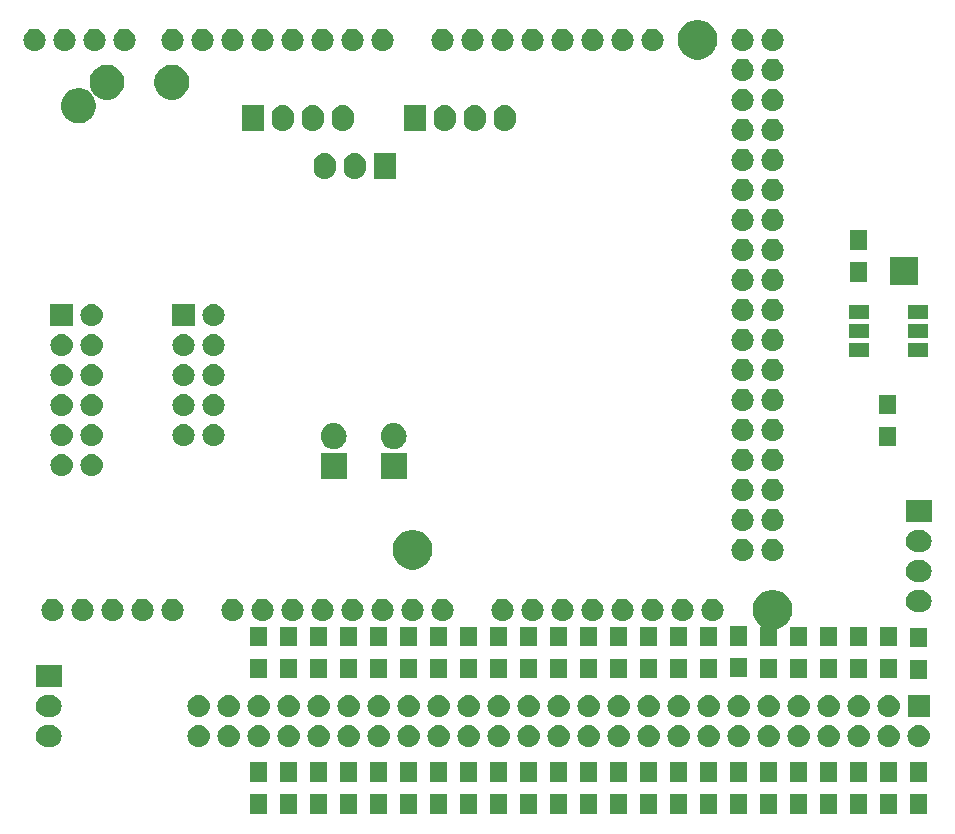
<source format=gts>
G04 #@! TF.GenerationSoftware,KiCad,Pcbnew,5.0.0-rc2*
G04 #@! TF.CreationDate,2019-01-05T22:06:41-05:00*
G04 #@! TF.ProjectId,ZMHW_Map,5A4D48575F4D61702E6B696361645F70,rev?*
G04 #@! TF.SameCoordinates,Original*
G04 #@! TF.FileFunction,Soldermask,Top*
G04 #@! TF.FilePolarity,Negative*
%FSLAX46Y46*%
G04 Gerber Fmt 4.6, Leading zero omitted, Abs format (unit mm)*
G04 Created by KiCad (PCBNEW 5.0.0-rc2) date Sat Jan  5 22:06:41 2019*
%MOMM*%
%LPD*%
G01*
G04 APERTURE LIST*
%ADD10C,0.100000*%
G04 APERTURE END LIST*
D10*
G36*
X226790200Y-98017900D02*
X225337800Y-98017900D01*
X225337800Y-96365500D01*
X226790200Y-96365500D01*
X226790200Y-98017900D01*
X226790200Y-98017900D01*
G37*
G36*
X198850200Y-98017900D02*
X197397800Y-98017900D01*
X197397800Y-96365500D01*
X198850200Y-96365500D01*
X198850200Y-98017900D01*
X198850200Y-98017900D01*
G37*
G36*
X224250200Y-98017900D02*
X222797800Y-98017900D01*
X222797800Y-96365500D01*
X224250200Y-96365500D01*
X224250200Y-98017900D01*
X224250200Y-98017900D01*
G37*
G36*
X221710200Y-98017900D02*
X220257800Y-98017900D01*
X220257800Y-96365500D01*
X221710200Y-96365500D01*
X221710200Y-98017900D01*
X221710200Y-98017900D01*
G37*
G36*
X219170200Y-98017900D02*
X217717800Y-98017900D01*
X217717800Y-96365500D01*
X219170200Y-96365500D01*
X219170200Y-98017900D01*
X219170200Y-98017900D01*
G37*
G36*
X216630200Y-98017900D02*
X215177800Y-98017900D01*
X215177800Y-96365500D01*
X216630200Y-96365500D01*
X216630200Y-98017900D01*
X216630200Y-98017900D01*
G37*
G36*
X214090200Y-98017900D02*
X212637800Y-98017900D01*
X212637800Y-96365500D01*
X214090200Y-96365500D01*
X214090200Y-98017900D01*
X214090200Y-98017900D01*
G37*
G36*
X211550200Y-98017900D02*
X210097800Y-98017900D01*
X210097800Y-96365500D01*
X211550200Y-96365500D01*
X211550200Y-98017900D01*
X211550200Y-98017900D01*
G37*
G36*
X209010200Y-98017900D02*
X207557800Y-98017900D01*
X207557800Y-96365500D01*
X209010200Y-96365500D01*
X209010200Y-98017900D01*
X209010200Y-98017900D01*
G37*
G36*
X206470200Y-98017900D02*
X205017800Y-98017900D01*
X205017800Y-96365500D01*
X206470200Y-96365500D01*
X206470200Y-98017900D01*
X206470200Y-98017900D01*
G37*
G36*
X203930200Y-98017900D02*
X202477800Y-98017900D01*
X202477800Y-96365500D01*
X203930200Y-96365500D01*
X203930200Y-98017900D01*
X203930200Y-98017900D01*
G37*
G36*
X201390200Y-98017900D02*
X199937800Y-98017900D01*
X199937800Y-96365500D01*
X201390200Y-96365500D01*
X201390200Y-98017900D01*
X201390200Y-98017900D01*
G37*
G36*
X196310200Y-98017900D02*
X194857800Y-98017900D01*
X194857800Y-96365500D01*
X196310200Y-96365500D01*
X196310200Y-98017900D01*
X196310200Y-98017900D01*
G37*
G36*
X186150200Y-98017900D02*
X184697800Y-98017900D01*
X184697800Y-96365500D01*
X186150200Y-96365500D01*
X186150200Y-98017900D01*
X186150200Y-98017900D01*
G37*
G36*
X170910200Y-98017900D02*
X169457800Y-98017900D01*
X169457800Y-96365500D01*
X170910200Y-96365500D01*
X170910200Y-98017900D01*
X170910200Y-98017900D01*
G37*
G36*
X173450200Y-98017900D02*
X171997800Y-98017900D01*
X171997800Y-96365500D01*
X173450200Y-96365500D01*
X173450200Y-98017900D01*
X173450200Y-98017900D01*
G37*
G36*
X175990200Y-98017900D02*
X174537800Y-98017900D01*
X174537800Y-96365500D01*
X175990200Y-96365500D01*
X175990200Y-98017900D01*
X175990200Y-98017900D01*
G37*
G36*
X178530200Y-98017900D02*
X177077800Y-98017900D01*
X177077800Y-96365500D01*
X178530200Y-96365500D01*
X178530200Y-98017900D01*
X178530200Y-98017900D01*
G37*
G36*
X181070200Y-98017900D02*
X179617800Y-98017900D01*
X179617800Y-96365500D01*
X181070200Y-96365500D01*
X181070200Y-98017900D01*
X181070200Y-98017900D01*
G37*
G36*
X183610200Y-98017900D02*
X182157800Y-98017900D01*
X182157800Y-96365500D01*
X183610200Y-96365500D01*
X183610200Y-98017900D01*
X183610200Y-98017900D01*
G37*
G36*
X188690200Y-98017900D02*
X187237800Y-98017900D01*
X187237800Y-96365500D01*
X188690200Y-96365500D01*
X188690200Y-98017900D01*
X188690200Y-98017900D01*
G37*
G36*
X191230200Y-98017900D02*
X189777800Y-98017900D01*
X189777800Y-96365500D01*
X191230200Y-96365500D01*
X191230200Y-98017900D01*
X191230200Y-98017900D01*
G37*
G36*
X193770200Y-98017900D02*
X192317800Y-98017900D01*
X192317800Y-96365500D01*
X193770200Y-96365500D01*
X193770200Y-98017900D01*
X193770200Y-98017900D01*
G37*
G36*
X203930200Y-95317900D02*
X202477800Y-95317900D01*
X202477800Y-93665500D01*
X203930200Y-93665500D01*
X203930200Y-95317900D01*
X203930200Y-95317900D01*
G37*
G36*
X206470200Y-95317900D02*
X205017800Y-95317900D01*
X205017800Y-93665500D01*
X206470200Y-93665500D01*
X206470200Y-95317900D01*
X206470200Y-95317900D01*
G37*
G36*
X211550200Y-95317900D02*
X210097800Y-95317900D01*
X210097800Y-93665500D01*
X211550200Y-93665500D01*
X211550200Y-95317900D01*
X211550200Y-95317900D01*
G37*
G36*
X186150200Y-95317900D02*
X184697800Y-95317900D01*
X184697800Y-93665500D01*
X186150200Y-93665500D01*
X186150200Y-95317900D01*
X186150200Y-95317900D01*
G37*
G36*
X188690200Y-95317900D02*
X187237800Y-95317900D01*
X187237800Y-93665500D01*
X188690200Y-93665500D01*
X188690200Y-95317900D01*
X188690200Y-95317900D01*
G37*
G36*
X181070200Y-95317900D02*
X179617800Y-95317900D01*
X179617800Y-93665500D01*
X181070200Y-93665500D01*
X181070200Y-95317900D01*
X181070200Y-95317900D01*
G37*
G36*
X183610200Y-95317900D02*
X182157800Y-95317900D01*
X182157800Y-93665500D01*
X183610200Y-93665500D01*
X183610200Y-95317900D01*
X183610200Y-95317900D01*
G37*
G36*
X178530200Y-95317900D02*
X177077800Y-95317900D01*
X177077800Y-93665500D01*
X178530200Y-93665500D01*
X178530200Y-95317900D01*
X178530200Y-95317900D01*
G37*
G36*
X175990200Y-95317900D02*
X174537800Y-95317900D01*
X174537800Y-93665500D01*
X175990200Y-93665500D01*
X175990200Y-95317900D01*
X175990200Y-95317900D01*
G37*
G36*
X173450200Y-95317900D02*
X171997800Y-95317900D01*
X171997800Y-93665500D01*
X173450200Y-93665500D01*
X173450200Y-95317900D01*
X173450200Y-95317900D01*
G37*
G36*
X170910200Y-95317900D02*
X169457800Y-95317900D01*
X169457800Y-93665500D01*
X170910200Y-93665500D01*
X170910200Y-95317900D01*
X170910200Y-95317900D01*
G37*
G36*
X221710200Y-95317900D02*
X220257800Y-95317900D01*
X220257800Y-93665500D01*
X221710200Y-93665500D01*
X221710200Y-95317900D01*
X221710200Y-95317900D01*
G37*
G36*
X214090200Y-95317900D02*
X212637800Y-95317900D01*
X212637800Y-93665500D01*
X214090200Y-93665500D01*
X214090200Y-95317900D01*
X214090200Y-95317900D01*
G37*
G36*
X219170200Y-95317900D02*
X217717800Y-95317900D01*
X217717800Y-93665500D01*
X219170200Y-93665500D01*
X219170200Y-95317900D01*
X219170200Y-95317900D01*
G37*
G36*
X201390200Y-95317900D02*
X199937800Y-95317900D01*
X199937800Y-93665500D01*
X201390200Y-93665500D01*
X201390200Y-95317900D01*
X201390200Y-95317900D01*
G37*
G36*
X226790200Y-95317900D02*
X225337800Y-95317900D01*
X225337800Y-93665500D01*
X226790200Y-93665500D01*
X226790200Y-95317900D01*
X226790200Y-95317900D01*
G37*
G36*
X191230200Y-95317900D02*
X189777800Y-95317900D01*
X189777800Y-93665500D01*
X191230200Y-93665500D01*
X191230200Y-95317900D01*
X191230200Y-95317900D01*
G37*
G36*
X224250200Y-95317900D02*
X222797800Y-95317900D01*
X222797800Y-93665500D01*
X224250200Y-93665500D01*
X224250200Y-95317900D01*
X224250200Y-95317900D01*
G37*
G36*
X193770200Y-95317900D02*
X192317800Y-95317900D01*
X192317800Y-93665500D01*
X193770200Y-93665500D01*
X193770200Y-95317900D01*
X193770200Y-95317900D01*
G37*
G36*
X198850200Y-95317900D02*
X197397800Y-95317900D01*
X197397800Y-93665500D01*
X198850200Y-93665500D01*
X198850200Y-95317900D01*
X198850200Y-95317900D01*
G37*
G36*
X196310200Y-95317900D02*
X194857800Y-95317900D01*
X194857800Y-93665500D01*
X196310200Y-93665500D01*
X196310200Y-95317900D01*
X196310200Y-95317900D01*
G37*
G36*
X209010200Y-95317900D02*
X207557800Y-95317900D01*
X207557800Y-93665500D01*
X209010200Y-93665500D01*
X209010200Y-95317900D01*
X209010200Y-95317900D01*
G37*
G36*
X216630200Y-95317900D02*
X215177800Y-95317900D01*
X215177800Y-93665500D01*
X216630200Y-93665500D01*
X216630200Y-95317900D01*
X216630200Y-95317900D01*
G37*
G36*
X211004228Y-90513797D02*
X211004230Y-90513798D01*
X211004233Y-90513798D01*
X211181386Y-90567537D01*
X211334111Y-90649170D01*
X211344653Y-90654805D01*
X211487754Y-90772246D01*
X211605195Y-90915347D01*
X211605196Y-90915349D01*
X211692463Y-91078614D01*
X211746202Y-91255767D01*
X211746202Y-91255770D01*
X211746203Y-91255772D01*
X211764348Y-91440000D01*
X211746203Y-91624228D01*
X211746202Y-91624230D01*
X211746202Y-91624233D01*
X211692463Y-91801386D01*
X211610829Y-91954111D01*
X211605195Y-91964653D01*
X211487754Y-92107754D01*
X211344653Y-92225195D01*
X211344651Y-92225196D01*
X211181386Y-92312463D01*
X211004233Y-92366202D01*
X211004230Y-92366202D01*
X211004228Y-92366203D01*
X210866174Y-92379800D01*
X210773826Y-92379800D01*
X210635772Y-92366203D01*
X210635770Y-92366202D01*
X210635767Y-92366202D01*
X210458614Y-92312463D01*
X210295349Y-92225196D01*
X210295347Y-92225195D01*
X210152246Y-92107754D01*
X210034805Y-91964653D01*
X210029171Y-91954111D01*
X209947537Y-91801386D01*
X209893798Y-91624233D01*
X209893798Y-91624230D01*
X209893797Y-91624228D01*
X209875652Y-91440000D01*
X209893797Y-91255772D01*
X209893798Y-91255770D01*
X209893798Y-91255767D01*
X209947537Y-91078614D01*
X210034804Y-90915349D01*
X210034805Y-90915347D01*
X210152246Y-90772246D01*
X210295347Y-90654805D01*
X210305889Y-90649171D01*
X210458614Y-90567537D01*
X210635767Y-90513798D01*
X210635770Y-90513798D01*
X210635772Y-90513797D01*
X210773826Y-90500200D01*
X210866174Y-90500200D01*
X211004228Y-90513797D01*
X211004228Y-90513797D01*
G37*
G36*
X208464228Y-90513797D02*
X208464230Y-90513798D01*
X208464233Y-90513798D01*
X208641386Y-90567537D01*
X208794111Y-90649170D01*
X208804653Y-90654805D01*
X208947754Y-90772246D01*
X209065195Y-90915347D01*
X209065196Y-90915349D01*
X209152463Y-91078614D01*
X209206202Y-91255767D01*
X209206202Y-91255770D01*
X209206203Y-91255772D01*
X209224348Y-91440000D01*
X209206203Y-91624228D01*
X209206202Y-91624230D01*
X209206202Y-91624233D01*
X209152463Y-91801386D01*
X209070829Y-91954111D01*
X209065195Y-91964653D01*
X208947754Y-92107754D01*
X208804653Y-92225195D01*
X208804651Y-92225196D01*
X208641386Y-92312463D01*
X208464233Y-92366202D01*
X208464230Y-92366202D01*
X208464228Y-92366203D01*
X208326174Y-92379800D01*
X208233826Y-92379800D01*
X208095772Y-92366203D01*
X208095770Y-92366202D01*
X208095767Y-92366202D01*
X207918614Y-92312463D01*
X207755349Y-92225196D01*
X207755347Y-92225195D01*
X207612246Y-92107754D01*
X207494805Y-91964653D01*
X207489171Y-91954111D01*
X207407537Y-91801386D01*
X207353798Y-91624233D01*
X207353798Y-91624230D01*
X207353797Y-91624228D01*
X207335652Y-91440000D01*
X207353797Y-91255772D01*
X207353798Y-91255770D01*
X207353798Y-91255767D01*
X207407537Y-91078614D01*
X207494804Y-90915349D01*
X207494805Y-90915347D01*
X207612246Y-90772246D01*
X207755347Y-90654805D01*
X207765889Y-90649171D01*
X207918614Y-90567537D01*
X208095767Y-90513798D01*
X208095770Y-90513798D01*
X208095772Y-90513797D01*
X208233826Y-90500200D01*
X208326174Y-90500200D01*
X208464228Y-90513797D01*
X208464228Y-90513797D01*
G37*
G36*
X205924228Y-90513797D02*
X205924230Y-90513798D01*
X205924233Y-90513798D01*
X206101386Y-90567537D01*
X206254111Y-90649170D01*
X206264653Y-90654805D01*
X206407754Y-90772246D01*
X206525195Y-90915347D01*
X206525196Y-90915349D01*
X206612463Y-91078614D01*
X206666202Y-91255767D01*
X206666202Y-91255770D01*
X206666203Y-91255772D01*
X206684348Y-91440000D01*
X206666203Y-91624228D01*
X206666202Y-91624230D01*
X206666202Y-91624233D01*
X206612463Y-91801386D01*
X206530829Y-91954111D01*
X206525195Y-91964653D01*
X206407754Y-92107754D01*
X206264653Y-92225195D01*
X206264651Y-92225196D01*
X206101386Y-92312463D01*
X205924233Y-92366202D01*
X205924230Y-92366202D01*
X205924228Y-92366203D01*
X205786174Y-92379800D01*
X205693826Y-92379800D01*
X205555772Y-92366203D01*
X205555770Y-92366202D01*
X205555767Y-92366202D01*
X205378614Y-92312463D01*
X205215349Y-92225196D01*
X205215347Y-92225195D01*
X205072246Y-92107754D01*
X204954805Y-91964653D01*
X204949171Y-91954111D01*
X204867537Y-91801386D01*
X204813798Y-91624233D01*
X204813798Y-91624230D01*
X204813797Y-91624228D01*
X204795652Y-91440000D01*
X204813797Y-91255772D01*
X204813798Y-91255770D01*
X204813798Y-91255767D01*
X204867537Y-91078614D01*
X204954804Y-90915349D01*
X204954805Y-90915347D01*
X205072246Y-90772246D01*
X205215347Y-90654805D01*
X205225889Y-90649171D01*
X205378614Y-90567537D01*
X205555767Y-90513798D01*
X205555770Y-90513798D01*
X205555772Y-90513797D01*
X205693826Y-90500200D01*
X205786174Y-90500200D01*
X205924228Y-90513797D01*
X205924228Y-90513797D01*
G37*
G36*
X203384228Y-90513797D02*
X203384230Y-90513798D01*
X203384233Y-90513798D01*
X203561386Y-90567537D01*
X203714111Y-90649170D01*
X203724653Y-90654805D01*
X203867754Y-90772246D01*
X203985195Y-90915347D01*
X203985196Y-90915349D01*
X204072463Y-91078614D01*
X204126202Y-91255767D01*
X204126202Y-91255770D01*
X204126203Y-91255772D01*
X204144348Y-91440000D01*
X204126203Y-91624228D01*
X204126202Y-91624230D01*
X204126202Y-91624233D01*
X204072463Y-91801386D01*
X203990829Y-91954111D01*
X203985195Y-91964653D01*
X203867754Y-92107754D01*
X203724653Y-92225195D01*
X203724651Y-92225196D01*
X203561386Y-92312463D01*
X203384233Y-92366202D01*
X203384230Y-92366202D01*
X203384228Y-92366203D01*
X203246174Y-92379800D01*
X203153826Y-92379800D01*
X203015772Y-92366203D01*
X203015770Y-92366202D01*
X203015767Y-92366202D01*
X202838614Y-92312463D01*
X202675349Y-92225196D01*
X202675347Y-92225195D01*
X202532246Y-92107754D01*
X202414805Y-91964653D01*
X202409171Y-91954111D01*
X202327537Y-91801386D01*
X202273798Y-91624233D01*
X202273798Y-91624230D01*
X202273797Y-91624228D01*
X202255652Y-91440000D01*
X202273797Y-91255772D01*
X202273798Y-91255770D01*
X202273798Y-91255767D01*
X202327537Y-91078614D01*
X202414804Y-90915349D01*
X202414805Y-90915347D01*
X202532246Y-90772246D01*
X202675347Y-90654805D01*
X202685889Y-90649171D01*
X202838614Y-90567537D01*
X203015767Y-90513798D01*
X203015770Y-90513798D01*
X203015772Y-90513797D01*
X203153826Y-90500200D01*
X203246174Y-90500200D01*
X203384228Y-90513797D01*
X203384228Y-90513797D01*
G37*
G36*
X200844228Y-90513797D02*
X200844230Y-90513798D01*
X200844233Y-90513798D01*
X201021386Y-90567537D01*
X201174111Y-90649170D01*
X201184653Y-90654805D01*
X201327754Y-90772246D01*
X201445195Y-90915347D01*
X201445196Y-90915349D01*
X201532463Y-91078614D01*
X201586202Y-91255767D01*
X201586202Y-91255770D01*
X201586203Y-91255772D01*
X201604348Y-91440000D01*
X201586203Y-91624228D01*
X201586202Y-91624230D01*
X201586202Y-91624233D01*
X201532463Y-91801386D01*
X201450829Y-91954111D01*
X201445195Y-91964653D01*
X201327754Y-92107754D01*
X201184653Y-92225195D01*
X201184651Y-92225196D01*
X201021386Y-92312463D01*
X200844233Y-92366202D01*
X200844230Y-92366202D01*
X200844228Y-92366203D01*
X200706174Y-92379800D01*
X200613826Y-92379800D01*
X200475772Y-92366203D01*
X200475770Y-92366202D01*
X200475767Y-92366202D01*
X200298614Y-92312463D01*
X200135349Y-92225196D01*
X200135347Y-92225195D01*
X199992246Y-92107754D01*
X199874805Y-91964653D01*
X199869171Y-91954111D01*
X199787537Y-91801386D01*
X199733798Y-91624233D01*
X199733798Y-91624230D01*
X199733797Y-91624228D01*
X199715652Y-91440000D01*
X199733797Y-91255772D01*
X199733798Y-91255770D01*
X199733798Y-91255767D01*
X199787537Y-91078614D01*
X199874804Y-90915349D01*
X199874805Y-90915347D01*
X199992246Y-90772246D01*
X200135347Y-90654805D01*
X200145889Y-90649171D01*
X200298614Y-90567537D01*
X200475767Y-90513798D01*
X200475770Y-90513798D01*
X200475772Y-90513797D01*
X200613826Y-90500200D01*
X200706174Y-90500200D01*
X200844228Y-90513797D01*
X200844228Y-90513797D01*
G37*
G36*
X198304228Y-90513797D02*
X198304230Y-90513798D01*
X198304233Y-90513798D01*
X198481386Y-90567537D01*
X198634111Y-90649170D01*
X198644653Y-90654805D01*
X198787754Y-90772246D01*
X198905195Y-90915347D01*
X198905196Y-90915349D01*
X198992463Y-91078614D01*
X199046202Y-91255767D01*
X199046202Y-91255770D01*
X199046203Y-91255772D01*
X199064348Y-91440000D01*
X199046203Y-91624228D01*
X199046202Y-91624230D01*
X199046202Y-91624233D01*
X198992463Y-91801386D01*
X198910829Y-91954111D01*
X198905195Y-91964653D01*
X198787754Y-92107754D01*
X198644653Y-92225195D01*
X198644651Y-92225196D01*
X198481386Y-92312463D01*
X198304233Y-92366202D01*
X198304230Y-92366202D01*
X198304228Y-92366203D01*
X198166174Y-92379800D01*
X198073826Y-92379800D01*
X197935772Y-92366203D01*
X197935770Y-92366202D01*
X197935767Y-92366202D01*
X197758614Y-92312463D01*
X197595349Y-92225196D01*
X197595347Y-92225195D01*
X197452246Y-92107754D01*
X197334805Y-91964653D01*
X197329171Y-91954111D01*
X197247537Y-91801386D01*
X197193798Y-91624233D01*
X197193798Y-91624230D01*
X197193797Y-91624228D01*
X197175652Y-91440000D01*
X197193797Y-91255772D01*
X197193798Y-91255770D01*
X197193798Y-91255767D01*
X197247537Y-91078614D01*
X197334804Y-90915349D01*
X197334805Y-90915347D01*
X197452246Y-90772246D01*
X197595347Y-90654805D01*
X197605889Y-90649171D01*
X197758614Y-90567537D01*
X197935767Y-90513798D01*
X197935770Y-90513798D01*
X197935772Y-90513797D01*
X198073826Y-90500200D01*
X198166174Y-90500200D01*
X198304228Y-90513797D01*
X198304228Y-90513797D01*
G37*
G36*
X195764228Y-90513797D02*
X195764230Y-90513798D01*
X195764233Y-90513798D01*
X195941386Y-90567537D01*
X196094111Y-90649170D01*
X196104653Y-90654805D01*
X196247754Y-90772246D01*
X196365195Y-90915347D01*
X196365196Y-90915349D01*
X196452463Y-91078614D01*
X196506202Y-91255767D01*
X196506202Y-91255770D01*
X196506203Y-91255772D01*
X196524348Y-91440000D01*
X196506203Y-91624228D01*
X196506202Y-91624230D01*
X196506202Y-91624233D01*
X196452463Y-91801386D01*
X196370829Y-91954111D01*
X196365195Y-91964653D01*
X196247754Y-92107754D01*
X196104653Y-92225195D01*
X196104651Y-92225196D01*
X195941386Y-92312463D01*
X195764233Y-92366202D01*
X195764230Y-92366202D01*
X195764228Y-92366203D01*
X195626174Y-92379800D01*
X195533826Y-92379800D01*
X195395772Y-92366203D01*
X195395770Y-92366202D01*
X195395767Y-92366202D01*
X195218614Y-92312463D01*
X195055349Y-92225196D01*
X195055347Y-92225195D01*
X194912246Y-92107754D01*
X194794805Y-91964653D01*
X194789171Y-91954111D01*
X194707537Y-91801386D01*
X194653798Y-91624233D01*
X194653798Y-91624230D01*
X194653797Y-91624228D01*
X194635652Y-91440000D01*
X194653797Y-91255772D01*
X194653798Y-91255770D01*
X194653798Y-91255767D01*
X194707537Y-91078614D01*
X194794804Y-90915349D01*
X194794805Y-90915347D01*
X194912246Y-90772246D01*
X195055347Y-90654805D01*
X195065889Y-90649171D01*
X195218614Y-90567537D01*
X195395767Y-90513798D01*
X195395770Y-90513798D01*
X195395772Y-90513797D01*
X195533826Y-90500200D01*
X195626174Y-90500200D01*
X195764228Y-90513797D01*
X195764228Y-90513797D01*
G37*
G36*
X190684228Y-90513797D02*
X190684230Y-90513798D01*
X190684233Y-90513798D01*
X190861386Y-90567537D01*
X191014111Y-90649170D01*
X191024653Y-90654805D01*
X191167754Y-90772246D01*
X191285195Y-90915347D01*
X191285196Y-90915349D01*
X191372463Y-91078614D01*
X191426202Y-91255767D01*
X191426202Y-91255770D01*
X191426203Y-91255772D01*
X191444348Y-91440000D01*
X191426203Y-91624228D01*
X191426202Y-91624230D01*
X191426202Y-91624233D01*
X191372463Y-91801386D01*
X191290829Y-91954111D01*
X191285195Y-91964653D01*
X191167754Y-92107754D01*
X191024653Y-92225195D01*
X191024651Y-92225196D01*
X190861386Y-92312463D01*
X190684233Y-92366202D01*
X190684230Y-92366202D01*
X190684228Y-92366203D01*
X190546174Y-92379800D01*
X190453826Y-92379800D01*
X190315772Y-92366203D01*
X190315770Y-92366202D01*
X190315767Y-92366202D01*
X190138614Y-92312463D01*
X189975349Y-92225196D01*
X189975347Y-92225195D01*
X189832246Y-92107754D01*
X189714805Y-91964653D01*
X189709171Y-91954111D01*
X189627537Y-91801386D01*
X189573798Y-91624233D01*
X189573798Y-91624230D01*
X189573797Y-91624228D01*
X189555652Y-91440000D01*
X189573797Y-91255772D01*
X189573798Y-91255770D01*
X189573798Y-91255767D01*
X189627537Y-91078614D01*
X189714804Y-90915349D01*
X189714805Y-90915347D01*
X189832246Y-90772246D01*
X189975347Y-90654805D01*
X189985889Y-90649171D01*
X190138614Y-90567537D01*
X190315767Y-90513798D01*
X190315770Y-90513798D01*
X190315772Y-90513797D01*
X190453826Y-90500200D01*
X190546174Y-90500200D01*
X190684228Y-90513797D01*
X190684228Y-90513797D01*
G37*
G36*
X188144228Y-90513797D02*
X188144230Y-90513798D01*
X188144233Y-90513798D01*
X188321386Y-90567537D01*
X188474111Y-90649170D01*
X188484653Y-90654805D01*
X188627754Y-90772246D01*
X188745195Y-90915347D01*
X188745196Y-90915349D01*
X188832463Y-91078614D01*
X188886202Y-91255767D01*
X188886202Y-91255770D01*
X188886203Y-91255772D01*
X188904348Y-91440000D01*
X188886203Y-91624228D01*
X188886202Y-91624230D01*
X188886202Y-91624233D01*
X188832463Y-91801386D01*
X188750829Y-91954111D01*
X188745195Y-91964653D01*
X188627754Y-92107754D01*
X188484653Y-92225195D01*
X188484651Y-92225196D01*
X188321386Y-92312463D01*
X188144233Y-92366202D01*
X188144230Y-92366202D01*
X188144228Y-92366203D01*
X188006174Y-92379800D01*
X187913826Y-92379800D01*
X187775772Y-92366203D01*
X187775770Y-92366202D01*
X187775767Y-92366202D01*
X187598614Y-92312463D01*
X187435349Y-92225196D01*
X187435347Y-92225195D01*
X187292246Y-92107754D01*
X187174805Y-91964653D01*
X187169171Y-91954111D01*
X187087537Y-91801386D01*
X187033798Y-91624233D01*
X187033798Y-91624230D01*
X187033797Y-91624228D01*
X187015652Y-91440000D01*
X187033797Y-91255772D01*
X187033798Y-91255770D01*
X187033798Y-91255767D01*
X187087537Y-91078614D01*
X187174804Y-90915349D01*
X187174805Y-90915347D01*
X187292246Y-90772246D01*
X187435347Y-90654805D01*
X187445889Y-90649171D01*
X187598614Y-90567537D01*
X187775767Y-90513798D01*
X187775770Y-90513798D01*
X187775772Y-90513797D01*
X187913826Y-90500200D01*
X188006174Y-90500200D01*
X188144228Y-90513797D01*
X188144228Y-90513797D01*
G37*
G36*
X185604228Y-90513797D02*
X185604230Y-90513798D01*
X185604233Y-90513798D01*
X185781386Y-90567537D01*
X185934111Y-90649170D01*
X185944653Y-90654805D01*
X186087754Y-90772246D01*
X186205195Y-90915347D01*
X186205196Y-90915349D01*
X186292463Y-91078614D01*
X186346202Y-91255767D01*
X186346202Y-91255770D01*
X186346203Y-91255772D01*
X186364348Y-91440000D01*
X186346203Y-91624228D01*
X186346202Y-91624230D01*
X186346202Y-91624233D01*
X186292463Y-91801386D01*
X186210829Y-91954111D01*
X186205195Y-91964653D01*
X186087754Y-92107754D01*
X185944653Y-92225195D01*
X185944651Y-92225196D01*
X185781386Y-92312463D01*
X185604233Y-92366202D01*
X185604230Y-92366202D01*
X185604228Y-92366203D01*
X185466174Y-92379800D01*
X185373826Y-92379800D01*
X185235772Y-92366203D01*
X185235770Y-92366202D01*
X185235767Y-92366202D01*
X185058614Y-92312463D01*
X184895349Y-92225196D01*
X184895347Y-92225195D01*
X184752246Y-92107754D01*
X184634805Y-91964653D01*
X184629171Y-91954111D01*
X184547537Y-91801386D01*
X184493798Y-91624233D01*
X184493798Y-91624230D01*
X184493797Y-91624228D01*
X184475652Y-91440000D01*
X184493797Y-91255772D01*
X184493798Y-91255770D01*
X184493798Y-91255767D01*
X184547537Y-91078614D01*
X184634804Y-90915349D01*
X184634805Y-90915347D01*
X184752246Y-90772246D01*
X184895347Y-90654805D01*
X184905889Y-90649171D01*
X185058614Y-90567537D01*
X185235767Y-90513798D01*
X185235770Y-90513798D01*
X185235772Y-90513797D01*
X185373826Y-90500200D01*
X185466174Y-90500200D01*
X185604228Y-90513797D01*
X185604228Y-90513797D01*
G37*
G36*
X183064228Y-90513797D02*
X183064230Y-90513798D01*
X183064233Y-90513798D01*
X183241386Y-90567537D01*
X183394111Y-90649170D01*
X183404653Y-90654805D01*
X183547754Y-90772246D01*
X183665195Y-90915347D01*
X183665196Y-90915349D01*
X183752463Y-91078614D01*
X183806202Y-91255767D01*
X183806202Y-91255770D01*
X183806203Y-91255772D01*
X183824348Y-91440000D01*
X183806203Y-91624228D01*
X183806202Y-91624230D01*
X183806202Y-91624233D01*
X183752463Y-91801386D01*
X183670829Y-91954111D01*
X183665195Y-91964653D01*
X183547754Y-92107754D01*
X183404653Y-92225195D01*
X183404651Y-92225196D01*
X183241386Y-92312463D01*
X183064233Y-92366202D01*
X183064230Y-92366202D01*
X183064228Y-92366203D01*
X182926174Y-92379800D01*
X182833826Y-92379800D01*
X182695772Y-92366203D01*
X182695770Y-92366202D01*
X182695767Y-92366202D01*
X182518614Y-92312463D01*
X182355349Y-92225196D01*
X182355347Y-92225195D01*
X182212246Y-92107754D01*
X182094805Y-91964653D01*
X182089170Y-91954111D01*
X182007537Y-91801386D01*
X181953798Y-91624233D01*
X181953798Y-91624230D01*
X181953797Y-91624228D01*
X181935652Y-91440000D01*
X181953797Y-91255772D01*
X181953798Y-91255770D01*
X181953798Y-91255767D01*
X182007537Y-91078614D01*
X182094804Y-90915349D01*
X182094805Y-90915347D01*
X182212246Y-90772246D01*
X182355347Y-90654805D01*
X182365889Y-90649171D01*
X182518614Y-90567537D01*
X182695767Y-90513798D01*
X182695770Y-90513798D01*
X182695772Y-90513797D01*
X182833826Y-90500200D01*
X182926174Y-90500200D01*
X183064228Y-90513797D01*
X183064228Y-90513797D01*
G37*
G36*
X180524228Y-90513797D02*
X180524230Y-90513798D01*
X180524233Y-90513798D01*
X180701386Y-90567537D01*
X180854111Y-90649170D01*
X180864653Y-90654805D01*
X181007754Y-90772246D01*
X181125195Y-90915347D01*
X181125196Y-90915349D01*
X181212463Y-91078614D01*
X181266202Y-91255767D01*
X181266202Y-91255770D01*
X181266203Y-91255772D01*
X181284348Y-91440000D01*
X181266203Y-91624228D01*
X181266202Y-91624230D01*
X181266202Y-91624233D01*
X181212463Y-91801386D01*
X181130829Y-91954111D01*
X181125195Y-91964653D01*
X181007754Y-92107754D01*
X180864653Y-92225195D01*
X180864651Y-92225196D01*
X180701386Y-92312463D01*
X180524233Y-92366202D01*
X180524230Y-92366202D01*
X180524228Y-92366203D01*
X180386174Y-92379800D01*
X180293826Y-92379800D01*
X180155772Y-92366203D01*
X180155770Y-92366202D01*
X180155767Y-92366202D01*
X179978614Y-92312463D01*
X179815349Y-92225196D01*
X179815347Y-92225195D01*
X179672246Y-92107754D01*
X179554805Y-91964653D01*
X179549170Y-91954111D01*
X179467537Y-91801386D01*
X179413798Y-91624233D01*
X179413798Y-91624230D01*
X179413797Y-91624228D01*
X179395652Y-91440000D01*
X179413797Y-91255772D01*
X179413798Y-91255770D01*
X179413798Y-91255767D01*
X179467537Y-91078614D01*
X179554804Y-90915349D01*
X179554805Y-90915347D01*
X179672246Y-90772246D01*
X179815347Y-90654805D01*
X179825889Y-90649171D01*
X179978614Y-90567537D01*
X180155767Y-90513798D01*
X180155770Y-90513798D01*
X180155772Y-90513797D01*
X180293826Y-90500200D01*
X180386174Y-90500200D01*
X180524228Y-90513797D01*
X180524228Y-90513797D01*
G37*
G36*
X193224228Y-90513797D02*
X193224230Y-90513798D01*
X193224233Y-90513798D01*
X193401386Y-90567537D01*
X193554111Y-90649170D01*
X193564653Y-90654805D01*
X193707754Y-90772246D01*
X193825195Y-90915347D01*
X193825196Y-90915349D01*
X193912463Y-91078614D01*
X193966202Y-91255767D01*
X193966202Y-91255770D01*
X193966203Y-91255772D01*
X193984348Y-91440000D01*
X193966203Y-91624228D01*
X193966202Y-91624230D01*
X193966202Y-91624233D01*
X193912463Y-91801386D01*
X193830829Y-91954111D01*
X193825195Y-91964653D01*
X193707754Y-92107754D01*
X193564653Y-92225195D01*
X193564651Y-92225196D01*
X193401386Y-92312463D01*
X193224233Y-92366202D01*
X193224230Y-92366202D01*
X193224228Y-92366203D01*
X193086174Y-92379800D01*
X192993826Y-92379800D01*
X192855772Y-92366203D01*
X192855770Y-92366202D01*
X192855767Y-92366202D01*
X192678614Y-92312463D01*
X192515349Y-92225196D01*
X192515347Y-92225195D01*
X192372246Y-92107754D01*
X192254805Y-91964653D01*
X192249171Y-91954111D01*
X192167537Y-91801386D01*
X192113798Y-91624233D01*
X192113798Y-91624230D01*
X192113797Y-91624228D01*
X192095652Y-91440000D01*
X192113797Y-91255772D01*
X192113798Y-91255770D01*
X192113798Y-91255767D01*
X192167537Y-91078614D01*
X192254804Y-90915349D01*
X192254805Y-90915347D01*
X192372246Y-90772246D01*
X192515347Y-90654805D01*
X192525889Y-90649171D01*
X192678614Y-90567537D01*
X192855767Y-90513798D01*
X192855770Y-90513798D01*
X192855772Y-90513797D01*
X192993826Y-90500200D01*
X193086174Y-90500200D01*
X193224228Y-90513797D01*
X193224228Y-90513797D01*
G37*
G36*
X177984228Y-90513797D02*
X177984230Y-90513798D01*
X177984233Y-90513798D01*
X178161386Y-90567537D01*
X178314111Y-90649170D01*
X178324653Y-90654805D01*
X178467754Y-90772246D01*
X178585195Y-90915347D01*
X178585196Y-90915349D01*
X178672463Y-91078614D01*
X178726202Y-91255767D01*
X178726202Y-91255770D01*
X178726203Y-91255772D01*
X178744348Y-91440000D01*
X178726203Y-91624228D01*
X178726202Y-91624230D01*
X178726202Y-91624233D01*
X178672463Y-91801386D01*
X178590829Y-91954111D01*
X178585195Y-91964653D01*
X178467754Y-92107754D01*
X178324653Y-92225195D01*
X178324651Y-92225196D01*
X178161386Y-92312463D01*
X177984233Y-92366202D01*
X177984230Y-92366202D01*
X177984228Y-92366203D01*
X177846174Y-92379800D01*
X177753826Y-92379800D01*
X177615772Y-92366203D01*
X177615770Y-92366202D01*
X177615767Y-92366202D01*
X177438614Y-92312463D01*
X177275349Y-92225196D01*
X177275347Y-92225195D01*
X177132246Y-92107754D01*
X177014805Y-91964653D01*
X177009170Y-91954111D01*
X176927537Y-91801386D01*
X176873798Y-91624233D01*
X176873798Y-91624230D01*
X176873797Y-91624228D01*
X176855652Y-91440000D01*
X176873797Y-91255772D01*
X176873798Y-91255770D01*
X176873798Y-91255767D01*
X176927537Y-91078614D01*
X177014804Y-90915349D01*
X177014805Y-90915347D01*
X177132246Y-90772246D01*
X177275347Y-90654805D01*
X177285889Y-90649171D01*
X177438614Y-90567537D01*
X177615767Y-90513798D01*
X177615770Y-90513798D01*
X177615772Y-90513797D01*
X177753826Y-90500200D01*
X177846174Y-90500200D01*
X177984228Y-90513797D01*
X177984228Y-90513797D01*
G37*
G36*
X213544228Y-90513797D02*
X213544230Y-90513798D01*
X213544233Y-90513798D01*
X213721386Y-90567537D01*
X213874111Y-90649170D01*
X213884653Y-90654805D01*
X214027754Y-90772246D01*
X214145195Y-90915347D01*
X214145196Y-90915349D01*
X214232463Y-91078614D01*
X214286202Y-91255767D01*
X214286202Y-91255770D01*
X214286203Y-91255772D01*
X214304348Y-91440000D01*
X214286203Y-91624228D01*
X214286202Y-91624230D01*
X214286202Y-91624233D01*
X214232463Y-91801386D01*
X214150829Y-91954111D01*
X214145195Y-91964653D01*
X214027754Y-92107754D01*
X213884653Y-92225195D01*
X213884651Y-92225196D01*
X213721386Y-92312463D01*
X213544233Y-92366202D01*
X213544230Y-92366202D01*
X213544228Y-92366203D01*
X213406174Y-92379800D01*
X213313826Y-92379800D01*
X213175772Y-92366203D01*
X213175770Y-92366202D01*
X213175767Y-92366202D01*
X212998614Y-92312463D01*
X212835349Y-92225196D01*
X212835347Y-92225195D01*
X212692246Y-92107754D01*
X212574805Y-91964653D01*
X212569171Y-91954111D01*
X212487537Y-91801386D01*
X212433798Y-91624233D01*
X212433798Y-91624230D01*
X212433797Y-91624228D01*
X212415652Y-91440000D01*
X212433797Y-91255772D01*
X212433798Y-91255770D01*
X212433798Y-91255767D01*
X212487537Y-91078614D01*
X212574804Y-90915349D01*
X212574805Y-90915347D01*
X212692246Y-90772246D01*
X212835347Y-90654805D01*
X212845889Y-90649171D01*
X212998614Y-90567537D01*
X213175767Y-90513798D01*
X213175770Y-90513798D01*
X213175772Y-90513797D01*
X213313826Y-90500200D01*
X213406174Y-90500200D01*
X213544228Y-90513797D01*
X213544228Y-90513797D01*
G37*
G36*
X152736628Y-90513797D02*
X152736630Y-90513798D01*
X152736633Y-90513798D01*
X152913786Y-90567537D01*
X153066511Y-90649170D01*
X153077053Y-90654805D01*
X153220154Y-90772246D01*
X153337595Y-90915347D01*
X153337596Y-90915349D01*
X153424863Y-91078614D01*
X153478602Y-91255767D01*
X153478602Y-91255770D01*
X153478603Y-91255772D01*
X153496748Y-91440000D01*
X153478603Y-91624228D01*
X153478602Y-91624230D01*
X153478602Y-91624233D01*
X153424863Y-91801386D01*
X153343229Y-91954111D01*
X153337595Y-91964653D01*
X153220154Y-92107754D01*
X153077053Y-92225195D01*
X153077051Y-92225196D01*
X152913786Y-92312463D01*
X152736633Y-92366202D01*
X152736630Y-92366202D01*
X152736628Y-92366203D01*
X152598574Y-92379800D01*
X152201426Y-92379800D01*
X152063372Y-92366203D01*
X152063370Y-92366202D01*
X152063367Y-92366202D01*
X151886214Y-92312463D01*
X151722949Y-92225196D01*
X151722947Y-92225195D01*
X151579846Y-92107754D01*
X151462405Y-91964653D01*
X151456770Y-91954111D01*
X151375137Y-91801386D01*
X151321398Y-91624233D01*
X151321398Y-91624230D01*
X151321397Y-91624228D01*
X151303252Y-91440000D01*
X151321397Y-91255772D01*
X151321398Y-91255770D01*
X151321398Y-91255767D01*
X151375137Y-91078614D01*
X151462404Y-90915349D01*
X151462405Y-90915347D01*
X151579846Y-90772246D01*
X151722947Y-90654805D01*
X151733489Y-90649171D01*
X151886214Y-90567537D01*
X152063367Y-90513798D01*
X152063370Y-90513798D01*
X152063372Y-90513797D01*
X152201426Y-90500200D01*
X152598574Y-90500200D01*
X152736628Y-90513797D01*
X152736628Y-90513797D01*
G37*
G36*
X165284228Y-90513797D02*
X165284230Y-90513798D01*
X165284233Y-90513798D01*
X165461386Y-90567537D01*
X165614111Y-90649170D01*
X165624653Y-90654805D01*
X165767754Y-90772246D01*
X165885195Y-90915347D01*
X165885196Y-90915349D01*
X165972463Y-91078614D01*
X166026202Y-91255767D01*
X166026202Y-91255770D01*
X166026203Y-91255772D01*
X166044348Y-91440000D01*
X166026203Y-91624228D01*
X166026202Y-91624230D01*
X166026202Y-91624233D01*
X165972463Y-91801386D01*
X165890829Y-91954111D01*
X165885195Y-91964653D01*
X165767754Y-92107754D01*
X165624653Y-92225195D01*
X165624651Y-92225196D01*
X165461386Y-92312463D01*
X165284233Y-92366202D01*
X165284230Y-92366202D01*
X165284228Y-92366203D01*
X165146174Y-92379800D01*
X165053826Y-92379800D01*
X164915772Y-92366203D01*
X164915770Y-92366202D01*
X164915767Y-92366202D01*
X164738614Y-92312463D01*
X164575349Y-92225196D01*
X164575347Y-92225195D01*
X164432246Y-92107754D01*
X164314805Y-91964653D01*
X164309170Y-91954111D01*
X164227537Y-91801386D01*
X164173798Y-91624233D01*
X164173798Y-91624230D01*
X164173797Y-91624228D01*
X164155652Y-91440000D01*
X164173797Y-91255772D01*
X164173798Y-91255770D01*
X164173798Y-91255767D01*
X164227537Y-91078614D01*
X164314804Y-90915349D01*
X164314805Y-90915347D01*
X164432246Y-90772246D01*
X164575347Y-90654805D01*
X164585889Y-90649171D01*
X164738614Y-90567537D01*
X164915767Y-90513798D01*
X164915770Y-90513798D01*
X164915772Y-90513797D01*
X165053826Y-90500200D01*
X165146174Y-90500200D01*
X165284228Y-90513797D01*
X165284228Y-90513797D01*
G37*
G36*
X167824228Y-90513797D02*
X167824230Y-90513798D01*
X167824233Y-90513798D01*
X168001386Y-90567537D01*
X168154111Y-90649170D01*
X168164653Y-90654805D01*
X168307754Y-90772246D01*
X168425195Y-90915347D01*
X168425196Y-90915349D01*
X168512463Y-91078614D01*
X168566202Y-91255767D01*
X168566202Y-91255770D01*
X168566203Y-91255772D01*
X168584348Y-91440000D01*
X168566203Y-91624228D01*
X168566202Y-91624230D01*
X168566202Y-91624233D01*
X168512463Y-91801386D01*
X168430829Y-91954111D01*
X168425195Y-91964653D01*
X168307754Y-92107754D01*
X168164653Y-92225195D01*
X168164651Y-92225196D01*
X168001386Y-92312463D01*
X167824233Y-92366202D01*
X167824230Y-92366202D01*
X167824228Y-92366203D01*
X167686174Y-92379800D01*
X167593826Y-92379800D01*
X167455772Y-92366203D01*
X167455770Y-92366202D01*
X167455767Y-92366202D01*
X167278614Y-92312463D01*
X167115349Y-92225196D01*
X167115347Y-92225195D01*
X166972246Y-92107754D01*
X166854805Y-91964653D01*
X166849170Y-91954111D01*
X166767537Y-91801386D01*
X166713798Y-91624233D01*
X166713798Y-91624230D01*
X166713797Y-91624228D01*
X166695652Y-91440000D01*
X166713797Y-91255772D01*
X166713798Y-91255770D01*
X166713798Y-91255767D01*
X166767537Y-91078614D01*
X166854804Y-90915349D01*
X166854805Y-90915347D01*
X166972246Y-90772246D01*
X167115347Y-90654805D01*
X167125889Y-90649171D01*
X167278614Y-90567537D01*
X167455767Y-90513798D01*
X167455770Y-90513798D01*
X167455772Y-90513797D01*
X167593826Y-90500200D01*
X167686174Y-90500200D01*
X167824228Y-90513797D01*
X167824228Y-90513797D01*
G37*
G36*
X170364228Y-90513797D02*
X170364230Y-90513798D01*
X170364233Y-90513798D01*
X170541386Y-90567537D01*
X170694111Y-90649170D01*
X170704653Y-90654805D01*
X170847754Y-90772246D01*
X170965195Y-90915347D01*
X170965196Y-90915349D01*
X171052463Y-91078614D01*
X171106202Y-91255767D01*
X171106202Y-91255770D01*
X171106203Y-91255772D01*
X171124348Y-91440000D01*
X171106203Y-91624228D01*
X171106202Y-91624230D01*
X171106202Y-91624233D01*
X171052463Y-91801386D01*
X170970829Y-91954111D01*
X170965195Y-91964653D01*
X170847754Y-92107754D01*
X170704653Y-92225195D01*
X170704651Y-92225196D01*
X170541386Y-92312463D01*
X170364233Y-92366202D01*
X170364230Y-92366202D01*
X170364228Y-92366203D01*
X170226174Y-92379800D01*
X170133826Y-92379800D01*
X169995772Y-92366203D01*
X169995770Y-92366202D01*
X169995767Y-92366202D01*
X169818614Y-92312463D01*
X169655349Y-92225196D01*
X169655347Y-92225195D01*
X169512246Y-92107754D01*
X169394805Y-91964653D01*
X169389170Y-91954111D01*
X169307537Y-91801386D01*
X169253798Y-91624233D01*
X169253798Y-91624230D01*
X169253797Y-91624228D01*
X169235652Y-91440000D01*
X169253797Y-91255772D01*
X169253798Y-91255770D01*
X169253798Y-91255767D01*
X169307537Y-91078614D01*
X169394804Y-90915349D01*
X169394805Y-90915347D01*
X169512246Y-90772246D01*
X169655347Y-90654805D01*
X169665889Y-90649171D01*
X169818614Y-90567537D01*
X169995767Y-90513798D01*
X169995770Y-90513798D01*
X169995772Y-90513797D01*
X170133826Y-90500200D01*
X170226174Y-90500200D01*
X170364228Y-90513797D01*
X170364228Y-90513797D01*
G37*
G36*
X172904228Y-90513797D02*
X172904230Y-90513798D01*
X172904233Y-90513798D01*
X173081386Y-90567537D01*
X173234111Y-90649170D01*
X173244653Y-90654805D01*
X173387754Y-90772246D01*
X173505195Y-90915347D01*
X173505196Y-90915349D01*
X173592463Y-91078614D01*
X173646202Y-91255767D01*
X173646202Y-91255770D01*
X173646203Y-91255772D01*
X173664348Y-91440000D01*
X173646203Y-91624228D01*
X173646202Y-91624230D01*
X173646202Y-91624233D01*
X173592463Y-91801386D01*
X173510829Y-91954111D01*
X173505195Y-91964653D01*
X173387754Y-92107754D01*
X173244653Y-92225195D01*
X173244651Y-92225196D01*
X173081386Y-92312463D01*
X172904233Y-92366202D01*
X172904230Y-92366202D01*
X172904228Y-92366203D01*
X172766174Y-92379800D01*
X172673826Y-92379800D01*
X172535772Y-92366203D01*
X172535770Y-92366202D01*
X172535767Y-92366202D01*
X172358614Y-92312463D01*
X172195349Y-92225196D01*
X172195347Y-92225195D01*
X172052246Y-92107754D01*
X171934805Y-91964653D01*
X171929170Y-91954111D01*
X171847537Y-91801386D01*
X171793798Y-91624233D01*
X171793798Y-91624230D01*
X171793797Y-91624228D01*
X171775652Y-91440000D01*
X171793797Y-91255772D01*
X171793798Y-91255770D01*
X171793798Y-91255767D01*
X171847537Y-91078614D01*
X171934804Y-90915349D01*
X171934805Y-90915347D01*
X172052246Y-90772246D01*
X172195347Y-90654805D01*
X172205889Y-90649171D01*
X172358614Y-90567537D01*
X172535767Y-90513798D01*
X172535770Y-90513798D01*
X172535772Y-90513797D01*
X172673826Y-90500200D01*
X172766174Y-90500200D01*
X172904228Y-90513797D01*
X172904228Y-90513797D01*
G37*
G36*
X216084228Y-90513797D02*
X216084230Y-90513798D01*
X216084233Y-90513798D01*
X216261386Y-90567537D01*
X216414111Y-90649170D01*
X216424653Y-90654805D01*
X216567754Y-90772246D01*
X216685195Y-90915347D01*
X216685196Y-90915349D01*
X216772463Y-91078614D01*
X216826202Y-91255767D01*
X216826202Y-91255770D01*
X216826203Y-91255772D01*
X216844348Y-91440000D01*
X216826203Y-91624228D01*
X216826202Y-91624230D01*
X216826202Y-91624233D01*
X216772463Y-91801386D01*
X216690829Y-91954111D01*
X216685195Y-91964653D01*
X216567754Y-92107754D01*
X216424653Y-92225195D01*
X216424651Y-92225196D01*
X216261386Y-92312463D01*
X216084233Y-92366202D01*
X216084230Y-92366202D01*
X216084228Y-92366203D01*
X215946174Y-92379800D01*
X215853826Y-92379800D01*
X215715772Y-92366203D01*
X215715770Y-92366202D01*
X215715767Y-92366202D01*
X215538614Y-92312463D01*
X215375349Y-92225196D01*
X215375347Y-92225195D01*
X215232246Y-92107754D01*
X215114805Y-91964653D01*
X215109171Y-91954111D01*
X215027537Y-91801386D01*
X214973798Y-91624233D01*
X214973798Y-91624230D01*
X214973797Y-91624228D01*
X214955652Y-91440000D01*
X214973797Y-91255772D01*
X214973798Y-91255770D01*
X214973798Y-91255767D01*
X215027537Y-91078614D01*
X215114804Y-90915349D01*
X215114805Y-90915347D01*
X215232246Y-90772246D01*
X215375347Y-90654805D01*
X215385889Y-90649171D01*
X215538614Y-90567537D01*
X215715767Y-90513798D01*
X215715770Y-90513798D01*
X215715772Y-90513797D01*
X215853826Y-90500200D01*
X215946174Y-90500200D01*
X216084228Y-90513797D01*
X216084228Y-90513797D01*
G37*
G36*
X175444228Y-90513797D02*
X175444230Y-90513798D01*
X175444233Y-90513798D01*
X175621386Y-90567537D01*
X175774111Y-90649170D01*
X175784653Y-90654805D01*
X175927754Y-90772246D01*
X176045195Y-90915347D01*
X176045196Y-90915349D01*
X176132463Y-91078614D01*
X176186202Y-91255767D01*
X176186202Y-91255770D01*
X176186203Y-91255772D01*
X176204348Y-91440000D01*
X176186203Y-91624228D01*
X176186202Y-91624230D01*
X176186202Y-91624233D01*
X176132463Y-91801386D01*
X176050829Y-91954111D01*
X176045195Y-91964653D01*
X175927754Y-92107754D01*
X175784653Y-92225195D01*
X175784651Y-92225196D01*
X175621386Y-92312463D01*
X175444233Y-92366202D01*
X175444230Y-92366202D01*
X175444228Y-92366203D01*
X175306174Y-92379800D01*
X175213826Y-92379800D01*
X175075772Y-92366203D01*
X175075770Y-92366202D01*
X175075767Y-92366202D01*
X174898614Y-92312463D01*
X174735349Y-92225196D01*
X174735347Y-92225195D01*
X174592246Y-92107754D01*
X174474805Y-91964653D01*
X174469170Y-91954111D01*
X174387537Y-91801386D01*
X174333798Y-91624233D01*
X174333798Y-91624230D01*
X174333797Y-91624228D01*
X174315652Y-91440000D01*
X174333797Y-91255772D01*
X174333798Y-91255770D01*
X174333798Y-91255767D01*
X174387537Y-91078614D01*
X174474804Y-90915349D01*
X174474805Y-90915347D01*
X174592246Y-90772246D01*
X174735347Y-90654805D01*
X174745889Y-90649171D01*
X174898614Y-90567537D01*
X175075767Y-90513798D01*
X175075770Y-90513798D01*
X175075772Y-90513797D01*
X175213826Y-90500200D01*
X175306174Y-90500200D01*
X175444228Y-90513797D01*
X175444228Y-90513797D01*
G37*
G36*
X226244228Y-90513797D02*
X226244230Y-90513798D01*
X226244233Y-90513798D01*
X226421386Y-90567537D01*
X226574111Y-90649170D01*
X226584653Y-90654805D01*
X226727754Y-90772246D01*
X226845195Y-90915347D01*
X226845196Y-90915349D01*
X226932463Y-91078614D01*
X226986202Y-91255767D01*
X226986202Y-91255770D01*
X226986203Y-91255772D01*
X227004348Y-91440000D01*
X226986203Y-91624228D01*
X226986202Y-91624230D01*
X226986202Y-91624233D01*
X226932463Y-91801386D01*
X226850829Y-91954111D01*
X226845195Y-91964653D01*
X226727754Y-92107754D01*
X226584653Y-92225195D01*
X226584651Y-92225196D01*
X226421386Y-92312463D01*
X226244233Y-92366202D01*
X226244230Y-92366202D01*
X226244228Y-92366203D01*
X226106174Y-92379800D01*
X226013826Y-92379800D01*
X225875772Y-92366203D01*
X225875770Y-92366202D01*
X225875767Y-92366202D01*
X225698614Y-92312463D01*
X225535349Y-92225196D01*
X225535347Y-92225195D01*
X225392246Y-92107754D01*
X225274805Y-91964653D01*
X225269171Y-91954111D01*
X225187537Y-91801386D01*
X225133798Y-91624233D01*
X225133798Y-91624230D01*
X225133797Y-91624228D01*
X225115652Y-91440000D01*
X225133797Y-91255772D01*
X225133798Y-91255770D01*
X225133798Y-91255767D01*
X225187537Y-91078614D01*
X225274804Y-90915349D01*
X225274805Y-90915347D01*
X225392246Y-90772246D01*
X225535347Y-90654805D01*
X225545889Y-90649171D01*
X225698614Y-90567537D01*
X225875767Y-90513798D01*
X225875770Y-90513798D01*
X225875772Y-90513797D01*
X226013826Y-90500200D01*
X226106174Y-90500200D01*
X226244228Y-90513797D01*
X226244228Y-90513797D01*
G37*
G36*
X223704228Y-90513797D02*
X223704230Y-90513798D01*
X223704233Y-90513798D01*
X223881386Y-90567537D01*
X224034111Y-90649170D01*
X224044653Y-90654805D01*
X224187754Y-90772246D01*
X224305195Y-90915347D01*
X224305196Y-90915349D01*
X224392463Y-91078614D01*
X224446202Y-91255767D01*
X224446202Y-91255770D01*
X224446203Y-91255772D01*
X224464348Y-91440000D01*
X224446203Y-91624228D01*
X224446202Y-91624230D01*
X224446202Y-91624233D01*
X224392463Y-91801386D01*
X224310829Y-91954111D01*
X224305195Y-91964653D01*
X224187754Y-92107754D01*
X224044653Y-92225195D01*
X224044651Y-92225196D01*
X223881386Y-92312463D01*
X223704233Y-92366202D01*
X223704230Y-92366202D01*
X223704228Y-92366203D01*
X223566174Y-92379800D01*
X223473826Y-92379800D01*
X223335772Y-92366203D01*
X223335770Y-92366202D01*
X223335767Y-92366202D01*
X223158614Y-92312463D01*
X222995349Y-92225196D01*
X222995347Y-92225195D01*
X222852246Y-92107754D01*
X222734805Y-91964653D01*
X222729171Y-91954111D01*
X222647537Y-91801386D01*
X222593798Y-91624233D01*
X222593798Y-91624230D01*
X222593797Y-91624228D01*
X222575652Y-91440000D01*
X222593797Y-91255772D01*
X222593798Y-91255770D01*
X222593798Y-91255767D01*
X222647537Y-91078614D01*
X222734804Y-90915349D01*
X222734805Y-90915347D01*
X222852246Y-90772246D01*
X222995347Y-90654805D01*
X223005889Y-90649171D01*
X223158614Y-90567537D01*
X223335767Y-90513798D01*
X223335770Y-90513798D01*
X223335772Y-90513797D01*
X223473826Y-90500200D01*
X223566174Y-90500200D01*
X223704228Y-90513797D01*
X223704228Y-90513797D01*
G37*
G36*
X221164228Y-90513797D02*
X221164230Y-90513798D01*
X221164233Y-90513798D01*
X221341386Y-90567537D01*
X221494111Y-90649170D01*
X221504653Y-90654805D01*
X221647754Y-90772246D01*
X221765195Y-90915347D01*
X221765196Y-90915349D01*
X221852463Y-91078614D01*
X221906202Y-91255767D01*
X221906202Y-91255770D01*
X221906203Y-91255772D01*
X221924348Y-91440000D01*
X221906203Y-91624228D01*
X221906202Y-91624230D01*
X221906202Y-91624233D01*
X221852463Y-91801386D01*
X221770829Y-91954111D01*
X221765195Y-91964653D01*
X221647754Y-92107754D01*
X221504653Y-92225195D01*
X221504651Y-92225196D01*
X221341386Y-92312463D01*
X221164233Y-92366202D01*
X221164230Y-92366202D01*
X221164228Y-92366203D01*
X221026174Y-92379800D01*
X220933826Y-92379800D01*
X220795772Y-92366203D01*
X220795770Y-92366202D01*
X220795767Y-92366202D01*
X220618614Y-92312463D01*
X220455349Y-92225196D01*
X220455347Y-92225195D01*
X220312246Y-92107754D01*
X220194805Y-91964653D01*
X220189171Y-91954111D01*
X220107537Y-91801386D01*
X220053798Y-91624233D01*
X220053798Y-91624230D01*
X220053797Y-91624228D01*
X220035652Y-91440000D01*
X220053797Y-91255772D01*
X220053798Y-91255770D01*
X220053798Y-91255767D01*
X220107537Y-91078614D01*
X220194804Y-90915349D01*
X220194805Y-90915347D01*
X220312246Y-90772246D01*
X220455347Y-90654805D01*
X220465889Y-90649171D01*
X220618614Y-90567537D01*
X220795767Y-90513798D01*
X220795770Y-90513798D01*
X220795772Y-90513797D01*
X220933826Y-90500200D01*
X221026174Y-90500200D01*
X221164228Y-90513797D01*
X221164228Y-90513797D01*
G37*
G36*
X218624228Y-90513797D02*
X218624230Y-90513798D01*
X218624233Y-90513798D01*
X218801386Y-90567537D01*
X218954111Y-90649170D01*
X218964653Y-90654805D01*
X219107754Y-90772246D01*
X219225195Y-90915347D01*
X219225196Y-90915349D01*
X219312463Y-91078614D01*
X219366202Y-91255767D01*
X219366202Y-91255770D01*
X219366203Y-91255772D01*
X219384348Y-91440000D01*
X219366203Y-91624228D01*
X219366202Y-91624230D01*
X219366202Y-91624233D01*
X219312463Y-91801386D01*
X219230829Y-91954111D01*
X219225195Y-91964653D01*
X219107754Y-92107754D01*
X218964653Y-92225195D01*
X218964651Y-92225196D01*
X218801386Y-92312463D01*
X218624233Y-92366202D01*
X218624230Y-92366202D01*
X218624228Y-92366203D01*
X218486174Y-92379800D01*
X218393826Y-92379800D01*
X218255772Y-92366203D01*
X218255770Y-92366202D01*
X218255767Y-92366202D01*
X218078614Y-92312463D01*
X217915349Y-92225196D01*
X217915347Y-92225195D01*
X217772246Y-92107754D01*
X217654805Y-91964653D01*
X217649171Y-91954111D01*
X217567537Y-91801386D01*
X217513798Y-91624233D01*
X217513798Y-91624230D01*
X217513797Y-91624228D01*
X217495652Y-91440000D01*
X217513797Y-91255772D01*
X217513798Y-91255770D01*
X217513798Y-91255767D01*
X217567537Y-91078614D01*
X217654804Y-90915349D01*
X217654805Y-90915347D01*
X217772246Y-90772246D01*
X217915347Y-90654805D01*
X217925889Y-90649171D01*
X218078614Y-90567537D01*
X218255767Y-90513798D01*
X218255770Y-90513798D01*
X218255772Y-90513797D01*
X218393826Y-90500200D01*
X218486174Y-90500200D01*
X218624228Y-90513797D01*
X218624228Y-90513797D01*
G37*
G36*
X226999800Y-89839800D02*
X225120200Y-89839800D01*
X225120200Y-87960200D01*
X226999800Y-87960200D01*
X226999800Y-89839800D01*
X226999800Y-89839800D01*
G37*
G36*
X152736628Y-87973797D02*
X152736630Y-87973798D01*
X152736633Y-87973798D01*
X152913786Y-88027537D01*
X153066511Y-88109170D01*
X153077053Y-88114805D01*
X153220154Y-88232246D01*
X153337595Y-88375347D01*
X153337596Y-88375349D01*
X153424863Y-88538614D01*
X153478602Y-88715767D01*
X153478602Y-88715770D01*
X153478603Y-88715772D01*
X153496748Y-88900000D01*
X153478603Y-89084228D01*
X153478602Y-89084230D01*
X153478602Y-89084233D01*
X153424863Y-89261386D01*
X153343229Y-89414111D01*
X153337595Y-89424653D01*
X153220154Y-89567754D01*
X153077053Y-89685195D01*
X153077051Y-89685196D01*
X152913786Y-89772463D01*
X152736633Y-89826202D01*
X152736630Y-89826202D01*
X152736628Y-89826203D01*
X152598574Y-89839800D01*
X152201426Y-89839800D01*
X152063372Y-89826203D01*
X152063370Y-89826202D01*
X152063367Y-89826202D01*
X151886214Y-89772463D01*
X151722949Y-89685196D01*
X151722947Y-89685195D01*
X151579846Y-89567754D01*
X151462405Y-89424653D01*
X151456771Y-89414111D01*
X151375137Y-89261386D01*
X151321398Y-89084233D01*
X151321398Y-89084230D01*
X151321397Y-89084228D01*
X151303252Y-88900000D01*
X151321397Y-88715772D01*
X151321398Y-88715770D01*
X151321398Y-88715767D01*
X151375137Y-88538614D01*
X151462404Y-88375349D01*
X151462405Y-88375347D01*
X151579846Y-88232246D01*
X151722947Y-88114805D01*
X151733489Y-88109170D01*
X151886214Y-88027537D01*
X152063367Y-87973798D01*
X152063370Y-87973798D01*
X152063372Y-87973797D01*
X152201426Y-87960200D01*
X152598574Y-87960200D01*
X152736628Y-87973797D01*
X152736628Y-87973797D01*
G37*
G36*
X200844228Y-87973797D02*
X200844230Y-87973798D01*
X200844233Y-87973798D01*
X201021386Y-88027537D01*
X201174111Y-88109170D01*
X201184653Y-88114805D01*
X201327754Y-88232246D01*
X201445195Y-88375347D01*
X201445196Y-88375349D01*
X201532463Y-88538614D01*
X201586202Y-88715767D01*
X201586202Y-88715770D01*
X201586203Y-88715772D01*
X201604348Y-88900000D01*
X201586203Y-89084228D01*
X201586202Y-89084230D01*
X201586202Y-89084233D01*
X201532463Y-89261386D01*
X201450829Y-89414111D01*
X201445195Y-89424653D01*
X201327754Y-89567754D01*
X201184653Y-89685195D01*
X201184651Y-89685196D01*
X201021386Y-89772463D01*
X200844233Y-89826202D01*
X200844230Y-89826202D01*
X200844228Y-89826203D01*
X200706174Y-89839800D01*
X200613826Y-89839800D01*
X200475772Y-89826203D01*
X200475770Y-89826202D01*
X200475767Y-89826202D01*
X200298614Y-89772463D01*
X200135349Y-89685196D01*
X200135347Y-89685195D01*
X199992246Y-89567754D01*
X199874805Y-89424653D01*
X199869171Y-89414111D01*
X199787537Y-89261386D01*
X199733798Y-89084233D01*
X199733798Y-89084230D01*
X199733797Y-89084228D01*
X199715652Y-88900000D01*
X199733797Y-88715772D01*
X199733798Y-88715770D01*
X199733798Y-88715767D01*
X199787537Y-88538614D01*
X199874804Y-88375349D01*
X199874805Y-88375347D01*
X199992246Y-88232246D01*
X200135347Y-88114805D01*
X200145889Y-88109170D01*
X200298614Y-88027537D01*
X200475767Y-87973798D01*
X200475770Y-87973798D01*
X200475772Y-87973797D01*
X200613826Y-87960200D01*
X200706174Y-87960200D01*
X200844228Y-87973797D01*
X200844228Y-87973797D01*
G37*
G36*
X203384228Y-87973797D02*
X203384230Y-87973798D01*
X203384233Y-87973798D01*
X203561386Y-88027537D01*
X203714111Y-88109170D01*
X203724653Y-88114805D01*
X203867754Y-88232246D01*
X203985195Y-88375347D01*
X203985196Y-88375349D01*
X204072463Y-88538614D01*
X204126202Y-88715767D01*
X204126202Y-88715770D01*
X204126203Y-88715772D01*
X204144348Y-88900000D01*
X204126203Y-89084228D01*
X204126202Y-89084230D01*
X204126202Y-89084233D01*
X204072463Y-89261386D01*
X203990829Y-89414111D01*
X203985195Y-89424653D01*
X203867754Y-89567754D01*
X203724653Y-89685195D01*
X203724651Y-89685196D01*
X203561386Y-89772463D01*
X203384233Y-89826202D01*
X203384230Y-89826202D01*
X203384228Y-89826203D01*
X203246174Y-89839800D01*
X203153826Y-89839800D01*
X203015772Y-89826203D01*
X203015770Y-89826202D01*
X203015767Y-89826202D01*
X202838614Y-89772463D01*
X202675349Y-89685196D01*
X202675347Y-89685195D01*
X202532246Y-89567754D01*
X202414805Y-89424653D01*
X202409171Y-89414111D01*
X202327537Y-89261386D01*
X202273798Y-89084233D01*
X202273798Y-89084230D01*
X202273797Y-89084228D01*
X202255652Y-88900000D01*
X202273797Y-88715772D01*
X202273798Y-88715770D01*
X202273798Y-88715767D01*
X202327537Y-88538614D01*
X202414804Y-88375349D01*
X202414805Y-88375347D01*
X202532246Y-88232246D01*
X202675347Y-88114805D01*
X202685889Y-88109170D01*
X202838614Y-88027537D01*
X203015767Y-87973798D01*
X203015770Y-87973798D01*
X203015772Y-87973797D01*
X203153826Y-87960200D01*
X203246174Y-87960200D01*
X203384228Y-87973797D01*
X203384228Y-87973797D01*
G37*
G36*
X205924228Y-87973797D02*
X205924230Y-87973798D01*
X205924233Y-87973798D01*
X206101386Y-88027537D01*
X206254111Y-88109170D01*
X206264653Y-88114805D01*
X206407754Y-88232246D01*
X206525195Y-88375347D01*
X206525196Y-88375349D01*
X206612463Y-88538614D01*
X206666202Y-88715767D01*
X206666202Y-88715770D01*
X206666203Y-88715772D01*
X206684348Y-88900000D01*
X206666203Y-89084228D01*
X206666202Y-89084230D01*
X206666202Y-89084233D01*
X206612463Y-89261386D01*
X206530829Y-89414111D01*
X206525195Y-89424653D01*
X206407754Y-89567754D01*
X206264653Y-89685195D01*
X206264651Y-89685196D01*
X206101386Y-89772463D01*
X205924233Y-89826202D01*
X205924230Y-89826202D01*
X205924228Y-89826203D01*
X205786174Y-89839800D01*
X205693826Y-89839800D01*
X205555772Y-89826203D01*
X205555770Y-89826202D01*
X205555767Y-89826202D01*
X205378614Y-89772463D01*
X205215349Y-89685196D01*
X205215347Y-89685195D01*
X205072246Y-89567754D01*
X204954805Y-89424653D01*
X204949171Y-89414111D01*
X204867537Y-89261386D01*
X204813798Y-89084233D01*
X204813798Y-89084230D01*
X204813797Y-89084228D01*
X204795652Y-88900000D01*
X204813797Y-88715772D01*
X204813798Y-88715770D01*
X204813798Y-88715767D01*
X204867537Y-88538614D01*
X204954804Y-88375349D01*
X204954805Y-88375347D01*
X205072246Y-88232246D01*
X205215347Y-88114805D01*
X205225889Y-88109170D01*
X205378614Y-88027537D01*
X205555767Y-87973798D01*
X205555770Y-87973798D01*
X205555772Y-87973797D01*
X205693826Y-87960200D01*
X205786174Y-87960200D01*
X205924228Y-87973797D01*
X205924228Y-87973797D01*
G37*
G36*
X208464228Y-87973797D02*
X208464230Y-87973798D01*
X208464233Y-87973798D01*
X208641386Y-88027537D01*
X208794111Y-88109170D01*
X208804653Y-88114805D01*
X208947754Y-88232246D01*
X209065195Y-88375347D01*
X209065196Y-88375349D01*
X209152463Y-88538614D01*
X209206202Y-88715767D01*
X209206202Y-88715770D01*
X209206203Y-88715772D01*
X209224348Y-88900000D01*
X209206203Y-89084228D01*
X209206202Y-89084230D01*
X209206202Y-89084233D01*
X209152463Y-89261386D01*
X209070829Y-89414111D01*
X209065195Y-89424653D01*
X208947754Y-89567754D01*
X208804653Y-89685195D01*
X208804651Y-89685196D01*
X208641386Y-89772463D01*
X208464233Y-89826202D01*
X208464230Y-89826202D01*
X208464228Y-89826203D01*
X208326174Y-89839800D01*
X208233826Y-89839800D01*
X208095772Y-89826203D01*
X208095770Y-89826202D01*
X208095767Y-89826202D01*
X207918614Y-89772463D01*
X207755349Y-89685196D01*
X207755347Y-89685195D01*
X207612246Y-89567754D01*
X207494805Y-89424653D01*
X207489171Y-89414111D01*
X207407537Y-89261386D01*
X207353798Y-89084233D01*
X207353798Y-89084230D01*
X207353797Y-89084228D01*
X207335652Y-88900000D01*
X207353797Y-88715772D01*
X207353798Y-88715770D01*
X207353798Y-88715767D01*
X207407537Y-88538614D01*
X207494804Y-88375349D01*
X207494805Y-88375347D01*
X207612246Y-88232246D01*
X207755347Y-88114805D01*
X207765889Y-88109170D01*
X207918614Y-88027537D01*
X208095767Y-87973798D01*
X208095770Y-87973798D01*
X208095772Y-87973797D01*
X208233826Y-87960200D01*
X208326174Y-87960200D01*
X208464228Y-87973797D01*
X208464228Y-87973797D01*
G37*
G36*
X211004228Y-87973797D02*
X211004230Y-87973798D01*
X211004233Y-87973798D01*
X211181386Y-88027537D01*
X211334111Y-88109170D01*
X211344653Y-88114805D01*
X211487754Y-88232246D01*
X211605195Y-88375347D01*
X211605196Y-88375349D01*
X211692463Y-88538614D01*
X211746202Y-88715767D01*
X211746202Y-88715770D01*
X211746203Y-88715772D01*
X211764348Y-88900000D01*
X211746203Y-89084228D01*
X211746202Y-89084230D01*
X211746202Y-89084233D01*
X211692463Y-89261386D01*
X211610829Y-89414111D01*
X211605195Y-89424653D01*
X211487754Y-89567754D01*
X211344653Y-89685195D01*
X211344651Y-89685196D01*
X211181386Y-89772463D01*
X211004233Y-89826202D01*
X211004230Y-89826202D01*
X211004228Y-89826203D01*
X210866174Y-89839800D01*
X210773826Y-89839800D01*
X210635772Y-89826203D01*
X210635770Y-89826202D01*
X210635767Y-89826202D01*
X210458614Y-89772463D01*
X210295349Y-89685196D01*
X210295347Y-89685195D01*
X210152246Y-89567754D01*
X210034805Y-89424653D01*
X210029171Y-89414111D01*
X209947537Y-89261386D01*
X209893798Y-89084233D01*
X209893798Y-89084230D01*
X209893797Y-89084228D01*
X209875652Y-88900000D01*
X209893797Y-88715772D01*
X209893798Y-88715770D01*
X209893798Y-88715767D01*
X209947537Y-88538614D01*
X210034804Y-88375349D01*
X210034805Y-88375347D01*
X210152246Y-88232246D01*
X210295347Y-88114805D01*
X210305889Y-88109170D01*
X210458614Y-88027537D01*
X210635767Y-87973798D01*
X210635770Y-87973798D01*
X210635772Y-87973797D01*
X210773826Y-87960200D01*
X210866174Y-87960200D01*
X211004228Y-87973797D01*
X211004228Y-87973797D01*
G37*
G36*
X213544228Y-87973797D02*
X213544230Y-87973798D01*
X213544233Y-87973798D01*
X213721386Y-88027537D01*
X213874111Y-88109170D01*
X213884653Y-88114805D01*
X214027754Y-88232246D01*
X214145195Y-88375347D01*
X214145196Y-88375349D01*
X214232463Y-88538614D01*
X214286202Y-88715767D01*
X214286202Y-88715770D01*
X214286203Y-88715772D01*
X214304348Y-88900000D01*
X214286203Y-89084228D01*
X214286202Y-89084230D01*
X214286202Y-89084233D01*
X214232463Y-89261386D01*
X214150829Y-89414111D01*
X214145195Y-89424653D01*
X214027754Y-89567754D01*
X213884653Y-89685195D01*
X213884651Y-89685196D01*
X213721386Y-89772463D01*
X213544233Y-89826202D01*
X213544230Y-89826202D01*
X213544228Y-89826203D01*
X213406174Y-89839800D01*
X213313826Y-89839800D01*
X213175772Y-89826203D01*
X213175770Y-89826202D01*
X213175767Y-89826202D01*
X212998614Y-89772463D01*
X212835349Y-89685196D01*
X212835347Y-89685195D01*
X212692246Y-89567754D01*
X212574805Y-89424653D01*
X212569171Y-89414111D01*
X212487537Y-89261386D01*
X212433798Y-89084233D01*
X212433798Y-89084230D01*
X212433797Y-89084228D01*
X212415652Y-88900000D01*
X212433797Y-88715772D01*
X212433798Y-88715770D01*
X212433798Y-88715767D01*
X212487537Y-88538614D01*
X212574804Y-88375349D01*
X212574805Y-88375347D01*
X212692246Y-88232246D01*
X212835347Y-88114805D01*
X212845889Y-88109170D01*
X212998614Y-88027537D01*
X213175767Y-87973798D01*
X213175770Y-87973798D01*
X213175772Y-87973797D01*
X213313826Y-87960200D01*
X213406174Y-87960200D01*
X213544228Y-87973797D01*
X213544228Y-87973797D01*
G37*
G36*
X216084228Y-87973797D02*
X216084230Y-87973798D01*
X216084233Y-87973798D01*
X216261386Y-88027537D01*
X216414111Y-88109170D01*
X216424653Y-88114805D01*
X216567754Y-88232246D01*
X216685195Y-88375347D01*
X216685196Y-88375349D01*
X216772463Y-88538614D01*
X216826202Y-88715767D01*
X216826202Y-88715770D01*
X216826203Y-88715772D01*
X216844348Y-88900000D01*
X216826203Y-89084228D01*
X216826202Y-89084230D01*
X216826202Y-89084233D01*
X216772463Y-89261386D01*
X216690829Y-89414111D01*
X216685195Y-89424653D01*
X216567754Y-89567754D01*
X216424653Y-89685195D01*
X216424651Y-89685196D01*
X216261386Y-89772463D01*
X216084233Y-89826202D01*
X216084230Y-89826202D01*
X216084228Y-89826203D01*
X215946174Y-89839800D01*
X215853826Y-89839800D01*
X215715772Y-89826203D01*
X215715770Y-89826202D01*
X215715767Y-89826202D01*
X215538614Y-89772463D01*
X215375349Y-89685196D01*
X215375347Y-89685195D01*
X215232246Y-89567754D01*
X215114805Y-89424653D01*
X215109171Y-89414111D01*
X215027537Y-89261386D01*
X214973798Y-89084233D01*
X214973798Y-89084230D01*
X214973797Y-89084228D01*
X214955652Y-88900000D01*
X214973797Y-88715772D01*
X214973798Y-88715770D01*
X214973798Y-88715767D01*
X215027537Y-88538614D01*
X215114804Y-88375349D01*
X215114805Y-88375347D01*
X215232246Y-88232246D01*
X215375347Y-88114805D01*
X215385889Y-88109170D01*
X215538614Y-88027537D01*
X215715767Y-87973798D01*
X215715770Y-87973798D01*
X215715772Y-87973797D01*
X215853826Y-87960200D01*
X215946174Y-87960200D01*
X216084228Y-87973797D01*
X216084228Y-87973797D01*
G37*
G36*
X218624228Y-87973797D02*
X218624230Y-87973798D01*
X218624233Y-87973798D01*
X218801386Y-88027537D01*
X218954111Y-88109170D01*
X218964653Y-88114805D01*
X219107754Y-88232246D01*
X219225195Y-88375347D01*
X219225196Y-88375349D01*
X219312463Y-88538614D01*
X219366202Y-88715767D01*
X219366202Y-88715770D01*
X219366203Y-88715772D01*
X219384348Y-88900000D01*
X219366203Y-89084228D01*
X219366202Y-89084230D01*
X219366202Y-89084233D01*
X219312463Y-89261386D01*
X219230829Y-89414111D01*
X219225195Y-89424653D01*
X219107754Y-89567754D01*
X218964653Y-89685195D01*
X218964651Y-89685196D01*
X218801386Y-89772463D01*
X218624233Y-89826202D01*
X218624230Y-89826202D01*
X218624228Y-89826203D01*
X218486174Y-89839800D01*
X218393826Y-89839800D01*
X218255772Y-89826203D01*
X218255770Y-89826202D01*
X218255767Y-89826202D01*
X218078614Y-89772463D01*
X217915349Y-89685196D01*
X217915347Y-89685195D01*
X217772246Y-89567754D01*
X217654805Y-89424653D01*
X217649171Y-89414111D01*
X217567537Y-89261386D01*
X217513798Y-89084233D01*
X217513798Y-89084230D01*
X217513797Y-89084228D01*
X217495652Y-88900000D01*
X217513797Y-88715772D01*
X217513798Y-88715770D01*
X217513798Y-88715767D01*
X217567537Y-88538614D01*
X217654804Y-88375349D01*
X217654805Y-88375347D01*
X217772246Y-88232246D01*
X217915347Y-88114805D01*
X217925889Y-88109170D01*
X218078614Y-88027537D01*
X218255767Y-87973798D01*
X218255770Y-87973798D01*
X218255772Y-87973797D01*
X218393826Y-87960200D01*
X218486174Y-87960200D01*
X218624228Y-87973797D01*
X218624228Y-87973797D01*
G37*
G36*
X221164228Y-87973797D02*
X221164230Y-87973798D01*
X221164233Y-87973798D01*
X221341386Y-88027537D01*
X221494111Y-88109170D01*
X221504653Y-88114805D01*
X221647754Y-88232246D01*
X221765195Y-88375347D01*
X221765196Y-88375349D01*
X221852463Y-88538614D01*
X221906202Y-88715767D01*
X221906202Y-88715770D01*
X221906203Y-88715772D01*
X221924348Y-88900000D01*
X221906203Y-89084228D01*
X221906202Y-89084230D01*
X221906202Y-89084233D01*
X221852463Y-89261386D01*
X221770829Y-89414111D01*
X221765195Y-89424653D01*
X221647754Y-89567754D01*
X221504653Y-89685195D01*
X221504651Y-89685196D01*
X221341386Y-89772463D01*
X221164233Y-89826202D01*
X221164230Y-89826202D01*
X221164228Y-89826203D01*
X221026174Y-89839800D01*
X220933826Y-89839800D01*
X220795772Y-89826203D01*
X220795770Y-89826202D01*
X220795767Y-89826202D01*
X220618614Y-89772463D01*
X220455349Y-89685196D01*
X220455347Y-89685195D01*
X220312246Y-89567754D01*
X220194805Y-89424653D01*
X220189171Y-89414111D01*
X220107537Y-89261386D01*
X220053798Y-89084233D01*
X220053798Y-89084230D01*
X220053797Y-89084228D01*
X220035652Y-88900000D01*
X220053797Y-88715772D01*
X220053798Y-88715770D01*
X220053798Y-88715767D01*
X220107537Y-88538614D01*
X220194804Y-88375349D01*
X220194805Y-88375347D01*
X220312246Y-88232246D01*
X220455347Y-88114805D01*
X220465889Y-88109170D01*
X220618614Y-88027537D01*
X220795767Y-87973798D01*
X220795770Y-87973798D01*
X220795772Y-87973797D01*
X220933826Y-87960200D01*
X221026174Y-87960200D01*
X221164228Y-87973797D01*
X221164228Y-87973797D01*
G37*
G36*
X190684228Y-87973797D02*
X190684230Y-87973798D01*
X190684233Y-87973798D01*
X190861386Y-88027537D01*
X191014111Y-88109170D01*
X191024653Y-88114805D01*
X191167754Y-88232246D01*
X191285195Y-88375347D01*
X191285196Y-88375349D01*
X191372463Y-88538614D01*
X191426202Y-88715767D01*
X191426202Y-88715770D01*
X191426203Y-88715772D01*
X191444348Y-88900000D01*
X191426203Y-89084228D01*
X191426202Y-89084230D01*
X191426202Y-89084233D01*
X191372463Y-89261386D01*
X191290829Y-89414111D01*
X191285195Y-89424653D01*
X191167754Y-89567754D01*
X191024653Y-89685195D01*
X191024651Y-89685196D01*
X190861386Y-89772463D01*
X190684233Y-89826202D01*
X190684230Y-89826202D01*
X190684228Y-89826203D01*
X190546174Y-89839800D01*
X190453826Y-89839800D01*
X190315772Y-89826203D01*
X190315770Y-89826202D01*
X190315767Y-89826202D01*
X190138614Y-89772463D01*
X189975349Y-89685196D01*
X189975347Y-89685195D01*
X189832246Y-89567754D01*
X189714805Y-89424653D01*
X189709171Y-89414111D01*
X189627537Y-89261386D01*
X189573798Y-89084233D01*
X189573798Y-89084230D01*
X189573797Y-89084228D01*
X189555652Y-88900000D01*
X189573797Y-88715772D01*
X189573798Y-88715770D01*
X189573798Y-88715767D01*
X189627537Y-88538614D01*
X189714804Y-88375349D01*
X189714805Y-88375347D01*
X189832246Y-88232246D01*
X189975347Y-88114805D01*
X189985889Y-88109170D01*
X190138614Y-88027537D01*
X190315767Y-87973798D01*
X190315770Y-87973798D01*
X190315772Y-87973797D01*
X190453826Y-87960200D01*
X190546174Y-87960200D01*
X190684228Y-87973797D01*
X190684228Y-87973797D01*
G37*
G36*
X223704228Y-87973797D02*
X223704230Y-87973798D01*
X223704233Y-87973798D01*
X223881386Y-88027537D01*
X224034111Y-88109170D01*
X224044653Y-88114805D01*
X224187754Y-88232246D01*
X224305195Y-88375347D01*
X224305196Y-88375349D01*
X224392463Y-88538614D01*
X224446202Y-88715767D01*
X224446202Y-88715770D01*
X224446203Y-88715772D01*
X224464348Y-88900000D01*
X224446203Y-89084228D01*
X224446202Y-89084230D01*
X224446202Y-89084233D01*
X224392463Y-89261386D01*
X224310829Y-89414111D01*
X224305195Y-89424653D01*
X224187754Y-89567754D01*
X224044653Y-89685195D01*
X224044651Y-89685196D01*
X223881386Y-89772463D01*
X223704233Y-89826202D01*
X223704230Y-89826202D01*
X223704228Y-89826203D01*
X223566174Y-89839800D01*
X223473826Y-89839800D01*
X223335772Y-89826203D01*
X223335770Y-89826202D01*
X223335767Y-89826202D01*
X223158614Y-89772463D01*
X222995349Y-89685196D01*
X222995347Y-89685195D01*
X222852246Y-89567754D01*
X222734805Y-89424653D01*
X222729171Y-89414111D01*
X222647537Y-89261386D01*
X222593798Y-89084233D01*
X222593798Y-89084230D01*
X222593797Y-89084228D01*
X222575652Y-88900000D01*
X222593797Y-88715772D01*
X222593798Y-88715770D01*
X222593798Y-88715767D01*
X222647537Y-88538614D01*
X222734804Y-88375349D01*
X222734805Y-88375347D01*
X222852246Y-88232246D01*
X222995347Y-88114805D01*
X223005889Y-88109170D01*
X223158614Y-88027537D01*
X223335767Y-87973798D01*
X223335770Y-87973798D01*
X223335772Y-87973797D01*
X223473826Y-87960200D01*
X223566174Y-87960200D01*
X223704228Y-87973797D01*
X223704228Y-87973797D01*
G37*
G36*
X183064228Y-87973797D02*
X183064230Y-87973798D01*
X183064233Y-87973798D01*
X183241386Y-88027537D01*
X183394111Y-88109170D01*
X183404653Y-88114805D01*
X183547754Y-88232246D01*
X183665195Y-88375347D01*
X183665196Y-88375349D01*
X183752463Y-88538614D01*
X183806202Y-88715767D01*
X183806202Y-88715770D01*
X183806203Y-88715772D01*
X183824348Y-88900000D01*
X183806203Y-89084228D01*
X183806202Y-89084230D01*
X183806202Y-89084233D01*
X183752463Y-89261386D01*
X183670829Y-89414111D01*
X183665195Y-89424653D01*
X183547754Y-89567754D01*
X183404653Y-89685195D01*
X183404651Y-89685196D01*
X183241386Y-89772463D01*
X183064233Y-89826202D01*
X183064230Y-89826202D01*
X183064228Y-89826203D01*
X182926174Y-89839800D01*
X182833826Y-89839800D01*
X182695772Y-89826203D01*
X182695770Y-89826202D01*
X182695767Y-89826202D01*
X182518614Y-89772463D01*
X182355349Y-89685196D01*
X182355347Y-89685195D01*
X182212246Y-89567754D01*
X182094805Y-89424653D01*
X182089171Y-89414111D01*
X182007537Y-89261386D01*
X181953798Y-89084233D01*
X181953798Y-89084230D01*
X181953797Y-89084228D01*
X181935652Y-88900000D01*
X181953797Y-88715772D01*
X181953798Y-88715770D01*
X181953798Y-88715767D01*
X182007537Y-88538614D01*
X182094804Y-88375349D01*
X182094805Y-88375347D01*
X182212246Y-88232246D01*
X182355347Y-88114805D01*
X182365889Y-88109170D01*
X182518614Y-88027537D01*
X182695767Y-87973798D01*
X182695770Y-87973798D01*
X182695772Y-87973797D01*
X182833826Y-87960200D01*
X182926174Y-87960200D01*
X183064228Y-87973797D01*
X183064228Y-87973797D01*
G37*
G36*
X177984228Y-87973797D02*
X177984230Y-87973798D01*
X177984233Y-87973798D01*
X178161386Y-88027537D01*
X178314111Y-88109170D01*
X178324653Y-88114805D01*
X178467754Y-88232246D01*
X178585195Y-88375347D01*
X178585196Y-88375349D01*
X178672463Y-88538614D01*
X178726202Y-88715767D01*
X178726202Y-88715770D01*
X178726203Y-88715772D01*
X178744348Y-88900000D01*
X178726203Y-89084228D01*
X178726202Y-89084230D01*
X178726202Y-89084233D01*
X178672463Y-89261386D01*
X178590829Y-89414111D01*
X178585195Y-89424653D01*
X178467754Y-89567754D01*
X178324653Y-89685195D01*
X178324651Y-89685196D01*
X178161386Y-89772463D01*
X177984233Y-89826202D01*
X177984230Y-89826202D01*
X177984228Y-89826203D01*
X177846174Y-89839800D01*
X177753826Y-89839800D01*
X177615772Y-89826203D01*
X177615770Y-89826202D01*
X177615767Y-89826202D01*
X177438614Y-89772463D01*
X177275349Y-89685196D01*
X177275347Y-89685195D01*
X177132246Y-89567754D01*
X177014805Y-89424653D01*
X177009171Y-89414111D01*
X176927537Y-89261386D01*
X176873798Y-89084233D01*
X176873798Y-89084230D01*
X176873797Y-89084228D01*
X176855652Y-88900000D01*
X176873797Y-88715772D01*
X176873798Y-88715770D01*
X176873798Y-88715767D01*
X176927537Y-88538614D01*
X177014804Y-88375349D01*
X177014805Y-88375347D01*
X177132246Y-88232246D01*
X177275347Y-88114805D01*
X177285889Y-88109170D01*
X177438614Y-88027537D01*
X177615767Y-87973798D01*
X177615770Y-87973798D01*
X177615772Y-87973797D01*
X177753826Y-87960200D01*
X177846174Y-87960200D01*
X177984228Y-87973797D01*
X177984228Y-87973797D01*
G37*
G36*
X185604228Y-87973797D02*
X185604230Y-87973798D01*
X185604233Y-87973798D01*
X185781386Y-88027537D01*
X185934111Y-88109170D01*
X185944653Y-88114805D01*
X186087754Y-88232246D01*
X186205195Y-88375347D01*
X186205196Y-88375349D01*
X186292463Y-88538614D01*
X186346202Y-88715767D01*
X186346202Y-88715770D01*
X186346203Y-88715772D01*
X186364348Y-88900000D01*
X186346203Y-89084228D01*
X186346202Y-89084230D01*
X186346202Y-89084233D01*
X186292463Y-89261386D01*
X186210829Y-89414111D01*
X186205195Y-89424653D01*
X186087754Y-89567754D01*
X185944653Y-89685195D01*
X185944651Y-89685196D01*
X185781386Y-89772463D01*
X185604233Y-89826202D01*
X185604230Y-89826202D01*
X185604228Y-89826203D01*
X185466174Y-89839800D01*
X185373826Y-89839800D01*
X185235772Y-89826203D01*
X185235770Y-89826202D01*
X185235767Y-89826202D01*
X185058614Y-89772463D01*
X184895349Y-89685196D01*
X184895347Y-89685195D01*
X184752246Y-89567754D01*
X184634805Y-89424653D01*
X184629171Y-89414111D01*
X184547537Y-89261386D01*
X184493798Y-89084233D01*
X184493798Y-89084230D01*
X184493797Y-89084228D01*
X184475652Y-88900000D01*
X184493797Y-88715772D01*
X184493798Y-88715770D01*
X184493798Y-88715767D01*
X184547537Y-88538614D01*
X184634804Y-88375349D01*
X184634805Y-88375347D01*
X184752246Y-88232246D01*
X184895347Y-88114805D01*
X184905889Y-88109170D01*
X185058614Y-88027537D01*
X185235767Y-87973798D01*
X185235770Y-87973798D01*
X185235772Y-87973797D01*
X185373826Y-87960200D01*
X185466174Y-87960200D01*
X185604228Y-87973797D01*
X185604228Y-87973797D01*
G37*
G36*
X175444228Y-87973797D02*
X175444230Y-87973798D01*
X175444233Y-87973798D01*
X175621386Y-88027537D01*
X175774111Y-88109170D01*
X175784653Y-88114805D01*
X175927754Y-88232246D01*
X176045195Y-88375347D01*
X176045196Y-88375349D01*
X176132463Y-88538614D01*
X176186202Y-88715767D01*
X176186202Y-88715770D01*
X176186203Y-88715772D01*
X176204348Y-88900000D01*
X176186203Y-89084228D01*
X176186202Y-89084230D01*
X176186202Y-89084233D01*
X176132463Y-89261386D01*
X176050829Y-89414111D01*
X176045195Y-89424653D01*
X175927754Y-89567754D01*
X175784653Y-89685195D01*
X175784651Y-89685196D01*
X175621386Y-89772463D01*
X175444233Y-89826202D01*
X175444230Y-89826202D01*
X175444228Y-89826203D01*
X175306174Y-89839800D01*
X175213826Y-89839800D01*
X175075772Y-89826203D01*
X175075770Y-89826202D01*
X175075767Y-89826202D01*
X174898614Y-89772463D01*
X174735349Y-89685196D01*
X174735347Y-89685195D01*
X174592246Y-89567754D01*
X174474805Y-89424653D01*
X174469171Y-89414111D01*
X174387537Y-89261386D01*
X174333798Y-89084233D01*
X174333798Y-89084230D01*
X174333797Y-89084228D01*
X174315652Y-88900000D01*
X174333797Y-88715772D01*
X174333798Y-88715770D01*
X174333798Y-88715767D01*
X174387537Y-88538614D01*
X174474804Y-88375349D01*
X174474805Y-88375347D01*
X174592246Y-88232246D01*
X174735347Y-88114805D01*
X174745889Y-88109170D01*
X174898614Y-88027537D01*
X175075767Y-87973798D01*
X175075770Y-87973798D01*
X175075772Y-87973797D01*
X175213826Y-87960200D01*
X175306174Y-87960200D01*
X175444228Y-87973797D01*
X175444228Y-87973797D01*
G37*
G36*
X188144228Y-87973797D02*
X188144230Y-87973798D01*
X188144233Y-87973798D01*
X188321386Y-88027537D01*
X188474111Y-88109170D01*
X188484653Y-88114805D01*
X188627754Y-88232246D01*
X188745195Y-88375347D01*
X188745196Y-88375349D01*
X188832463Y-88538614D01*
X188886202Y-88715767D01*
X188886202Y-88715770D01*
X188886203Y-88715772D01*
X188904348Y-88900000D01*
X188886203Y-89084228D01*
X188886202Y-89084230D01*
X188886202Y-89084233D01*
X188832463Y-89261386D01*
X188750829Y-89414111D01*
X188745195Y-89424653D01*
X188627754Y-89567754D01*
X188484653Y-89685195D01*
X188484651Y-89685196D01*
X188321386Y-89772463D01*
X188144233Y-89826202D01*
X188144230Y-89826202D01*
X188144228Y-89826203D01*
X188006174Y-89839800D01*
X187913826Y-89839800D01*
X187775772Y-89826203D01*
X187775770Y-89826202D01*
X187775767Y-89826202D01*
X187598614Y-89772463D01*
X187435349Y-89685196D01*
X187435347Y-89685195D01*
X187292246Y-89567754D01*
X187174805Y-89424653D01*
X187169171Y-89414111D01*
X187087537Y-89261386D01*
X187033798Y-89084233D01*
X187033798Y-89084230D01*
X187033797Y-89084228D01*
X187015652Y-88900000D01*
X187033797Y-88715772D01*
X187033798Y-88715770D01*
X187033798Y-88715767D01*
X187087537Y-88538614D01*
X187174804Y-88375349D01*
X187174805Y-88375347D01*
X187292246Y-88232246D01*
X187435347Y-88114805D01*
X187445889Y-88109170D01*
X187598614Y-88027537D01*
X187775767Y-87973798D01*
X187775770Y-87973798D01*
X187775772Y-87973797D01*
X187913826Y-87960200D01*
X188006174Y-87960200D01*
X188144228Y-87973797D01*
X188144228Y-87973797D01*
G37*
G36*
X172904228Y-87973797D02*
X172904230Y-87973798D01*
X172904233Y-87973798D01*
X173081386Y-88027537D01*
X173234111Y-88109170D01*
X173244653Y-88114805D01*
X173387754Y-88232246D01*
X173505195Y-88375347D01*
X173505196Y-88375349D01*
X173592463Y-88538614D01*
X173646202Y-88715767D01*
X173646202Y-88715770D01*
X173646203Y-88715772D01*
X173664348Y-88900000D01*
X173646203Y-89084228D01*
X173646202Y-89084230D01*
X173646202Y-89084233D01*
X173592463Y-89261386D01*
X173510829Y-89414111D01*
X173505195Y-89424653D01*
X173387754Y-89567754D01*
X173244653Y-89685195D01*
X173244651Y-89685196D01*
X173081386Y-89772463D01*
X172904233Y-89826202D01*
X172904230Y-89826202D01*
X172904228Y-89826203D01*
X172766174Y-89839800D01*
X172673826Y-89839800D01*
X172535772Y-89826203D01*
X172535770Y-89826202D01*
X172535767Y-89826202D01*
X172358614Y-89772463D01*
X172195349Y-89685196D01*
X172195347Y-89685195D01*
X172052246Y-89567754D01*
X171934805Y-89424653D01*
X171929171Y-89414111D01*
X171847537Y-89261386D01*
X171793798Y-89084233D01*
X171793798Y-89084230D01*
X171793797Y-89084228D01*
X171775652Y-88900000D01*
X171793797Y-88715772D01*
X171793798Y-88715770D01*
X171793798Y-88715767D01*
X171847537Y-88538614D01*
X171934804Y-88375349D01*
X171934805Y-88375347D01*
X172052246Y-88232246D01*
X172195347Y-88114805D01*
X172205889Y-88109170D01*
X172358614Y-88027537D01*
X172535767Y-87973798D01*
X172535770Y-87973798D01*
X172535772Y-87973797D01*
X172673826Y-87960200D01*
X172766174Y-87960200D01*
X172904228Y-87973797D01*
X172904228Y-87973797D01*
G37*
G36*
X170364228Y-87973797D02*
X170364230Y-87973798D01*
X170364233Y-87973798D01*
X170541386Y-88027537D01*
X170694111Y-88109170D01*
X170704653Y-88114805D01*
X170847754Y-88232246D01*
X170965195Y-88375347D01*
X170965196Y-88375349D01*
X171052463Y-88538614D01*
X171106202Y-88715767D01*
X171106202Y-88715770D01*
X171106203Y-88715772D01*
X171124348Y-88900000D01*
X171106203Y-89084228D01*
X171106202Y-89084230D01*
X171106202Y-89084233D01*
X171052463Y-89261386D01*
X170970829Y-89414111D01*
X170965195Y-89424653D01*
X170847754Y-89567754D01*
X170704653Y-89685195D01*
X170704651Y-89685196D01*
X170541386Y-89772463D01*
X170364233Y-89826202D01*
X170364230Y-89826202D01*
X170364228Y-89826203D01*
X170226174Y-89839800D01*
X170133826Y-89839800D01*
X169995772Y-89826203D01*
X169995770Y-89826202D01*
X169995767Y-89826202D01*
X169818614Y-89772463D01*
X169655349Y-89685196D01*
X169655347Y-89685195D01*
X169512246Y-89567754D01*
X169394805Y-89424653D01*
X169389171Y-89414111D01*
X169307537Y-89261386D01*
X169253798Y-89084233D01*
X169253798Y-89084230D01*
X169253797Y-89084228D01*
X169235652Y-88900000D01*
X169253797Y-88715772D01*
X169253798Y-88715770D01*
X169253798Y-88715767D01*
X169307537Y-88538614D01*
X169394804Y-88375349D01*
X169394805Y-88375347D01*
X169512246Y-88232246D01*
X169655347Y-88114805D01*
X169665889Y-88109170D01*
X169818614Y-88027537D01*
X169995767Y-87973798D01*
X169995770Y-87973798D01*
X169995772Y-87973797D01*
X170133826Y-87960200D01*
X170226174Y-87960200D01*
X170364228Y-87973797D01*
X170364228Y-87973797D01*
G37*
G36*
X193224228Y-87973797D02*
X193224230Y-87973798D01*
X193224233Y-87973798D01*
X193401386Y-88027537D01*
X193554111Y-88109170D01*
X193564653Y-88114805D01*
X193707754Y-88232246D01*
X193825195Y-88375347D01*
X193825196Y-88375349D01*
X193912463Y-88538614D01*
X193966202Y-88715767D01*
X193966202Y-88715770D01*
X193966203Y-88715772D01*
X193984348Y-88900000D01*
X193966203Y-89084228D01*
X193966202Y-89084230D01*
X193966202Y-89084233D01*
X193912463Y-89261386D01*
X193830829Y-89414111D01*
X193825195Y-89424653D01*
X193707754Y-89567754D01*
X193564653Y-89685195D01*
X193564651Y-89685196D01*
X193401386Y-89772463D01*
X193224233Y-89826202D01*
X193224230Y-89826202D01*
X193224228Y-89826203D01*
X193086174Y-89839800D01*
X192993826Y-89839800D01*
X192855772Y-89826203D01*
X192855770Y-89826202D01*
X192855767Y-89826202D01*
X192678614Y-89772463D01*
X192515349Y-89685196D01*
X192515347Y-89685195D01*
X192372246Y-89567754D01*
X192254805Y-89424653D01*
X192249171Y-89414111D01*
X192167537Y-89261386D01*
X192113798Y-89084233D01*
X192113798Y-89084230D01*
X192113797Y-89084228D01*
X192095652Y-88900000D01*
X192113797Y-88715772D01*
X192113798Y-88715770D01*
X192113798Y-88715767D01*
X192167537Y-88538614D01*
X192254804Y-88375349D01*
X192254805Y-88375347D01*
X192372246Y-88232246D01*
X192515347Y-88114805D01*
X192525889Y-88109170D01*
X192678614Y-88027537D01*
X192855767Y-87973798D01*
X192855770Y-87973798D01*
X192855772Y-87973797D01*
X192993826Y-87960200D01*
X193086174Y-87960200D01*
X193224228Y-87973797D01*
X193224228Y-87973797D01*
G37*
G36*
X167824228Y-87973797D02*
X167824230Y-87973798D01*
X167824233Y-87973798D01*
X168001386Y-88027537D01*
X168154111Y-88109170D01*
X168164653Y-88114805D01*
X168307754Y-88232246D01*
X168425195Y-88375347D01*
X168425196Y-88375349D01*
X168512463Y-88538614D01*
X168566202Y-88715767D01*
X168566202Y-88715770D01*
X168566203Y-88715772D01*
X168584348Y-88900000D01*
X168566203Y-89084228D01*
X168566202Y-89084230D01*
X168566202Y-89084233D01*
X168512463Y-89261386D01*
X168430829Y-89414111D01*
X168425195Y-89424653D01*
X168307754Y-89567754D01*
X168164653Y-89685195D01*
X168164651Y-89685196D01*
X168001386Y-89772463D01*
X167824233Y-89826202D01*
X167824230Y-89826202D01*
X167824228Y-89826203D01*
X167686174Y-89839800D01*
X167593826Y-89839800D01*
X167455772Y-89826203D01*
X167455770Y-89826202D01*
X167455767Y-89826202D01*
X167278614Y-89772463D01*
X167115349Y-89685196D01*
X167115347Y-89685195D01*
X166972246Y-89567754D01*
X166854805Y-89424653D01*
X166849171Y-89414111D01*
X166767537Y-89261386D01*
X166713798Y-89084233D01*
X166713798Y-89084230D01*
X166713797Y-89084228D01*
X166695652Y-88900000D01*
X166713797Y-88715772D01*
X166713798Y-88715770D01*
X166713798Y-88715767D01*
X166767537Y-88538614D01*
X166854804Y-88375349D01*
X166854805Y-88375347D01*
X166972246Y-88232246D01*
X167115347Y-88114805D01*
X167125889Y-88109170D01*
X167278614Y-88027537D01*
X167455767Y-87973798D01*
X167455770Y-87973798D01*
X167455772Y-87973797D01*
X167593826Y-87960200D01*
X167686174Y-87960200D01*
X167824228Y-87973797D01*
X167824228Y-87973797D01*
G37*
G36*
X195764228Y-87973797D02*
X195764230Y-87973798D01*
X195764233Y-87973798D01*
X195941386Y-88027537D01*
X196094111Y-88109170D01*
X196104653Y-88114805D01*
X196247754Y-88232246D01*
X196365195Y-88375347D01*
X196365196Y-88375349D01*
X196452463Y-88538614D01*
X196506202Y-88715767D01*
X196506202Y-88715770D01*
X196506203Y-88715772D01*
X196524348Y-88900000D01*
X196506203Y-89084228D01*
X196506202Y-89084230D01*
X196506202Y-89084233D01*
X196452463Y-89261386D01*
X196370829Y-89414111D01*
X196365195Y-89424653D01*
X196247754Y-89567754D01*
X196104653Y-89685195D01*
X196104651Y-89685196D01*
X195941386Y-89772463D01*
X195764233Y-89826202D01*
X195764230Y-89826202D01*
X195764228Y-89826203D01*
X195626174Y-89839800D01*
X195533826Y-89839800D01*
X195395772Y-89826203D01*
X195395770Y-89826202D01*
X195395767Y-89826202D01*
X195218614Y-89772463D01*
X195055349Y-89685196D01*
X195055347Y-89685195D01*
X194912246Y-89567754D01*
X194794805Y-89424653D01*
X194789171Y-89414111D01*
X194707537Y-89261386D01*
X194653798Y-89084233D01*
X194653798Y-89084230D01*
X194653797Y-89084228D01*
X194635652Y-88900000D01*
X194653797Y-88715772D01*
X194653798Y-88715770D01*
X194653798Y-88715767D01*
X194707537Y-88538614D01*
X194794804Y-88375349D01*
X194794805Y-88375347D01*
X194912246Y-88232246D01*
X195055347Y-88114805D01*
X195065889Y-88109170D01*
X195218614Y-88027537D01*
X195395767Y-87973798D01*
X195395770Y-87973798D01*
X195395772Y-87973797D01*
X195533826Y-87960200D01*
X195626174Y-87960200D01*
X195764228Y-87973797D01*
X195764228Y-87973797D01*
G37*
G36*
X180524228Y-87973797D02*
X180524230Y-87973798D01*
X180524233Y-87973798D01*
X180701386Y-88027537D01*
X180854111Y-88109170D01*
X180864653Y-88114805D01*
X181007754Y-88232246D01*
X181125195Y-88375347D01*
X181125196Y-88375349D01*
X181212463Y-88538614D01*
X181266202Y-88715767D01*
X181266202Y-88715770D01*
X181266203Y-88715772D01*
X181284348Y-88900000D01*
X181266203Y-89084228D01*
X181266202Y-89084230D01*
X181266202Y-89084233D01*
X181212463Y-89261386D01*
X181130829Y-89414111D01*
X181125195Y-89424653D01*
X181007754Y-89567754D01*
X180864653Y-89685195D01*
X180864651Y-89685196D01*
X180701386Y-89772463D01*
X180524233Y-89826202D01*
X180524230Y-89826202D01*
X180524228Y-89826203D01*
X180386174Y-89839800D01*
X180293826Y-89839800D01*
X180155772Y-89826203D01*
X180155770Y-89826202D01*
X180155767Y-89826202D01*
X179978614Y-89772463D01*
X179815349Y-89685196D01*
X179815347Y-89685195D01*
X179672246Y-89567754D01*
X179554805Y-89424653D01*
X179549171Y-89414111D01*
X179467537Y-89261386D01*
X179413798Y-89084233D01*
X179413798Y-89084230D01*
X179413797Y-89084228D01*
X179395652Y-88900000D01*
X179413797Y-88715772D01*
X179413798Y-88715770D01*
X179413798Y-88715767D01*
X179467537Y-88538614D01*
X179554804Y-88375349D01*
X179554805Y-88375347D01*
X179672246Y-88232246D01*
X179815347Y-88114805D01*
X179825889Y-88109170D01*
X179978614Y-88027537D01*
X180155767Y-87973798D01*
X180155770Y-87973798D01*
X180155772Y-87973797D01*
X180293826Y-87960200D01*
X180386174Y-87960200D01*
X180524228Y-87973797D01*
X180524228Y-87973797D01*
G37*
G36*
X165284228Y-87973797D02*
X165284230Y-87973798D01*
X165284233Y-87973798D01*
X165461386Y-88027537D01*
X165614111Y-88109170D01*
X165624653Y-88114805D01*
X165767754Y-88232246D01*
X165885195Y-88375347D01*
X165885196Y-88375349D01*
X165972463Y-88538614D01*
X166026202Y-88715767D01*
X166026202Y-88715770D01*
X166026203Y-88715772D01*
X166044348Y-88900000D01*
X166026203Y-89084228D01*
X166026202Y-89084230D01*
X166026202Y-89084233D01*
X165972463Y-89261386D01*
X165890829Y-89414111D01*
X165885195Y-89424653D01*
X165767754Y-89567754D01*
X165624653Y-89685195D01*
X165624651Y-89685196D01*
X165461386Y-89772463D01*
X165284233Y-89826202D01*
X165284230Y-89826202D01*
X165284228Y-89826203D01*
X165146174Y-89839800D01*
X165053826Y-89839800D01*
X164915772Y-89826203D01*
X164915770Y-89826202D01*
X164915767Y-89826202D01*
X164738614Y-89772463D01*
X164575349Y-89685196D01*
X164575347Y-89685195D01*
X164432246Y-89567754D01*
X164314805Y-89424653D01*
X164309171Y-89414111D01*
X164227537Y-89261386D01*
X164173798Y-89084233D01*
X164173798Y-89084230D01*
X164173797Y-89084228D01*
X164155652Y-88900000D01*
X164173797Y-88715772D01*
X164173798Y-88715770D01*
X164173798Y-88715767D01*
X164227537Y-88538614D01*
X164314804Y-88375349D01*
X164314805Y-88375347D01*
X164432246Y-88232246D01*
X164575347Y-88114805D01*
X164585889Y-88109170D01*
X164738614Y-88027537D01*
X164915767Y-87973798D01*
X164915770Y-87973798D01*
X164915772Y-87973797D01*
X165053826Y-87960200D01*
X165146174Y-87960200D01*
X165284228Y-87973797D01*
X165284228Y-87973797D01*
G37*
G36*
X198304228Y-87973797D02*
X198304230Y-87973798D01*
X198304233Y-87973798D01*
X198481386Y-88027537D01*
X198634111Y-88109170D01*
X198644653Y-88114805D01*
X198787754Y-88232246D01*
X198905195Y-88375347D01*
X198905196Y-88375349D01*
X198992463Y-88538614D01*
X199046202Y-88715767D01*
X199046202Y-88715770D01*
X199046203Y-88715772D01*
X199064348Y-88900000D01*
X199046203Y-89084228D01*
X199046202Y-89084230D01*
X199046202Y-89084233D01*
X198992463Y-89261386D01*
X198910829Y-89414111D01*
X198905195Y-89424653D01*
X198787754Y-89567754D01*
X198644653Y-89685195D01*
X198644651Y-89685196D01*
X198481386Y-89772463D01*
X198304233Y-89826202D01*
X198304230Y-89826202D01*
X198304228Y-89826203D01*
X198166174Y-89839800D01*
X198073826Y-89839800D01*
X197935772Y-89826203D01*
X197935770Y-89826202D01*
X197935767Y-89826202D01*
X197758614Y-89772463D01*
X197595349Y-89685196D01*
X197595347Y-89685195D01*
X197452246Y-89567754D01*
X197334805Y-89424653D01*
X197329171Y-89414111D01*
X197247537Y-89261386D01*
X197193798Y-89084233D01*
X197193798Y-89084230D01*
X197193797Y-89084228D01*
X197175652Y-88900000D01*
X197193797Y-88715772D01*
X197193798Y-88715770D01*
X197193798Y-88715767D01*
X197247537Y-88538614D01*
X197334804Y-88375349D01*
X197334805Y-88375347D01*
X197452246Y-88232246D01*
X197595347Y-88114805D01*
X197605889Y-88109170D01*
X197758614Y-88027537D01*
X197935767Y-87973798D01*
X197935770Y-87973798D01*
X197935772Y-87973797D01*
X198073826Y-87960200D01*
X198166174Y-87960200D01*
X198304228Y-87973797D01*
X198304228Y-87973797D01*
G37*
G36*
X153492200Y-87299800D02*
X151307800Y-87299800D01*
X151307800Y-85420200D01*
X153492200Y-85420200D01*
X153492200Y-87299800D01*
X153492200Y-87299800D01*
G37*
G36*
X226786200Y-86654800D02*
X225333800Y-86654800D01*
X225333800Y-85002400D01*
X226786200Y-85002400D01*
X226786200Y-86654800D01*
X226786200Y-86654800D01*
G37*
G36*
X170906200Y-86574800D02*
X169453800Y-86574800D01*
X169453800Y-84922400D01*
X170906200Y-84922400D01*
X170906200Y-86574800D01*
X170906200Y-86574800D01*
G37*
G36*
X173446200Y-86574800D02*
X171993800Y-86574800D01*
X171993800Y-84922400D01*
X173446200Y-84922400D01*
X173446200Y-86574800D01*
X173446200Y-86574800D01*
G37*
G36*
X224246200Y-86574800D02*
X222793800Y-86574800D01*
X222793800Y-84922400D01*
X224246200Y-84922400D01*
X224246200Y-86574800D01*
X224246200Y-86574800D01*
G37*
G36*
X221706200Y-86574800D02*
X220253800Y-86574800D01*
X220253800Y-84922400D01*
X221706200Y-84922400D01*
X221706200Y-86574800D01*
X221706200Y-86574800D01*
G37*
G36*
X219166200Y-86574800D02*
X217713800Y-86574800D01*
X217713800Y-84922400D01*
X219166200Y-84922400D01*
X219166200Y-86574800D01*
X219166200Y-86574800D01*
G37*
G36*
X216626200Y-86574800D02*
X215173800Y-86574800D01*
X215173800Y-84922400D01*
X216626200Y-84922400D01*
X216626200Y-86574800D01*
X216626200Y-86574800D01*
G37*
G36*
X214086200Y-86574800D02*
X212633800Y-86574800D01*
X212633800Y-84922400D01*
X214086200Y-84922400D01*
X214086200Y-86574800D01*
X214086200Y-86574800D01*
G37*
G36*
X209006200Y-86574800D02*
X207553800Y-86574800D01*
X207553800Y-84922400D01*
X209006200Y-84922400D01*
X209006200Y-86574800D01*
X209006200Y-86574800D01*
G37*
G36*
X206466200Y-86574800D02*
X205013800Y-86574800D01*
X205013800Y-84922400D01*
X206466200Y-84922400D01*
X206466200Y-86574800D01*
X206466200Y-86574800D01*
G37*
G36*
X198846200Y-86574800D02*
X197393800Y-86574800D01*
X197393800Y-84922400D01*
X198846200Y-84922400D01*
X198846200Y-86574800D01*
X198846200Y-86574800D01*
G37*
G36*
X203926200Y-86574800D02*
X202473800Y-86574800D01*
X202473800Y-84922400D01*
X203926200Y-84922400D01*
X203926200Y-86574800D01*
X203926200Y-86574800D01*
G37*
G36*
X196306200Y-86574800D02*
X194853800Y-86574800D01*
X194853800Y-84922400D01*
X196306200Y-84922400D01*
X196306200Y-86574800D01*
X196306200Y-86574800D01*
G37*
G36*
X193766200Y-86574800D02*
X192313800Y-86574800D01*
X192313800Y-84922400D01*
X193766200Y-84922400D01*
X193766200Y-86574800D01*
X193766200Y-86574800D01*
G37*
G36*
X191226200Y-86574800D02*
X189773800Y-86574800D01*
X189773800Y-84922400D01*
X191226200Y-84922400D01*
X191226200Y-86574800D01*
X191226200Y-86574800D01*
G37*
G36*
X188686200Y-86574800D02*
X187233800Y-86574800D01*
X187233800Y-84922400D01*
X188686200Y-84922400D01*
X188686200Y-86574800D01*
X188686200Y-86574800D01*
G37*
G36*
X186146200Y-86574800D02*
X184693800Y-86574800D01*
X184693800Y-84922400D01*
X186146200Y-84922400D01*
X186146200Y-86574800D01*
X186146200Y-86574800D01*
G37*
G36*
X183606200Y-86574800D02*
X182153800Y-86574800D01*
X182153800Y-84922400D01*
X183606200Y-84922400D01*
X183606200Y-86574800D01*
X183606200Y-86574800D01*
G37*
G36*
X181066200Y-86574800D02*
X179613800Y-86574800D01*
X179613800Y-84922400D01*
X181066200Y-84922400D01*
X181066200Y-86574800D01*
X181066200Y-86574800D01*
G37*
G36*
X178526200Y-86574800D02*
X177073800Y-86574800D01*
X177073800Y-84922400D01*
X178526200Y-84922400D01*
X178526200Y-86574800D01*
X178526200Y-86574800D01*
G37*
G36*
X175986200Y-86574800D02*
X174533800Y-86574800D01*
X174533800Y-84922400D01*
X175986200Y-84922400D01*
X175986200Y-86574800D01*
X175986200Y-86574800D01*
G37*
G36*
X201386200Y-86574800D02*
X199933800Y-86574800D01*
X199933800Y-84922400D01*
X201386200Y-84922400D01*
X201386200Y-86574800D01*
X201386200Y-86574800D01*
G37*
G36*
X211546200Y-86494800D02*
X210093800Y-86494800D01*
X210093800Y-84842400D01*
X211546200Y-84842400D01*
X211546200Y-86494800D01*
X211546200Y-86494800D01*
G37*
G36*
X226786200Y-83954800D02*
X225333800Y-83954800D01*
X225333800Y-82302400D01*
X226786200Y-82302400D01*
X226786200Y-83954800D01*
X226786200Y-83954800D01*
G37*
G36*
X224246200Y-83874800D02*
X222793800Y-83874800D01*
X222793800Y-82222400D01*
X224246200Y-82222400D01*
X224246200Y-83874800D01*
X224246200Y-83874800D01*
G37*
G36*
X221706200Y-83874800D02*
X220253800Y-83874800D01*
X220253800Y-82222400D01*
X221706200Y-82222400D01*
X221706200Y-83874800D01*
X221706200Y-83874800D01*
G37*
G36*
X219166200Y-83874800D02*
X217713800Y-83874800D01*
X217713800Y-82222400D01*
X219166200Y-82222400D01*
X219166200Y-83874800D01*
X219166200Y-83874800D01*
G37*
G36*
X216626200Y-83874800D02*
X215173800Y-83874800D01*
X215173800Y-82222400D01*
X216626200Y-82222400D01*
X216626200Y-83874800D01*
X216626200Y-83874800D01*
G37*
G36*
X214177931Y-79155716D02*
X214482976Y-79282070D01*
X214482978Y-79282071D01*
X214757515Y-79465511D01*
X214990989Y-79698985D01*
X215121988Y-79895038D01*
X215174430Y-79973524D01*
X215300784Y-80278569D01*
X215365200Y-80602409D01*
X215365200Y-80932591D01*
X215300784Y-81256431D01*
X215285988Y-81292151D01*
X215174429Y-81561478D01*
X214990989Y-81836015D01*
X214757515Y-82069489D01*
X214482978Y-82252929D01*
X214482977Y-82252930D01*
X214482976Y-82252930D01*
X214177931Y-82379284D01*
X214127089Y-82389397D01*
X214117559Y-82392288D01*
X214108777Y-82396982D01*
X214101079Y-82403300D01*
X214094761Y-82410998D01*
X214090067Y-82419781D01*
X214087176Y-82429311D01*
X214086200Y-82439221D01*
X214086200Y-83874800D01*
X212633800Y-83874800D01*
X212633800Y-82222400D01*
X212681867Y-82222400D01*
X212691778Y-82221424D01*
X212701307Y-82218533D01*
X212710090Y-82213839D01*
X212717788Y-82207521D01*
X212724106Y-82199823D01*
X212728800Y-82191040D01*
X212731691Y-82181511D01*
X212732667Y-82171600D01*
X212731691Y-82161689D01*
X212728800Y-82152160D01*
X212724106Y-82143377D01*
X212717788Y-82135679D01*
X212710090Y-82129361D01*
X212620484Y-82069488D01*
X212387011Y-81836015D01*
X212203571Y-81561478D01*
X212092012Y-81292151D01*
X212077216Y-81256431D01*
X212012800Y-80932591D01*
X212012800Y-80602409D01*
X212077216Y-80278569D01*
X212203570Y-79973524D01*
X212256013Y-79895038D01*
X212387011Y-79698985D01*
X212620485Y-79465511D01*
X212895022Y-79282071D01*
X212895024Y-79282070D01*
X213200069Y-79155716D01*
X213523909Y-79091300D01*
X213854091Y-79091300D01*
X214177931Y-79155716D01*
X214177931Y-79155716D01*
G37*
G36*
X209006200Y-83874800D02*
X207553800Y-83874800D01*
X207553800Y-82222400D01*
X209006200Y-82222400D01*
X209006200Y-83874800D01*
X209006200Y-83874800D01*
G37*
G36*
X206466200Y-83874800D02*
X205013800Y-83874800D01*
X205013800Y-82222400D01*
X206466200Y-82222400D01*
X206466200Y-83874800D01*
X206466200Y-83874800D01*
G37*
G36*
X203926200Y-83874800D02*
X202473800Y-83874800D01*
X202473800Y-82222400D01*
X203926200Y-82222400D01*
X203926200Y-83874800D01*
X203926200Y-83874800D01*
G37*
G36*
X201386200Y-83874800D02*
X199933800Y-83874800D01*
X199933800Y-82222400D01*
X201386200Y-82222400D01*
X201386200Y-83874800D01*
X201386200Y-83874800D01*
G37*
G36*
X196306200Y-83874800D02*
X194853800Y-83874800D01*
X194853800Y-82222400D01*
X196306200Y-82222400D01*
X196306200Y-83874800D01*
X196306200Y-83874800D01*
G37*
G36*
X191226200Y-83874800D02*
X189773800Y-83874800D01*
X189773800Y-82222400D01*
X191226200Y-82222400D01*
X191226200Y-83874800D01*
X191226200Y-83874800D01*
G37*
G36*
X198846200Y-83874800D02*
X197393800Y-83874800D01*
X197393800Y-82222400D01*
X198846200Y-82222400D01*
X198846200Y-83874800D01*
X198846200Y-83874800D01*
G37*
G36*
X170906200Y-83874800D02*
X169453800Y-83874800D01*
X169453800Y-82222400D01*
X170906200Y-82222400D01*
X170906200Y-83874800D01*
X170906200Y-83874800D01*
G37*
G36*
X193766200Y-83874800D02*
X192313800Y-83874800D01*
X192313800Y-82222400D01*
X193766200Y-82222400D01*
X193766200Y-83874800D01*
X193766200Y-83874800D01*
G37*
G36*
X173446200Y-83874800D02*
X171993800Y-83874800D01*
X171993800Y-82222400D01*
X173446200Y-82222400D01*
X173446200Y-83874800D01*
X173446200Y-83874800D01*
G37*
G36*
X175986200Y-83874800D02*
X174533800Y-83874800D01*
X174533800Y-82222400D01*
X175986200Y-82222400D01*
X175986200Y-83874800D01*
X175986200Y-83874800D01*
G37*
G36*
X181066200Y-83874800D02*
X179613800Y-83874800D01*
X179613800Y-82222400D01*
X181066200Y-82222400D01*
X181066200Y-83874800D01*
X181066200Y-83874800D01*
G37*
G36*
X178526200Y-83874800D02*
X177073800Y-83874800D01*
X177073800Y-82222400D01*
X178526200Y-82222400D01*
X178526200Y-83874800D01*
X178526200Y-83874800D01*
G37*
G36*
X188686200Y-83874800D02*
X187233800Y-83874800D01*
X187233800Y-82222400D01*
X188686200Y-82222400D01*
X188686200Y-83874800D01*
X188686200Y-83874800D01*
G37*
G36*
X183606200Y-83874800D02*
X182153800Y-83874800D01*
X182153800Y-82222400D01*
X183606200Y-82222400D01*
X183606200Y-83874800D01*
X183606200Y-83874800D01*
G37*
G36*
X186146200Y-83874800D02*
X184693800Y-83874800D01*
X184693800Y-82222400D01*
X186146200Y-82222400D01*
X186146200Y-83874800D01*
X186146200Y-83874800D01*
G37*
G36*
X211546200Y-83794800D02*
X210093800Y-83794800D01*
X210093800Y-82142400D01*
X211546200Y-82142400D01*
X211546200Y-83794800D01*
X211546200Y-83794800D01*
G37*
G36*
X163073228Y-79841297D02*
X163073230Y-79841298D01*
X163073233Y-79841298D01*
X163250386Y-79895037D01*
X163397221Y-79973522D01*
X163413653Y-79982305D01*
X163556754Y-80099746D01*
X163674195Y-80242847D01*
X163674196Y-80242849D01*
X163761463Y-80406114D01*
X163815202Y-80583267D01*
X163815202Y-80583270D01*
X163815203Y-80583272D01*
X163833348Y-80767500D01*
X163815203Y-80951728D01*
X163815202Y-80951730D01*
X163815202Y-80951733D01*
X163761463Y-81128886D01*
X163693290Y-81256429D01*
X163674195Y-81292153D01*
X163556754Y-81435254D01*
X163413653Y-81552695D01*
X163413651Y-81552696D01*
X163250386Y-81639963D01*
X163073233Y-81693702D01*
X163073230Y-81693702D01*
X163073228Y-81693703D01*
X162935174Y-81707300D01*
X162842826Y-81707300D01*
X162704772Y-81693703D01*
X162704770Y-81693702D01*
X162704767Y-81693702D01*
X162527614Y-81639963D01*
X162364349Y-81552696D01*
X162364347Y-81552695D01*
X162221246Y-81435254D01*
X162103805Y-81292153D01*
X162084710Y-81256429D01*
X162016537Y-81128886D01*
X161962798Y-80951733D01*
X161962798Y-80951730D01*
X161962797Y-80951728D01*
X161944652Y-80767500D01*
X161962797Y-80583272D01*
X161962798Y-80583270D01*
X161962798Y-80583267D01*
X162016537Y-80406114D01*
X162103804Y-80242849D01*
X162103805Y-80242847D01*
X162221246Y-80099746D01*
X162364347Y-79982305D01*
X162380779Y-79973522D01*
X162527614Y-79895037D01*
X162704767Y-79841298D01*
X162704770Y-79841298D01*
X162704772Y-79841297D01*
X162842826Y-79827700D01*
X162935174Y-79827700D01*
X163073228Y-79841297D01*
X163073228Y-79841297D01*
G37*
G36*
X203713228Y-79841297D02*
X203713230Y-79841298D01*
X203713233Y-79841298D01*
X203890386Y-79895037D01*
X204037221Y-79973522D01*
X204053653Y-79982305D01*
X204196754Y-80099746D01*
X204314195Y-80242847D01*
X204314196Y-80242849D01*
X204401463Y-80406114D01*
X204455202Y-80583267D01*
X204455202Y-80583270D01*
X204455203Y-80583272D01*
X204473348Y-80767500D01*
X204455203Y-80951728D01*
X204455202Y-80951730D01*
X204455202Y-80951733D01*
X204401463Y-81128886D01*
X204333290Y-81256429D01*
X204314195Y-81292153D01*
X204196754Y-81435254D01*
X204053653Y-81552695D01*
X204053651Y-81552696D01*
X203890386Y-81639963D01*
X203713233Y-81693702D01*
X203713230Y-81693702D01*
X203713228Y-81693703D01*
X203575174Y-81707300D01*
X203482826Y-81707300D01*
X203344772Y-81693703D01*
X203344770Y-81693702D01*
X203344767Y-81693702D01*
X203167614Y-81639963D01*
X203004349Y-81552696D01*
X203004347Y-81552695D01*
X202861246Y-81435254D01*
X202743805Y-81292153D01*
X202724710Y-81256429D01*
X202656537Y-81128886D01*
X202602798Y-80951733D01*
X202602798Y-80951730D01*
X202602797Y-80951728D01*
X202584652Y-80767500D01*
X202602797Y-80583272D01*
X202602798Y-80583270D01*
X202602798Y-80583267D01*
X202656537Y-80406114D01*
X202743804Y-80242849D01*
X202743805Y-80242847D01*
X202861246Y-80099746D01*
X203004347Y-79982305D01*
X203020779Y-79973522D01*
X203167614Y-79895037D01*
X203344767Y-79841298D01*
X203344770Y-79841298D01*
X203344772Y-79841297D01*
X203482826Y-79827700D01*
X203575174Y-79827700D01*
X203713228Y-79841297D01*
X203713228Y-79841297D01*
G37*
G36*
X206253228Y-79841297D02*
X206253230Y-79841298D01*
X206253233Y-79841298D01*
X206430386Y-79895037D01*
X206577221Y-79973522D01*
X206593653Y-79982305D01*
X206736754Y-80099746D01*
X206854195Y-80242847D01*
X206854196Y-80242849D01*
X206941463Y-80406114D01*
X206995202Y-80583267D01*
X206995202Y-80583270D01*
X206995203Y-80583272D01*
X207013348Y-80767500D01*
X206995203Y-80951728D01*
X206995202Y-80951730D01*
X206995202Y-80951733D01*
X206941463Y-81128886D01*
X206873290Y-81256429D01*
X206854195Y-81292153D01*
X206736754Y-81435254D01*
X206593653Y-81552695D01*
X206593651Y-81552696D01*
X206430386Y-81639963D01*
X206253233Y-81693702D01*
X206253230Y-81693702D01*
X206253228Y-81693703D01*
X206115174Y-81707300D01*
X206022826Y-81707300D01*
X205884772Y-81693703D01*
X205884770Y-81693702D01*
X205884767Y-81693702D01*
X205707614Y-81639963D01*
X205544349Y-81552696D01*
X205544347Y-81552695D01*
X205401246Y-81435254D01*
X205283805Y-81292153D01*
X205264710Y-81256429D01*
X205196537Y-81128886D01*
X205142798Y-80951733D01*
X205142798Y-80951730D01*
X205142797Y-80951728D01*
X205124652Y-80767500D01*
X205142797Y-80583272D01*
X205142798Y-80583270D01*
X205142798Y-80583267D01*
X205196537Y-80406114D01*
X205283804Y-80242849D01*
X205283805Y-80242847D01*
X205401246Y-80099746D01*
X205544347Y-79982305D01*
X205560779Y-79973522D01*
X205707614Y-79895037D01*
X205884767Y-79841298D01*
X205884770Y-79841298D01*
X205884772Y-79841297D01*
X206022826Y-79827700D01*
X206115174Y-79827700D01*
X206253228Y-79841297D01*
X206253228Y-79841297D01*
G37*
G36*
X201173228Y-79841297D02*
X201173230Y-79841298D01*
X201173233Y-79841298D01*
X201350386Y-79895037D01*
X201497221Y-79973522D01*
X201513653Y-79982305D01*
X201656754Y-80099746D01*
X201774195Y-80242847D01*
X201774196Y-80242849D01*
X201861463Y-80406114D01*
X201915202Y-80583267D01*
X201915202Y-80583270D01*
X201915203Y-80583272D01*
X201933348Y-80767500D01*
X201915203Y-80951728D01*
X201915202Y-80951730D01*
X201915202Y-80951733D01*
X201861463Y-81128886D01*
X201793290Y-81256429D01*
X201774195Y-81292153D01*
X201656754Y-81435254D01*
X201513653Y-81552695D01*
X201513651Y-81552696D01*
X201350386Y-81639963D01*
X201173233Y-81693702D01*
X201173230Y-81693702D01*
X201173228Y-81693703D01*
X201035174Y-81707300D01*
X200942826Y-81707300D01*
X200804772Y-81693703D01*
X200804770Y-81693702D01*
X200804767Y-81693702D01*
X200627614Y-81639963D01*
X200464349Y-81552696D01*
X200464347Y-81552695D01*
X200321246Y-81435254D01*
X200203805Y-81292153D01*
X200184710Y-81256429D01*
X200116537Y-81128886D01*
X200062798Y-80951733D01*
X200062798Y-80951730D01*
X200062797Y-80951728D01*
X200044652Y-80767500D01*
X200062797Y-80583272D01*
X200062798Y-80583270D01*
X200062798Y-80583267D01*
X200116537Y-80406114D01*
X200203804Y-80242849D01*
X200203805Y-80242847D01*
X200321246Y-80099746D01*
X200464347Y-79982305D01*
X200480779Y-79973522D01*
X200627614Y-79895037D01*
X200804767Y-79841298D01*
X200804770Y-79841298D01*
X200804772Y-79841297D01*
X200942826Y-79827700D01*
X201035174Y-79827700D01*
X201173228Y-79841297D01*
X201173228Y-79841297D01*
G37*
G36*
X208793228Y-79841297D02*
X208793230Y-79841298D01*
X208793233Y-79841298D01*
X208970386Y-79895037D01*
X209117221Y-79973522D01*
X209133653Y-79982305D01*
X209276754Y-80099746D01*
X209394195Y-80242847D01*
X209394196Y-80242849D01*
X209481463Y-80406114D01*
X209535202Y-80583267D01*
X209535202Y-80583270D01*
X209535203Y-80583272D01*
X209553348Y-80767500D01*
X209535203Y-80951728D01*
X209535202Y-80951730D01*
X209535202Y-80951733D01*
X209481463Y-81128886D01*
X209413290Y-81256429D01*
X209394195Y-81292153D01*
X209276754Y-81435254D01*
X209133653Y-81552695D01*
X209133651Y-81552696D01*
X208970386Y-81639963D01*
X208793233Y-81693702D01*
X208793230Y-81693702D01*
X208793228Y-81693703D01*
X208655174Y-81707300D01*
X208562826Y-81707300D01*
X208424772Y-81693703D01*
X208424770Y-81693702D01*
X208424767Y-81693702D01*
X208247614Y-81639963D01*
X208084349Y-81552696D01*
X208084347Y-81552695D01*
X207941246Y-81435254D01*
X207823805Y-81292153D01*
X207804710Y-81256429D01*
X207736537Y-81128886D01*
X207682798Y-80951733D01*
X207682798Y-80951730D01*
X207682797Y-80951728D01*
X207664652Y-80767500D01*
X207682797Y-80583272D01*
X207682798Y-80583270D01*
X207682798Y-80583267D01*
X207736537Y-80406114D01*
X207823804Y-80242849D01*
X207823805Y-80242847D01*
X207941246Y-80099746D01*
X208084347Y-79982305D01*
X208100779Y-79973522D01*
X208247614Y-79895037D01*
X208424767Y-79841298D01*
X208424770Y-79841298D01*
X208424772Y-79841297D01*
X208562826Y-79827700D01*
X208655174Y-79827700D01*
X208793228Y-79841297D01*
X208793228Y-79841297D01*
G37*
G36*
X152913228Y-79841297D02*
X152913230Y-79841298D01*
X152913233Y-79841298D01*
X153090386Y-79895037D01*
X153237221Y-79973522D01*
X153253653Y-79982305D01*
X153396754Y-80099746D01*
X153514195Y-80242847D01*
X153514196Y-80242849D01*
X153601463Y-80406114D01*
X153655202Y-80583267D01*
X153655202Y-80583270D01*
X153655203Y-80583272D01*
X153673348Y-80767500D01*
X153655203Y-80951728D01*
X153655202Y-80951730D01*
X153655202Y-80951733D01*
X153601463Y-81128886D01*
X153533290Y-81256429D01*
X153514195Y-81292153D01*
X153396754Y-81435254D01*
X153253653Y-81552695D01*
X153253651Y-81552696D01*
X153090386Y-81639963D01*
X152913233Y-81693702D01*
X152913230Y-81693702D01*
X152913228Y-81693703D01*
X152775174Y-81707300D01*
X152682826Y-81707300D01*
X152544772Y-81693703D01*
X152544770Y-81693702D01*
X152544767Y-81693702D01*
X152367614Y-81639963D01*
X152204349Y-81552696D01*
X152204347Y-81552695D01*
X152061246Y-81435254D01*
X151943805Y-81292153D01*
X151924710Y-81256429D01*
X151856537Y-81128886D01*
X151802798Y-80951733D01*
X151802798Y-80951730D01*
X151802797Y-80951728D01*
X151784652Y-80767500D01*
X151802797Y-80583272D01*
X151802798Y-80583270D01*
X151802798Y-80583267D01*
X151856537Y-80406114D01*
X151943804Y-80242849D01*
X151943805Y-80242847D01*
X152061246Y-80099746D01*
X152204347Y-79982305D01*
X152220779Y-79973522D01*
X152367614Y-79895037D01*
X152544767Y-79841298D01*
X152544770Y-79841298D01*
X152544772Y-79841297D01*
X152682826Y-79827700D01*
X152775174Y-79827700D01*
X152913228Y-79841297D01*
X152913228Y-79841297D01*
G37*
G36*
X155453228Y-79841297D02*
X155453230Y-79841298D01*
X155453233Y-79841298D01*
X155630386Y-79895037D01*
X155777221Y-79973522D01*
X155793653Y-79982305D01*
X155936754Y-80099746D01*
X156054195Y-80242847D01*
X156054196Y-80242849D01*
X156141463Y-80406114D01*
X156195202Y-80583267D01*
X156195202Y-80583270D01*
X156195203Y-80583272D01*
X156213348Y-80767500D01*
X156195203Y-80951728D01*
X156195202Y-80951730D01*
X156195202Y-80951733D01*
X156141463Y-81128886D01*
X156073290Y-81256429D01*
X156054195Y-81292153D01*
X155936754Y-81435254D01*
X155793653Y-81552695D01*
X155793651Y-81552696D01*
X155630386Y-81639963D01*
X155453233Y-81693702D01*
X155453230Y-81693702D01*
X155453228Y-81693703D01*
X155315174Y-81707300D01*
X155222826Y-81707300D01*
X155084772Y-81693703D01*
X155084770Y-81693702D01*
X155084767Y-81693702D01*
X154907614Y-81639963D01*
X154744349Y-81552696D01*
X154744347Y-81552695D01*
X154601246Y-81435254D01*
X154483805Y-81292153D01*
X154464710Y-81256429D01*
X154396537Y-81128886D01*
X154342798Y-80951733D01*
X154342798Y-80951730D01*
X154342797Y-80951728D01*
X154324652Y-80767500D01*
X154342797Y-80583272D01*
X154342798Y-80583270D01*
X154342798Y-80583267D01*
X154396537Y-80406114D01*
X154483804Y-80242849D01*
X154483805Y-80242847D01*
X154601246Y-80099746D01*
X154744347Y-79982305D01*
X154760779Y-79973522D01*
X154907614Y-79895037D01*
X155084767Y-79841298D01*
X155084770Y-79841298D01*
X155084772Y-79841297D01*
X155222826Y-79827700D01*
X155315174Y-79827700D01*
X155453228Y-79841297D01*
X155453228Y-79841297D01*
G37*
G36*
X157993228Y-79841297D02*
X157993230Y-79841298D01*
X157993233Y-79841298D01*
X158170386Y-79895037D01*
X158317221Y-79973522D01*
X158333653Y-79982305D01*
X158476754Y-80099746D01*
X158594195Y-80242847D01*
X158594196Y-80242849D01*
X158681463Y-80406114D01*
X158735202Y-80583267D01*
X158735202Y-80583270D01*
X158735203Y-80583272D01*
X158753348Y-80767500D01*
X158735203Y-80951728D01*
X158735202Y-80951730D01*
X158735202Y-80951733D01*
X158681463Y-81128886D01*
X158613290Y-81256429D01*
X158594195Y-81292153D01*
X158476754Y-81435254D01*
X158333653Y-81552695D01*
X158333651Y-81552696D01*
X158170386Y-81639963D01*
X157993233Y-81693702D01*
X157993230Y-81693702D01*
X157993228Y-81693703D01*
X157855174Y-81707300D01*
X157762826Y-81707300D01*
X157624772Y-81693703D01*
X157624770Y-81693702D01*
X157624767Y-81693702D01*
X157447614Y-81639963D01*
X157284349Y-81552696D01*
X157284347Y-81552695D01*
X157141246Y-81435254D01*
X157023805Y-81292153D01*
X157004710Y-81256429D01*
X156936537Y-81128886D01*
X156882798Y-80951733D01*
X156882798Y-80951730D01*
X156882797Y-80951728D01*
X156864652Y-80767500D01*
X156882797Y-80583272D01*
X156882798Y-80583270D01*
X156882798Y-80583267D01*
X156936537Y-80406114D01*
X157023804Y-80242849D01*
X157023805Y-80242847D01*
X157141246Y-80099746D01*
X157284347Y-79982305D01*
X157300779Y-79973522D01*
X157447614Y-79895037D01*
X157624767Y-79841298D01*
X157624770Y-79841298D01*
X157624772Y-79841297D01*
X157762826Y-79827700D01*
X157855174Y-79827700D01*
X157993228Y-79841297D01*
X157993228Y-79841297D01*
G37*
G36*
X160533228Y-79841297D02*
X160533230Y-79841298D01*
X160533233Y-79841298D01*
X160710386Y-79895037D01*
X160857221Y-79973522D01*
X160873653Y-79982305D01*
X161016754Y-80099746D01*
X161134195Y-80242847D01*
X161134196Y-80242849D01*
X161221463Y-80406114D01*
X161275202Y-80583267D01*
X161275202Y-80583270D01*
X161275203Y-80583272D01*
X161293348Y-80767500D01*
X161275203Y-80951728D01*
X161275202Y-80951730D01*
X161275202Y-80951733D01*
X161221463Y-81128886D01*
X161153290Y-81256429D01*
X161134195Y-81292153D01*
X161016754Y-81435254D01*
X160873653Y-81552695D01*
X160873651Y-81552696D01*
X160710386Y-81639963D01*
X160533233Y-81693702D01*
X160533230Y-81693702D01*
X160533228Y-81693703D01*
X160395174Y-81707300D01*
X160302826Y-81707300D01*
X160164772Y-81693703D01*
X160164770Y-81693702D01*
X160164767Y-81693702D01*
X159987614Y-81639963D01*
X159824349Y-81552696D01*
X159824347Y-81552695D01*
X159681246Y-81435254D01*
X159563805Y-81292153D01*
X159544710Y-81256429D01*
X159476537Y-81128886D01*
X159422798Y-80951733D01*
X159422798Y-80951730D01*
X159422797Y-80951728D01*
X159404652Y-80767500D01*
X159422797Y-80583272D01*
X159422798Y-80583270D01*
X159422798Y-80583267D01*
X159476537Y-80406114D01*
X159563804Y-80242849D01*
X159563805Y-80242847D01*
X159681246Y-80099746D01*
X159824347Y-79982305D01*
X159840779Y-79973522D01*
X159987614Y-79895037D01*
X160164767Y-79841298D01*
X160164770Y-79841298D01*
X160164772Y-79841297D01*
X160302826Y-79827700D01*
X160395174Y-79827700D01*
X160533228Y-79841297D01*
X160533228Y-79841297D01*
G37*
G36*
X168153228Y-79841297D02*
X168153230Y-79841298D01*
X168153233Y-79841298D01*
X168330386Y-79895037D01*
X168477221Y-79973522D01*
X168493653Y-79982305D01*
X168636754Y-80099746D01*
X168754195Y-80242847D01*
X168754196Y-80242849D01*
X168841463Y-80406114D01*
X168895202Y-80583267D01*
X168895202Y-80583270D01*
X168895203Y-80583272D01*
X168913348Y-80767500D01*
X168895203Y-80951728D01*
X168895202Y-80951730D01*
X168895202Y-80951733D01*
X168841463Y-81128886D01*
X168773290Y-81256429D01*
X168754195Y-81292153D01*
X168636754Y-81435254D01*
X168493653Y-81552695D01*
X168493651Y-81552696D01*
X168330386Y-81639963D01*
X168153233Y-81693702D01*
X168153230Y-81693702D01*
X168153228Y-81693703D01*
X168015174Y-81707300D01*
X167922826Y-81707300D01*
X167784772Y-81693703D01*
X167784770Y-81693702D01*
X167784767Y-81693702D01*
X167607614Y-81639963D01*
X167444349Y-81552696D01*
X167444347Y-81552695D01*
X167301246Y-81435254D01*
X167183805Y-81292153D01*
X167164710Y-81256429D01*
X167096537Y-81128886D01*
X167042798Y-80951733D01*
X167042798Y-80951730D01*
X167042797Y-80951728D01*
X167024652Y-80767500D01*
X167042797Y-80583272D01*
X167042798Y-80583270D01*
X167042798Y-80583267D01*
X167096537Y-80406114D01*
X167183804Y-80242849D01*
X167183805Y-80242847D01*
X167301246Y-80099746D01*
X167444347Y-79982305D01*
X167460779Y-79973522D01*
X167607614Y-79895037D01*
X167784767Y-79841298D01*
X167784770Y-79841298D01*
X167784772Y-79841297D01*
X167922826Y-79827700D01*
X168015174Y-79827700D01*
X168153228Y-79841297D01*
X168153228Y-79841297D01*
G37*
G36*
X173233228Y-79841297D02*
X173233230Y-79841298D01*
X173233233Y-79841298D01*
X173410386Y-79895037D01*
X173557221Y-79973522D01*
X173573653Y-79982305D01*
X173716754Y-80099746D01*
X173834195Y-80242847D01*
X173834196Y-80242849D01*
X173921463Y-80406114D01*
X173975202Y-80583267D01*
X173975202Y-80583270D01*
X173975203Y-80583272D01*
X173993348Y-80767500D01*
X173975203Y-80951728D01*
X173975202Y-80951730D01*
X173975202Y-80951733D01*
X173921463Y-81128886D01*
X173853290Y-81256429D01*
X173834195Y-81292153D01*
X173716754Y-81435254D01*
X173573653Y-81552695D01*
X173573651Y-81552696D01*
X173410386Y-81639963D01*
X173233233Y-81693702D01*
X173233230Y-81693702D01*
X173233228Y-81693703D01*
X173095174Y-81707300D01*
X173002826Y-81707300D01*
X172864772Y-81693703D01*
X172864770Y-81693702D01*
X172864767Y-81693702D01*
X172687614Y-81639963D01*
X172524349Y-81552696D01*
X172524347Y-81552695D01*
X172381246Y-81435254D01*
X172263805Y-81292153D01*
X172244710Y-81256429D01*
X172176537Y-81128886D01*
X172122798Y-80951733D01*
X172122798Y-80951730D01*
X172122797Y-80951728D01*
X172104652Y-80767500D01*
X172122797Y-80583272D01*
X172122798Y-80583270D01*
X172122798Y-80583267D01*
X172176537Y-80406114D01*
X172263804Y-80242849D01*
X172263805Y-80242847D01*
X172381246Y-80099746D01*
X172524347Y-79982305D01*
X172540779Y-79973522D01*
X172687614Y-79895037D01*
X172864767Y-79841298D01*
X172864770Y-79841298D01*
X172864772Y-79841297D01*
X173002826Y-79827700D01*
X173095174Y-79827700D01*
X173233228Y-79841297D01*
X173233228Y-79841297D01*
G37*
G36*
X198633228Y-79841297D02*
X198633230Y-79841298D01*
X198633233Y-79841298D01*
X198810386Y-79895037D01*
X198957221Y-79973522D01*
X198973653Y-79982305D01*
X199116754Y-80099746D01*
X199234195Y-80242847D01*
X199234196Y-80242849D01*
X199321463Y-80406114D01*
X199375202Y-80583267D01*
X199375202Y-80583270D01*
X199375203Y-80583272D01*
X199393348Y-80767500D01*
X199375203Y-80951728D01*
X199375202Y-80951730D01*
X199375202Y-80951733D01*
X199321463Y-81128886D01*
X199253290Y-81256429D01*
X199234195Y-81292153D01*
X199116754Y-81435254D01*
X198973653Y-81552695D01*
X198973651Y-81552696D01*
X198810386Y-81639963D01*
X198633233Y-81693702D01*
X198633230Y-81693702D01*
X198633228Y-81693703D01*
X198495174Y-81707300D01*
X198402826Y-81707300D01*
X198264772Y-81693703D01*
X198264770Y-81693702D01*
X198264767Y-81693702D01*
X198087614Y-81639963D01*
X197924349Y-81552696D01*
X197924347Y-81552695D01*
X197781246Y-81435254D01*
X197663805Y-81292153D01*
X197644710Y-81256429D01*
X197576537Y-81128886D01*
X197522798Y-80951733D01*
X197522798Y-80951730D01*
X197522797Y-80951728D01*
X197504652Y-80767500D01*
X197522797Y-80583272D01*
X197522798Y-80583270D01*
X197522798Y-80583267D01*
X197576537Y-80406114D01*
X197663804Y-80242849D01*
X197663805Y-80242847D01*
X197781246Y-80099746D01*
X197924347Y-79982305D01*
X197940779Y-79973522D01*
X198087614Y-79895037D01*
X198264767Y-79841298D01*
X198264770Y-79841298D01*
X198264772Y-79841297D01*
X198402826Y-79827700D01*
X198495174Y-79827700D01*
X198633228Y-79841297D01*
X198633228Y-79841297D01*
G37*
G36*
X196093228Y-79841297D02*
X196093230Y-79841298D01*
X196093233Y-79841298D01*
X196270386Y-79895037D01*
X196417221Y-79973522D01*
X196433653Y-79982305D01*
X196576754Y-80099746D01*
X196694195Y-80242847D01*
X196694196Y-80242849D01*
X196781463Y-80406114D01*
X196835202Y-80583267D01*
X196835202Y-80583270D01*
X196835203Y-80583272D01*
X196853348Y-80767500D01*
X196835203Y-80951728D01*
X196835202Y-80951730D01*
X196835202Y-80951733D01*
X196781463Y-81128886D01*
X196713290Y-81256429D01*
X196694195Y-81292153D01*
X196576754Y-81435254D01*
X196433653Y-81552695D01*
X196433651Y-81552696D01*
X196270386Y-81639963D01*
X196093233Y-81693702D01*
X196093230Y-81693702D01*
X196093228Y-81693703D01*
X195955174Y-81707300D01*
X195862826Y-81707300D01*
X195724772Y-81693703D01*
X195724770Y-81693702D01*
X195724767Y-81693702D01*
X195547614Y-81639963D01*
X195384349Y-81552696D01*
X195384347Y-81552695D01*
X195241246Y-81435254D01*
X195123805Y-81292153D01*
X195104710Y-81256429D01*
X195036537Y-81128886D01*
X194982798Y-80951733D01*
X194982798Y-80951730D01*
X194982797Y-80951728D01*
X194964652Y-80767500D01*
X194982797Y-80583272D01*
X194982798Y-80583270D01*
X194982798Y-80583267D01*
X195036537Y-80406114D01*
X195123804Y-80242849D01*
X195123805Y-80242847D01*
X195241246Y-80099746D01*
X195384347Y-79982305D01*
X195400779Y-79973522D01*
X195547614Y-79895037D01*
X195724767Y-79841298D01*
X195724770Y-79841298D01*
X195724772Y-79841297D01*
X195862826Y-79827700D01*
X195955174Y-79827700D01*
X196093228Y-79841297D01*
X196093228Y-79841297D01*
G37*
G36*
X193553228Y-79841297D02*
X193553230Y-79841298D01*
X193553233Y-79841298D01*
X193730386Y-79895037D01*
X193877221Y-79973522D01*
X193893653Y-79982305D01*
X194036754Y-80099746D01*
X194154195Y-80242847D01*
X194154196Y-80242849D01*
X194241463Y-80406114D01*
X194295202Y-80583267D01*
X194295202Y-80583270D01*
X194295203Y-80583272D01*
X194313348Y-80767500D01*
X194295203Y-80951728D01*
X194295202Y-80951730D01*
X194295202Y-80951733D01*
X194241463Y-81128886D01*
X194173290Y-81256429D01*
X194154195Y-81292153D01*
X194036754Y-81435254D01*
X193893653Y-81552695D01*
X193893651Y-81552696D01*
X193730386Y-81639963D01*
X193553233Y-81693702D01*
X193553230Y-81693702D01*
X193553228Y-81693703D01*
X193415174Y-81707300D01*
X193322826Y-81707300D01*
X193184772Y-81693703D01*
X193184770Y-81693702D01*
X193184767Y-81693702D01*
X193007614Y-81639963D01*
X192844349Y-81552696D01*
X192844347Y-81552695D01*
X192701246Y-81435254D01*
X192583805Y-81292153D01*
X192564710Y-81256429D01*
X192496537Y-81128886D01*
X192442798Y-80951733D01*
X192442798Y-80951730D01*
X192442797Y-80951728D01*
X192424652Y-80767500D01*
X192442797Y-80583272D01*
X192442798Y-80583270D01*
X192442798Y-80583267D01*
X192496537Y-80406114D01*
X192583804Y-80242849D01*
X192583805Y-80242847D01*
X192701246Y-80099746D01*
X192844347Y-79982305D01*
X192860779Y-79973522D01*
X193007614Y-79895037D01*
X193184767Y-79841298D01*
X193184770Y-79841298D01*
X193184772Y-79841297D01*
X193322826Y-79827700D01*
X193415174Y-79827700D01*
X193553228Y-79841297D01*
X193553228Y-79841297D01*
G37*
G36*
X191013228Y-79841297D02*
X191013230Y-79841298D01*
X191013233Y-79841298D01*
X191190386Y-79895037D01*
X191337221Y-79973522D01*
X191353653Y-79982305D01*
X191496754Y-80099746D01*
X191614195Y-80242847D01*
X191614196Y-80242849D01*
X191701463Y-80406114D01*
X191755202Y-80583267D01*
X191755202Y-80583270D01*
X191755203Y-80583272D01*
X191773348Y-80767500D01*
X191755203Y-80951728D01*
X191755202Y-80951730D01*
X191755202Y-80951733D01*
X191701463Y-81128886D01*
X191633290Y-81256429D01*
X191614195Y-81292153D01*
X191496754Y-81435254D01*
X191353653Y-81552695D01*
X191353651Y-81552696D01*
X191190386Y-81639963D01*
X191013233Y-81693702D01*
X191013230Y-81693702D01*
X191013228Y-81693703D01*
X190875174Y-81707300D01*
X190782826Y-81707300D01*
X190644772Y-81693703D01*
X190644770Y-81693702D01*
X190644767Y-81693702D01*
X190467614Y-81639963D01*
X190304349Y-81552696D01*
X190304347Y-81552695D01*
X190161246Y-81435254D01*
X190043805Y-81292153D01*
X190024710Y-81256429D01*
X189956537Y-81128886D01*
X189902798Y-80951733D01*
X189902798Y-80951730D01*
X189902797Y-80951728D01*
X189884652Y-80767500D01*
X189902797Y-80583272D01*
X189902798Y-80583270D01*
X189902798Y-80583267D01*
X189956537Y-80406114D01*
X190043804Y-80242849D01*
X190043805Y-80242847D01*
X190161246Y-80099746D01*
X190304347Y-79982305D01*
X190320779Y-79973522D01*
X190467614Y-79895037D01*
X190644767Y-79841298D01*
X190644770Y-79841298D01*
X190644772Y-79841297D01*
X190782826Y-79827700D01*
X190875174Y-79827700D01*
X191013228Y-79841297D01*
X191013228Y-79841297D01*
G37*
G36*
X185933228Y-79841297D02*
X185933230Y-79841298D01*
X185933233Y-79841298D01*
X186110386Y-79895037D01*
X186257221Y-79973522D01*
X186273653Y-79982305D01*
X186416754Y-80099746D01*
X186534195Y-80242847D01*
X186534196Y-80242849D01*
X186621463Y-80406114D01*
X186675202Y-80583267D01*
X186675202Y-80583270D01*
X186675203Y-80583272D01*
X186693348Y-80767500D01*
X186675203Y-80951728D01*
X186675202Y-80951730D01*
X186675202Y-80951733D01*
X186621463Y-81128886D01*
X186553290Y-81256429D01*
X186534195Y-81292153D01*
X186416754Y-81435254D01*
X186273653Y-81552695D01*
X186273651Y-81552696D01*
X186110386Y-81639963D01*
X185933233Y-81693702D01*
X185933230Y-81693702D01*
X185933228Y-81693703D01*
X185795174Y-81707300D01*
X185702826Y-81707300D01*
X185564772Y-81693703D01*
X185564770Y-81693702D01*
X185564767Y-81693702D01*
X185387614Y-81639963D01*
X185224349Y-81552696D01*
X185224347Y-81552695D01*
X185081246Y-81435254D01*
X184963805Y-81292153D01*
X184944710Y-81256429D01*
X184876537Y-81128886D01*
X184822798Y-80951733D01*
X184822798Y-80951730D01*
X184822797Y-80951728D01*
X184804652Y-80767500D01*
X184822797Y-80583272D01*
X184822798Y-80583270D01*
X184822798Y-80583267D01*
X184876537Y-80406114D01*
X184963804Y-80242849D01*
X184963805Y-80242847D01*
X185081246Y-80099746D01*
X185224347Y-79982305D01*
X185240779Y-79973522D01*
X185387614Y-79895037D01*
X185564767Y-79841298D01*
X185564770Y-79841298D01*
X185564772Y-79841297D01*
X185702826Y-79827700D01*
X185795174Y-79827700D01*
X185933228Y-79841297D01*
X185933228Y-79841297D01*
G37*
G36*
X183393228Y-79841297D02*
X183393230Y-79841298D01*
X183393233Y-79841298D01*
X183570386Y-79895037D01*
X183717221Y-79973522D01*
X183733653Y-79982305D01*
X183876754Y-80099746D01*
X183994195Y-80242847D01*
X183994196Y-80242849D01*
X184081463Y-80406114D01*
X184135202Y-80583267D01*
X184135202Y-80583270D01*
X184135203Y-80583272D01*
X184153348Y-80767500D01*
X184135203Y-80951728D01*
X184135202Y-80951730D01*
X184135202Y-80951733D01*
X184081463Y-81128886D01*
X184013290Y-81256429D01*
X183994195Y-81292153D01*
X183876754Y-81435254D01*
X183733653Y-81552695D01*
X183733651Y-81552696D01*
X183570386Y-81639963D01*
X183393233Y-81693702D01*
X183393230Y-81693702D01*
X183393228Y-81693703D01*
X183255174Y-81707300D01*
X183162826Y-81707300D01*
X183024772Y-81693703D01*
X183024770Y-81693702D01*
X183024767Y-81693702D01*
X182847614Y-81639963D01*
X182684349Y-81552696D01*
X182684347Y-81552695D01*
X182541246Y-81435254D01*
X182423805Y-81292153D01*
X182404710Y-81256429D01*
X182336537Y-81128886D01*
X182282798Y-80951733D01*
X182282798Y-80951730D01*
X182282797Y-80951728D01*
X182264652Y-80767500D01*
X182282797Y-80583272D01*
X182282798Y-80583270D01*
X182282798Y-80583267D01*
X182336537Y-80406114D01*
X182423804Y-80242849D01*
X182423805Y-80242847D01*
X182541246Y-80099746D01*
X182684347Y-79982305D01*
X182700779Y-79973522D01*
X182847614Y-79895037D01*
X183024767Y-79841298D01*
X183024770Y-79841298D01*
X183024772Y-79841297D01*
X183162826Y-79827700D01*
X183255174Y-79827700D01*
X183393228Y-79841297D01*
X183393228Y-79841297D01*
G37*
G36*
X180853228Y-79841297D02*
X180853230Y-79841298D01*
X180853233Y-79841298D01*
X181030386Y-79895037D01*
X181177221Y-79973522D01*
X181193653Y-79982305D01*
X181336754Y-80099746D01*
X181454195Y-80242847D01*
X181454196Y-80242849D01*
X181541463Y-80406114D01*
X181595202Y-80583267D01*
X181595202Y-80583270D01*
X181595203Y-80583272D01*
X181613348Y-80767500D01*
X181595203Y-80951728D01*
X181595202Y-80951730D01*
X181595202Y-80951733D01*
X181541463Y-81128886D01*
X181473290Y-81256429D01*
X181454195Y-81292153D01*
X181336754Y-81435254D01*
X181193653Y-81552695D01*
X181193651Y-81552696D01*
X181030386Y-81639963D01*
X180853233Y-81693702D01*
X180853230Y-81693702D01*
X180853228Y-81693703D01*
X180715174Y-81707300D01*
X180622826Y-81707300D01*
X180484772Y-81693703D01*
X180484770Y-81693702D01*
X180484767Y-81693702D01*
X180307614Y-81639963D01*
X180144349Y-81552696D01*
X180144347Y-81552695D01*
X180001246Y-81435254D01*
X179883805Y-81292153D01*
X179864710Y-81256429D01*
X179796537Y-81128886D01*
X179742798Y-80951733D01*
X179742798Y-80951730D01*
X179742797Y-80951728D01*
X179724652Y-80767500D01*
X179742797Y-80583272D01*
X179742798Y-80583270D01*
X179742798Y-80583267D01*
X179796537Y-80406114D01*
X179883804Y-80242849D01*
X179883805Y-80242847D01*
X180001246Y-80099746D01*
X180144347Y-79982305D01*
X180160779Y-79973522D01*
X180307614Y-79895037D01*
X180484767Y-79841298D01*
X180484770Y-79841298D01*
X180484772Y-79841297D01*
X180622826Y-79827700D01*
X180715174Y-79827700D01*
X180853228Y-79841297D01*
X180853228Y-79841297D01*
G37*
G36*
X178313228Y-79841297D02*
X178313230Y-79841298D01*
X178313233Y-79841298D01*
X178490386Y-79895037D01*
X178637221Y-79973522D01*
X178653653Y-79982305D01*
X178796754Y-80099746D01*
X178914195Y-80242847D01*
X178914196Y-80242849D01*
X179001463Y-80406114D01*
X179055202Y-80583267D01*
X179055202Y-80583270D01*
X179055203Y-80583272D01*
X179073348Y-80767500D01*
X179055203Y-80951728D01*
X179055202Y-80951730D01*
X179055202Y-80951733D01*
X179001463Y-81128886D01*
X178933290Y-81256429D01*
X178914195Y-81292153D01*
X178796754Y-81435254D01*
X178653653Y-81552695D01*
X178653651Y-81552696D01*
X178490386Y-81639963D01*
X178313233Y-81693702D01*
X178313230Y-81693702D01*
X178313228Y-81693703D01*
X178175174Y-81707300D01*
X178082826Y-81707300D01*
X177944772Y-81693703D01*
X177944770Y-81693702D01*
X177944767Y-81693702D01*
X177767614Y-81639963D01*
X177604349Y-81552696D01*
X177604347Y-81552695D01*
X177461246Y-81435254D01*
X177343805Y-81292153D01*
X177324710Y-81256429D01*
X177256537Y-81128886D01*
X177202798Y-80951733D01*
X177202798Y-80951730D01*
X177202797Y-80951728D01*
X177184652Y-80767500D01*
X177202797Y-80583272D01*
X177202798Y-80583270D01*
X177202798Y-80583267D01*
X177256537Y-80406114D01*
X177343804Y-80242849D01*
X177343805Y-80242847D01*
X177461246Y-80099746D01*
X177604347Y-79982305D01*
X177620779Y-79973522D01*
X177767614Y-79895037D01*
X177944767Y-79841298D01*
X177944770Y-79841298D01*
X177944772Y-79841297D01*
X178082826Y-79827700D01*
X178175174Y-79827700D01*
X178313228Y-79841297D01*
X178313228Y-79841297D01*
G37*
G36*
X175773228Y-79841297D02*
X175773230Y-79841298D01*
X175773233Y-79841298D01*
X175950386Y-79895037D01*
X176097221Y-79973522D01*
X176113653Y-79982305D01*
X176256754Y-80099746D01*
X176374195Y-80242847D01*
X176374196Y-80242849D01*
X176461463Y-80406114D01*
X176515202Y-80583267D01*
X176515202Y-80583270D01*
X176515203Y-80583272D01*
X176533348Y-80767500D01*
X176515203Y-80951728D01*
X176515202Y-80951730D01*
X176515202Y-80951733D01*
X176461463Y-81128886D01*
X176393290Y-81256429D01*
X176374195Y-81292153D01*
X176256754Y-81435254D01*
X176113653Y-81552695D01*
X176113651Y-81552696D01*
X175950386Y-81639963D01*
X175773233Y-81693702D01*
X175773230Y-81693702D01*
X175773228Y-81693703D01*
X175635174Y-81707300D01*
X175542826Y-81707300D01*
X175404772Y-81693703D01*
X175404770Y-81693702D01*
X175404767Y-81693702D01*
X175227614Y-81639963D01*
X175064349Y-81552696D01*
X175064347Y-81552695D01*
X174921246Y-81435254D01*
X174803805Y-81292153D01*
X174784710Y-81256429D01*
X174716537Y-81128886D01*
X174662798Y-80951733D01*
X174662798Y-80951730D01*
X174662797Y-80951728D01*
X174644652Y-80767500D01*
X174662797Y-80583272D01*
X174662798Y-80583270D01*
X174662798Y-80583267D01*
X174716537Y-80406114D01*
X174803804Y-80242849D01*
X174803805Y-80242847D01*
X174921246Y-80099746D01*
X175064347Y-79982305D01*
X175080779Y-79973522D01*
X175227614Y-79895037D01*
X175404767Y-79841298D01*
X175404770Y-79841298D01*
X175404772Y-79841297D01*
X175542826Y-79827700D01*
X175635174Y-79827700D01*
X175773228Y-79841297D01*
X175773228Y-79841297D01*
G37*
G36*
X170693228Y-79841297D02*
X170693230Y-79841298D01*
X170693233Y-79841298D01*
X170870386Y-79895037D01*
X171017221Y-79973522D01*
X171033653Y-79982305D01*
X171176754Y-80099746D01*
X171294195Y-80242847D01*
X171294196Y-80242849D01*
X171381463Y-80406114D01*
X171435202Y-80583267D01*
X171435202Y-80583270D01*
X171435203Y-80583272D01*
X171453348Y-80767500D01*
X171435203Y-80951728D01*
X171435202Y-80951730D01*
X171435202Y-80951733D01*
X171381463Y-81128886D01*
X171313290Y-81256429D01*
X171294195Y-81292153D01*
X171176754Y-81435254D01*
X171033653Y-81552695D01*
X171033651Y-81552696D01*
X170870386Y-81639963D01*
X170693233Y-81693702D01*
X170693230Y-81693702D01*
X170693228Y-81693703D01*
X170555174Y-81707300D01*
X170462826Y-81707300D01*
X170324772Y-81693703D01*
X170324770Y-81693702D01*
X170324767Y-81693702D01*
X170147614Y-81639963D01*
X169984349Y-81552696D01*
X169984347Y-81552695D01*
X169841246Y-81435254D01*
X169723805Y-81292153D01*
X169704710Y-81256429D01*
X169636537Y-81128886D01*
X169582798Y-80951733D01*
X169582798Y-80951730D01*
X169582797Y-80951728D01*
X169564652Y-80767500D01*
X169582797Y-80583272D01*
X169582798Y-80583270D01*
X169582798Y-80583267D01*
X169636537Y-80406114D01*
X169723804Y-80242849D01*
X169723805Y-80242847D01*
X169841246Y-80099746D01*
X169984347Y-79982305D01*
X170000779Y-79973522D01*
X170147614Y-79895037D01*
X170324767Y-79841298D01*
X170324770Y-79841298D01*
X170324772Y-79841297D01*
X170462826Y-79827700D01*
X170555174Y-79827700D01*
X170693228Y-79841297D01*
X170693228Y-79841297D01*
G37*
G36*
X226396628Y-79083797D02*
X226396630Y-79083798D01*
X226396633Y-79083798D01*
X226573786Y-79137537D01*
X226726511Y-79219171D01*
X226737053Y-79224805D01*
X226880154Y-79342246D01*
X226997595Y-79485347D01*
X226997596Y-79485349D01*
X227084863Y-79648614D01*
X227138602Y-79825767D01*
X227138602Y-79825770D01*
X227138603Y-79825772D01*
X227156748Y-80010000D01*
X227138603Y-80194228D01*
X227138602Y-80194230D01*
X227138602Y-80194233D01*
X227084863Y-80371386D01*
X227066300Y-80406114D01*
X226997595Y-80534653D01*
X226880154Y-80677754D01*
X226737053Y-80795195D01*
X226737051Y-80795196D01*
X226573786Y-80882463D01*
X226396633Y-80936202D01*
X226396630Y-80936202D01*
X226396628Y-80936203D01*
X226258574Y-80949800D01*
X225861426Y-80949800D01*
X225723372Y-80936203D01*
X225723370Y-80936202D01*
X225723367Y-80936202D01*
X225546214Y-80882463D01*
X225382949Y-80795196D01*
X225382947Y-80795195D01*
X225239846Y-80677754D01*
X225122405Y-80534653D01*
X225053700Y-80406114D01*
X225035137Y-80371386D01*
X224981398Y-80194233D01*
X224981398Y-80194230D01*
X224981397Y-80194228D01*
X224963252Y-80010000D01*
X224981397Y-79825772D01*
X224981398Y-79825770D01*
X224981398Y-79825767D01*
X225035137Y-79648614D01*
X225122404Y-79485349D01*
X225122405Y-79485347D01*
X225239846Y-79342246D01*
X225382947Y-79224805D01*
X225393489Y-79219170D01*
X225546214Y-79137537D01*
X225723367Y-79083798D01*
X225723370Y-79083798D01*
X225723372Y-79083797D01*
X225861426Y-79070200D01*
X226258574Y-79070200D01*
X226396628Y-79083797D01*
X226396628Y-79083797D01*
G37*
G36*
X226396628Y-76543797D02*
X226396630Y-76543798D01*
X226396633Y-76543798D01*
X226573786Y-76597537D01*
X226726511Y-76679170D01*
X226737053Y-76684805D01*
X226880154Y-76802246D01*
X226997595Y-76945347D01*
X226997596Y-76945349D01*
X227084863Y-77108614D01*
X227138602Y-77285767D01*
X227138602Y-77285770D01*
X227138603Y-77285772D01*
X227156748Y-77470000D01*
X227138603Y-77654228D01*
X227138602Y-77654230D01*
X227138602Y-77654233D01*
X227084863Y-77831386D01*
X227003230Y-77984111D01*
X226997595Y-77994653D01*
X226880154Y-78137754D01*
X226737053Y-78255195D01*
X226737051Y-78255196D01*
X226573786Y-78342463D01*
X226396633Y-78396202D01*
X226396630Y-78396202D01*
X226396628Y-78396203D01*
X226258574Y-78409800D01*
X225861426Y-78409800D01*
X225723372Y-78396203D01*
X225723370Y-78396202D01*
X225723367Y-78396202D01*
X225546214Y-78342463D01*
X225382949Y-78255196D01*
X225382947Y-78255195D01*
X225239846Y-78137754D01*
X225122405Y-77994653D01*
X225116770Y-77984111D01*
X225035137Y-77831386D01*
X224981398Y-77654233D01*
X224981398Y-77654230D01*
X224981397Y-77654228D01*
X224963252Y-77470000D01*
X224981397Y-77285772D01*
X224981398Y-77285770D01*
X224981398Y-77285767D01*
X225035137Y-77108614D01*
X225122404Y-76945349D01*
X225122405Y-76945347D01*
X225239846Y-76802246D01*
X225382947Y-76684805D01*
X225393489Y-76679170D01*
X225546214Y-76597537D01*
X225723367Y-76543798D01*
X225723370Y-76543798D01*
X225723372Y-76543797D01*
X225861426Y-76530200D01*
X226258574Y-76530200D01*
X226396628Y-76543797D01*
X226396628Y-76543797D01*
G37*
G36*
X183697931Y-74075716D02*
X184002976Y-74202070D01*
X184002978Y-74202071D01*
X184277515Y-74385511D01*
X184510989Y-74618985D01*
X184641988Y-74815038D01*
X184694430Y-74893524D01*
X184820784Y-75198569D01*
X184885200Y-75522409D01*
X184885200Y-75852591D01*
X184820784Y-76176431D01*
X184805988Y-76212151D01*
X184694429Y-76481478D01*
X184510989Y-76756015D01*
X184277515Y-76989489D01*
X184002978Y-77172929D01*
X184002977Y-77172930D01*
X184002976Y-77172930D01*
X183697931Y-77299284D01*
X183374091Y-77363700D01*
X183043909Y-77363700D01*
X182720069Y-77299284D01*
X182415024Y-77172930D01*
X182415023Y-77172930D01*
X182415022Y-77172929D01*
X182140485Y-76989489D01*
X181907011Y-76756015D01*
X181723571Y-76481478D01*
X181612012Y-76212151D01*
X181597216Y-76176431D01*
X181532800Y-75852591D01*
X181532800Y-75522409D01*
X181597216Y-75198569D01*
X181723570Y-74893524D01*
X181776013Y-74815038D01*
X181907011Y-74618985D01*
X182140485Y-74385511D01*
X182415022Y-74202071D01*
X182415024Y-74202070D01*
X182720069Y-74075716D01*
X183043909Y-74011300D01*
X183374091Y-74011300D01*
X183697931Y-74075716D01*
X183697931Y-74075716D01*
G37*
G36*
X211333228Y-74761297D02*
X211333230Y-74761298D01*
X211333233Y-74761298D01*
X211510386Y-74815037D01*
X211657221Y-74893522D01*
X211673653Y-74902305D01*
X211816754Y-75019746D01*
X211934195Y-75162847D01*
X211934196Y-75162849D01*
X212021463Y-75326114D01*
X212075202Y-75503267D01*
X212075202Y-75503270D01*
X212075203Y-75503272D01*
X212093348Y-75687500D01*
X212075203Y-75871728D01*
X212075202Y-75871730D01*
X212075202Y-75871733D01*
X212021463Y-76048886D01*
X211953290Y-76176429D01*
X211934195Y-76212153D01*
X211816754Y-76355254D01*
X211673653Y-76472695D01*
X211673651Y-76472696D01*
X211510386Y-76559963D01*
X211333233Y-76613702D01*
X211333230Y-76613702D01*
X211333228Y-76613703D01*
X211195174Y-76627300D01*
X211102826Y-76627300D01*
X210964772Y-76613703D01*
X210964770Y-76613702D01*
X210964767Y-76613702D01*
X210787614Y-76559963D01*
X210624349Y-76472696D01*
X210624347Y-76472695D01*
X210481246Y-76355254D01*
X210363805Y-76212153D01*
X210344710Y-76176429D01*
X210276537Y-76048886D01*
X210222798Y-75871733D01*
X210222798Y-75871730D01*
X210222797Y-75871728D01*
X210204652Y-75687500D01*
X210222797Y-75503272D01*
X210222798Y-75503270D01*
X210222798Y-75503267D01*
X210276537Y-75326114D01*
X210363804Y-75162849D01*
X210363805Y-75162847D01*
X210481246Y-75019746D01*
X210624347Y-74902305D01*
X210640779Y-74893522D01*
X210787614Y-74815037D01*
X210964767Y-74761298D01*
X210964770Y-74761298D01*
X210964772Y-74761297D01*
X211102826Y-74747700D01*
X211195174Y-74747700D01*
X211333228Y-74761297D01*
X211333228Y-74761297D01*
G37*
G36*
X213873228Y-74761297D02*
X213873230Y-74761298D01*
X213873233Y-74761298D01*
X214050386Y-74815037D01*
X214197221Y-74893522D01*
X214213653Y-74902305D01*
X214356754Y-75019746D01*
X214474195Y-75162847D01*
X214474196Y-75162849D01*
X214561463Y-75326114D01*
X214615202Y-75503267D01*
X214615202Y-75503270D01*
X214615203Y-75503272D01*
X214633348Y-75687500D01*
X214615203Y-75871728D01*
X214615202Y-75871730D01*
X214615202Y-75871733D01*
X214561463Y-76048886D01*
X214493290Y-76176429D01*
X214474195Y-76212153D01*
X214356754Y-76355254D01*
X214213653Y-76472695D01*
X214213651Y-76472696D01*
X214050386Y-76559963D01*
X213873233Y-76613702D01*
X213873230Y-76613702D01*
X213873228Y-76613703D01*
X213735174Y-76627300D01*
X213642826Y-76627300D01*
X213504772Y-76613703D01*
X213504770Y-76613702D01*
X213504767Y-76613702D01*
X213327614Y-76559963D01*
X213164349Y-76472696D01*
X213164347Y-76472695D01*
X213021246Y-76355254D01*
X212903805Y-76212153D01*
X212884710Y-76176429D01*
X212816537Y-76048886D01*
X212762798Y-75871733D01*
X212762798Y-75871730D01*
X212762797Y-75871728D01*
X212744652Y-75687500D01*
X212762797Y-75503272D01*
X212762798Y-75503270D01*
X212762798Y-75503267D01*
X212816537Y-75326114D01*
X212903804Y-75162849D01*
X212903805Y-75162847D01*
X213021246Y-75019746D01*
X213164347Y-74902305D01*
X213180779Y-74893522D01*
X213327614Y-74815037D01*
X213504767Y-74761298D01*
X213504770Y-74761298D01*
X213504772Y-74761297D01*
X213642826Y-74747700D01*
X213735174Y-74747700D01*
X213873228Y-74761297D01*
X213873228Y-74761297D01*
G37*
G36*
X226396628Y-74003797D02*
X226396630Y-74003798D01*
X226396633Y-74003798D01*
X226573786Y-74057537D01*
X226726511Y-74139171D01*
X226737053Y-74144805D01*
X226880154Y-74262246D01*
X226997595Y-74405347D01*
X226997596Y-74405349D01*
X227084863Y-74568614D01*
X227138602Y-74745767D01*
X227138602Y-74745770D01*
X227138603Y-74745772D01*
X227156748Y-74930000D01*
X227138603Y-75114228D01*
X227138602Y-75114230D01*
X227138602Y-75114233D01*
X227084863Y-75291386D01*
X227066300Y-75326114D01*
X226997595Y-75454653D01*
X226880154Y-75597754D01*
X226737053Y-75715195D01*
X226737051Y-75715196D01*
X226573786Y-75802463D01*
X226396633Y-75856202D01*
X226396630Y-75856202D01*
X226396628Y-75856203D01*
X226258574Y-75869800D01*
X225861426Y-75869800D01*
X225723372Y-75856203D01*
X225723370Y-75856202D01*
X225723367Y-75856202D01*
X225546214Y-75802463D01*
X225382949Y-75715196D01*
X225382947Y-75715195D01*
X225239846Y-75597754D01*
X225122405Y-75454653D01*
X225053700Y-75326114D01*
X225035137Y-75291386D01*
X224981398Y-75114233D01*
X224981398Y-75114230D01*
X224981397Y-75114228D01*
X224963252Y-74930000D01*
X224981397Y-74745772D01*
X224981398Y-74745770D01*
X224981398Y-74745767D01*
X225035137Y-74568614D01*
X225122404Y-74405349D01*
X225122405Y-74405347D01*
X225239846Y-74262246D01*
X225382947Y-74144805D01*
X225393489Y-74139170D01*
X225546214Y-74057537D01*
X225723367Y-74003798D01*
X225723370Y-74003798D01*
X225723372Y-74003797D01*
X225861426Y-73990200D01*
X226258574Y-73990200D01*
X226396628Y-74003797D01*
X226396628Y-74003797D01*
G37*
G36*
X211333228Y-72221297D02*
X211333230Y-72221298D01*
X211333233Y-72221298D01*
X211510386Y-72275037D01*
X211663111Y-72356671D01*
X211673653Y-72362305D01*
X211816754Y-72479746D01*
X211934195Y-72622847D01*
X211934196Y-72622849D01*
X212021463Y-72786114D01*
X212075202Y-72963267D01*
X212075202Y-72963270D01*
X212075203Y-72963272D01*
X212093348Y-73147500D01*
X212075203Y-73331728D01*
X212075202Y-73331730D01*
X212075202Y-73331733D01*
X212021463Y-73508886D01*
X211939829Y-73661611D01*
X211934195Y-73672153D01*
X211816754Y-73815254D01*
X211673653Y-73932695D01*
X211673651Y-73932696D01*
X211510386Y-74019963D01*
X211333233Y-74073702D01*
X211333230Y-74073702D01*
X211333228Y-74073703D01*
X211195174Y-74087300D01*
X211102826Y-74087300D01*
X210964772Y-74073703D01*
X210964770Y-74073702D01*
X210964767Y-74073702D01*
X210787614Y-74019963D01*
X210624349Y-73932696D01*
X210624347Y-73932695D01*
X210481246Y-73815254D01*
X210363805Y-73672153D01*
X210358171Y-73661611D01*
X210276537Y-73508886D01*
X210222798Y-73331733D01*
X210222798Y-73331730D01*
X210222797Y-73331728D01*
X210204652Y-73147500D01*
X210222797Y-72963272D01*
X210222798Y-72963270D01*
X210222798Y-72963267D01*
X210276537Y-72786114D01*
X210363804Y-72622849D01*
X210363805Y-72622847D01*
X210481246Y-72479746D01*
X210624347Y-72362305D01*
X210634889Y-72356670D01*
X210787614Y-72275037D01*
X210964767Y-72221298D01*
X210964770Y-72221298D01*
X210964772Y-72221297D01*
X211102826Y-72207700D01*
X211195174Y-72207700D01*
X211333228Y-72221297D01*
X211333228Y-72221297D01*
G37*
G36*
X213873228Y-72221297D02*
X213873230Y-72221298D01*
X213873233Y-72221298D01*
X214050386Y-72275037D01*
X214203111Y-72356671D01*
X214213653Y-72362305D01*
X214356754Y-72479746D01*
X214474195Y-72622847D01*
X214474196Y-72622849D01*
X214561463Y-72786114D01*
X214615202Y-72963267D01*
X214615202Y-72963270D01*
X214615203Y-72963272D01*
X214633348Y-73147500D01*
X214615203Y-73331728D01*
X214615202Y-73331730D01*
X214615202Y-73331733D01*
X214561463Y-73508886D01*
X214479829Y-73661611D01*
X214474195Y-73672153D01*
X214356754Y-73815254D01*
X214213653Y-73932695D01*
X214213651Y-73932696D01*
X214050386Y-74019963D01*
X213873233Y-74073702D01*
X213873230Y-74073702D01*
X213873228Y-74073703D01*
X213735174Y-74087300D01*
X213642826Y-74087300D01*
X213504772Y-74073703D01*
X213504770Y-74073702D01*
X213504767Y-74073702D01*
X213327614Y-74019963D01*
X213164349Y-73932696D01*
X213164347Y-73932695D01*
X213021246Y-73815254D01*
X212903805Y-73672153D01*
X212898171Y-73661611D01*
X212816537Y-73508886D01*
X212762798Y-73331733D01*
X212762798Y-73331730D01*
X212762797Y-73331728D01*
X212744652Y-73147500D01*
X212762797Y-72963272D01*
X212762798Y-72963270D01*
X212762798Y-72963267D01*
X212816537Y-72786114D01*
X212903804Y-72622849D01*
X212903805Y-72622847D01*
X213021246Y-72479746D01*
X213164347Y-72362305D01*
X213174889Y-72356670D01*
X213327614Y-72275037D01*
X213504767Y-72221298D01*
X213504770Y-72221298D01*
X213504772Y-72221297D01*
X213642826Y-72207700D01*
X213735174Y-72207700D01*
X213873228Y-72221297D01*
X213873228Y-72221297D01*
G37*
G36*
X227152200Y-73329800D02*
X224967800Y-73329800D01*
X224967800Y-71450200D01*
X227152200Y-71450200D01*
X227152200Y-73329800D01*
X227152200Y-73329800D01*
G37*
G36*
X213873228Y-69681297D02*
X213873230Y-69681298D01*
X213873233Y-69681298D01*
X214050386Y-69735037D01*
X214203111Y-69816671D01*
X214213653Y-69822305D01*
X214356754Y-69939746D01*
X214474195Y-70082847D01*
X214474196Y-70082849D01*
X214561463Y-70246114D01*
X214615202Y-70423267D01*
X214615202Y-70423270D01*
X214615203Y-70423272D01*
X214633348Y-70607500D01*
X214615203Y-70791728D01*
X214615202Y-70791730D01*
X214615202Y-70791733D01*
X214561463Y-70968886D01*
X214479830Y-71121611D01*
X214474195Y-71132153D01*
X214356754Y-71275254D01*
X214213653Y-71392695D01*
X214213651Y-71392696D01*
X214050386Y-71479963D01*
X213873233Y-71533702D01*
X213873230Y-71533702D01*
X213873228Y-71533703D01*
X213735174Y-71547300D01*
X213642826Y-71547300D01*
X213504772Y-71533703D01*
X213504770Y-71533702D01*
X213504767Y-71533702D01*
X213327614Y-71479963D01*
X213164349Y-71392696D01*
X213164347Y-71392695D01*
X213021246Y-71275254D01*
X212903805Y-71132153D01*
X212898170Y-71121611D01*
X212816537Y-70968886D01*
X212762798Y-70791733D01*
X212762798Y-70791730D01*
X212762797Y-70791728D01*
X212744652Y-70607500D01*
X212762797Y-70423272D01*
X212762798Y-70423270D01*
X212762798Y-70423267D01*
X212816537Y-70246114D01*
X212903804Y-70082849D01*
X212903805Y-70082847D01*
X213021246Y-69939746D01*
X213164347Y-69822305D01*
X213174889Y-69816670D01*
X213327614Y-69735037D01*
X213504767Y-69681298D01*
X213504770Y-69681298D01*
X213504772Y-69681297D01*
X213642826Y-69667700D01*
X213735174Y-69667700D01*
X213873228Y-69681297D01*
X213873228Y-69681297D01*
G37*
G36*
X211333228Y-69681297D02*
X211333230Y-69681298D01*
X211333233Y-69681298D01*
X211510386Y-69735037D01*
X211663111Y-69816671D01*
X211673653Y-69822305D01*
X211816754Y-69939746D01*
X211934195Y-70082847D01*
X211934196Y-70082849D01*
X212021463Y-70246114D01*
X212075202Y-70423267D01*
X212075202Y-70423270D01*
X212075203Y-70423272D01*
X212093348Y-70607500D01*
X212075203Y-70791728D01*
X212075202Y-70791730D01*
X212075202Y-70791733D01*
X212021463Y-70968886D01*
X211939830Y-71121611D01*
X211934195Y-71132153D01*
X211816754Y-71275254D01*
X211673653Y-71392695D01*
X211673651Y-71392696D01*
X211510386Y-71479963D01*
X211333233Y-71533702D01*
X211333230Y-71533702D01*
X211333228Y-71533703D01*
X211195174Y-71547300D01*
X211102826Y-71547300D01*
X210964772Y-71533703D01*
X210964770Y-71533702D01*
X210964767Y-71533702D01*
X210787614Y-71479963D01*
X210624349Y-71392696D01*
X210624347Y-71392695D01*
X210481246Y-71275254D01*
X210363805Y-71132153D01*
X210358170Y-71121611D01*
X210276537Y-70968886D01*
X210222798Y-70791733D01*
X210222798Y-70791730D01*
X210222797Y-70791728D01*
X210204652Y-70607500D01*
X210222797Y-70423272D01*
X210222798Y-70423270D01*
X210222798Y-70423267D01*
X210276537Y-70246114D01*
X210363804Y-70082849D01*
X210363805Y-70082847D01*
X210481246Y-69939746D01*
X210624347Y-69822305D01*
X210634889Y-69816670D01*
X210787614Y-69735037D01*
X210964767Y-69681298D01*
X210964770Y-69681298D01*
X210964772Y-69681297D01*
X211102826Y-69667700D01*
X211195174Y-69667700D01*
X211333228Y-69681297D01*
X211333228Y-69681297D01*
G37*
G36*
X177622200Y-69672200D02*
X175437800Y-69672200D01*
X175437800Y-67487800D01*
X177622200Y-67487800D01*
X177622200Y-69672200D01*
X177622200Y-69672200D01*
G37*
G36*
X182702200Y-69672200D02*
X180517800Y-69672200D01*
X180517800Y-67487800D01*
X182702200Y-67487800D01*
X182702200Y-69672200D01*
X182702200Y-69672200D01*
G37*
G36*
X153682228Y-67585297D02*
X153682230Y-67585298D01*
X153682233Y-67585298D01*
X153859386Y-67639037D01*
X153984878Y-67706114D01*
X154022653Y-67726305D01*
X154165754Y-67843746D01*
X154283195Y-67986847D01*
X154283196Y-67986849D01*
X154370463Y-68150114D01*
X154424202Y-68327267D01*
X154424202Y-68327270D01*
X154424203Y-68327272D01*
X154442348Y-68511500D01*
X154424203Y-68695728D01*
X154424202Y-68695730D01*
X154424202Y-68695733D01*
X154370463Y-68872886D01*
X154305885Y-68993702D01*
X154283195Y-69036153D01*
X154165754Y-69179254D01*
X154022653Y-69296695D01*
X154022651Y-69296696D01*
X153859386Y-69383963D01*
X153682233Y-69437702D01*
X153682230Y-69437702D01*
X153682228Y-69437703D01*
X153544174Y-69451300D01*
X153451826Y-69451300D01*
X153313772Y-69437703D01*
X153313770Y-69437702D01*
X153313767Y-69437702D01*
X153136614Y-69383963D01*
X152973349Y-69296696D01*
X152973347Y-69296695D01*
X152830246Y-69179254D01*
X152712805Y-69036153D01*
X152690115Y-68993702D01*
X152625537Y-68872886D01*
X152571798Y-68695733D01*
X152571798Y-68695730D01*
X152571797Y-68695728D01*
X152553652Y-68511500D01*
X152571797Y-68327272D01*
X152571798Y-68327270D01*
X152571798Y-68327267D01*
X152625537Y-68150114D01*
X152712804Y-67986849D01*
X152712805Y-67986847D01*
X152830246Y-67843746D01*
X152973347Y-67726305D01*
X153011122Y-67706114D01*
X153136614Y-67639037D01*
X153313767Y-67585298D01*
X153313770Y-67585298D01*
X153313772Y-67585297D01*
X153451826Y-67571700D01*
X153544174Y-67571700D01*
X153682228Y-67585297D01*
X153682228Y-67585297D01*
G37*
G36*
X156222228Y-67585297D02*
X156222230Y-67585298D01*
X156222233Y-67585298D01*
X156399386Y-67639037D01*
X156524878Y-67706114D01*
X156562653Y-67726305D01*
X156705754Y-67843746D01*
X156823195Y-67986847D01*
X156823196Y-67986849D01*
X156910463Y-68150114D01*
X156964202Y-68327267D01*
X156964202Y-68327270D01*
X156964203Y-68327272D01*
X156982348Y-68511500D01*
X156964203Y-68695728D01*
X156964202Y-68695730D01*
X156964202Y-68695733D01*
X156910463Y-68872886D01*
X156845885Y-68993702D01*
X156823195Y-69036153D01*
X156705754Y-69179254D01*
X156562653Y-69296695D01*
X156562651Y-69296696D01*
X156399386Y-69383963D01*
X156222233Y-69437702D01*
X156222230Y-69437702D01*
X156222228Y-69437703D01*
X156084174Y-69451300D01*
X155991826Y-69451300D01*
X155853772Y-69437703D01*
X155853770Y-69437702D01*
X155853767Y-69437702D01*
X155676614Y-69383963D01*
X155513349Y-69296696D01*
X155513347Y-69296695D01*
X155370246Y-69179254D01*
X155252805Y-69036153D01*
X155230115Y-68993702D01*
X155165537Y-68872886D01*
X155111798Y-68695733D01*
X155111798Y-68695730D01*
X155111797Y-68695728D01*
X155093652Y-68511500D01*
X155111797Y-68327272D01*
X155111798Y-68327270D01*
X155111798Y-68327267D01*
X155165537Y-68150114D01*
X155252804Y-67986849D01*
X155252805Y-67986847D01*
X155370246Y-67843746D01*
X155513347Y-67726305D01*
X155551122Y-67706114D01*
X155676614Y-67639037D01*
X155853767Y-67585298D01*
X155853770Y-67585298D01*
X155853772Y-67585297D01*
X155991826Y-67571700D01*
X156084174Y-67571700D01*
X156222228Y-67585297D01*
X156222228Y-67585297D01*
G37*
G36*
X213873228Y-67141297D02*
X213873230Y-67141298D01*
X213873233Y-67141298D01*
X214050386Y-67195037D01*
X214203111Y-67276671D01*
X214213653Y-67282305D01*
X214356754Y-67399746D01*
X214474195Y-67542847D01*
X214474196Y-67542849D01*
X214561463Y-67706114D01*
X214615202Y-67883267D01*
X214615202Y-67883270D01*
X214615203Y-67883272D01*
X214633348Y-68067500D01*
X214615203Y-68251728D01*
X214615202Y-68251730D01*
X214615202Y-68251733D01*
X214561463Y-68428886D01*
X214479830Y-68581611D01*
X214474195Y-68592153D01*
X214356754Y-68735254D01*
X214213653Y-68852695D01*
X214213651Y-68852696D01*
X214050386Y-68939963D01*
X213873233Y-68993702D01*
X213873230Y-68993702D01*
X213873228Y-68993703D01*
X213735174Y-69007300D01*
X213642826Y-69007300D01*
X213504772Y-68993703D01*
X213504770Y-68993702D01*
X213504767Y-68993702D01*
X213327614Y-68939963D01*
X213164349Y-68852696D01*
X213164347Y-68852695D01*
X213021246Y-68735254D01*
X212903805Y-68592153D01*
X212898170Y-68581611D01*
X212816537Y-68428886D01*
X212762798Y-68251733D01*
X212762798Y-68251730D01*
X212762797Y-68251728D01*
X212744652Y-68067500D01*
X212762797Y-67883272D01*
X212762798Y-67883270D01*
X212762798Y-67883267D01*
X212816537Y-67706114D01*
X212903804Y-67542849D01*
X212903805Y-67542847D01*
X213021246Y-67399746D01*
X213164347Y-67282305D01*
X213174889Y-67276670D01*
X213327614Y-67195037D01*
X213504767Y-67141298D01*
X213504770Y-67141298D01*
X213504772Y-67141297D01*
X213642826Y-67127700D01*
X213735174Y-67127700D01*
X213873228Y-67141297D01*
X213873228Y-67141297D01*
G37*
G36*
X211333228Y-67141297D02*
X211333230Y-67141298D01*
X211333233Y-67141298D01*
X211510386Y-67195037D01*
X211663111Y-67276671D01*
X211673653Y-67282305D01*
X211816754Y-67399746D01*
X211934195Y-67542847D01*
X211934196Y-67542849D01*
X212021463Y-67706114D01*
X212075202Y-67883267D01*
X212075202Y-67883270D01*
X212075203Y-67883272D01*
X212093348Y-68067500D01*
X212075203Y-68251728D01*
X212075202Y-68251730D01*
X212075202Y-68251733D01*
X212021463Y-68428886D01*
X211939830Y-68581611D01*
X211934195Y-68592153D01*
X211816754Y-68735254D01*
X211673653Y-68852695D01*
X211673651Y-68852696D01*
X211510386Y-68939963D01*
X211333233Y-68993702D01*
X211333230Y-68993702D01*
X211333228Y-68993703D01*
X211195174Y-69007300D01*
X211102826Y-69007300D01*
X210964772Y-68993703D01*
X210964770Y-68993702D01*
X210964767Y-68993702D01*
X210787614Y-68939963D01*
X210624349Y-68852696D01*
X210624347Y-68852695D01*
X210481246Y-68735254D01*
X210363805Y-68592153D01*
X210358170Y-68581611D01*
X210276537Y-68428886D01*
X210222798Y-68251733D01*
X210222798Y-68251730D01*
X210222797Y-68251728D01*
X210204652Y-68067500D01*
X210222797Y-67883272D01*
X210222798Y-67883270D01*
X210222798Y-67883267D01*
X210276537Y-67706114D01*
X210363804Y-67542849D01*
X210363805Y-67542847D01*
X210481246Y-67399746D01*
X210624347Y-67282305D01*
X210634889Y-67276670D01*
X210787614Y-67195037D01*
X210964767Y-67141298D01*
X210964770Y-67141298D01*
X210964772Y-67141297D01*
X211102826Y-67127700D01*
X211195174Y-67127700D01*
X211333228Y-67141297D01*
X211333228Y-67141297D01*
G37*
G36*
X176744105Y-64963603D02*
X176744108Y-64963604D01*
X176744109Y-64963604D01*
X176949989Y-65026057D01*
X176985986Y-65045298D01*
X177139731Y-65127476D01*
X177306038Y-65263962D01*
X177442524Y-65430269D01*
X177442525Y-65430271D01*
X177543943Y-65620011D01*
X177594681Y-65787272D01*
X177606397Y-65825895D01*
X177627485Y-66040000D01*
X177606397Y-66254105D01*
X177606396Y-66254108D01*
X177606396Y-66254109D01*
X177543943Y-66459989D01*
X177540035Y-66467300D01*
X177442524Y-66649731D01*
X177306038Y-66816038D01*
X177139731Y-66952524D01*
X177139729Y-66952525D01*
X176949989Y-67053943D01*
X176744109Y-67116396D01*
X176744108Y-67116396D01*
X176744105Y-67116397D01*
X176583654Y-67132200D01*
X176476346Y-67132200D01*
X176315895Y-67116397D01*
X176315892Y-67116396D01*
X176315891Y-67116396D01*
X176110011Y-67053943D01*
X175920271Y-66952525D01*
X175920269Y-66952524D01*
X175753962Y-66816038D01*
X175617476Y-66649731D01*
X175519965Y-66467300D01*
X175516057Y-66459989D01*
X175453604Y-66254109D01*
X175453604Y-66254108D01*
X175453603Y-66254105D01*
X175432515Y-66040000D01*
X175453603Y-65825895D01*
X175465319Y-65787272D01*
X175516057Y-65620011D01*
X175617475Y-65430271D01*
X175617476Y-65430269D01*
X175753962Y-65263962D01*
X175920269Y-65127476D01*
X176074014Y-65045298D01*
X176110011Y-65026057D01*
X176315891Y-64963604D01*
X176315892Y-64963604D01*
X176315895Y-64963603D01*
X176476346Y-64947800D01*
X176583654Y-64947800D01*
X176744105Y-64963603D01*
X176744105Y-64963603D01*
G37*
G36*
X181824105Y-64963603D02*
X181824108Y-64963604D01*
X181824109Y-64963604D01*
X182029989Y-65026057D01*
X182065986Y-65045298D01*
X182219731Y-65127476D01*
X182386038Y-65263962D01*
X182522524Y-65430269D01*
X182522525Y-65430271D01*
X182623943Y-65620011D01*
X182674681Y-65787272D01*
X182686397Y-65825895D01*
X182707485Y-66040000D01*
X182686397Y-66254105D01*
X182686396Y-66254108D01*
X182686396Y-66254109D01*
X182623943Y-66459989D01*
X182620035Y-66467300D01*
X182522524Y-66649731D01*
X182386038Y-66816038D01*
X182219731Y-66952524D01*
X182219729Y-66952525D01*
X182029989Y-67053943D01*
X181824109Y-67116396D01*
X181824108Y-67116396D01*
X181824105Y-67116397D01*
X181663654Y-67132200D01*
X181556346Y-67132200D01*
X181395895Y-67116397D01*
X181395892Y-67116396D01*
X181395891Y-67116396D01*
X181190011Y-67053943D01*
X181000271Y-66952525D01*
X181000269Y-66952524D01*
X180833962Y-66816038D01*
X180697476Y-66649731D01*
X180599965Y-66467300D01*
X180596057Y-66459989D01*
X180533604Y-66254109D01*
X180533604Y-66254108D01*
X180533603Y-66254105D01*
X180512515Y-66040000D01*
X180533603Y-65825895D01*
X180545319Y-65787272D01*
X180596057Y-65620011D01*
X180697475Y-65430271D01*
X180697476Y-65430269D01*
X180833962Y-65263962D01*
X181000269Y-65127476D01*
X181154014Y-65045298D01*
X181190011Y-65026057D01*
X181395891Y-64963604D01*
X181395892Y-64963604D01*
X181395895Y-64963603D01*
X181556346Y-64947800D01*
X181663654Y-64947800D01*
X181824105Y-64963603D01*
X181824105Y-64963603D01*
G37*
G36*
X224146200Y-66929100D02*
X222693800Y-66929100D01*
X222693800Y-65276700D01*
X224146200Y-65276700D01*
X224146200Y-66929100D01*
X224146200Y-66929100D01*
G37*
G36*
X153682228Y-65045297D02*
X153682230Y-65045298D01*
X153682233Y-65045298D01*
X153859386Y-65099037D01*
X153984878Y-65166114D01*
X154022653Y-65186305D01*
X154165754Y-65303746D01*
X154283195Y-65446847D01*
X154283196Y-65446849D01*
X154370463Y-65610114D01*
X154424202Y-65787267D01*
X154424202Y-65787270D01*
X154424203Y-65787272D01*
X154442348Y-65971500D01*
X154424203Y-66155728D01*
X154424202Y-66155730D01*
X154424202Y-66155733D01*
X154370463Y-66332886D01*
X154302525Y-66459989D01*
X154283195Y-66496153D01*
X154165754Y-66639254D01*
X154022653Y-66756695D01*
X154022651Y-66756696D01*
X153859386Y-66843963D01*
X153682233Y-66897702D01*
X153682230Y-66897702D01*
X153682228Y-66897703D01*
X153544174Y-66911300D01*
X153451826Y-66911300D01*
X153313772Y-66897703D01*
X153313770Y-66897702D01*
X153313767Y-66897702D01*
X153136614Y-66843963D01*
X152973349Y-66756696D01*
X152973347Y-66756695D01*
X152830246Y-66639254D01*
X152712805Y-66496153D01*
X152693475Y-66459989D01*
X152625537Y-66332886D01*
X152571798Y-66155733D01*
X152571798Y-66155730D01*
X152571797Y-66155728D01*
X152553652Y-65971500D01*
X152571797Y-65787272D01*
X152571798Y-65787270D01*
X152571798Y-65787267D01*
X152625537Y-65610114D01*
X152712804Y-65446849D01*
X152712805Y-65446847D01*
X152830246Y-65303746D01*
X152973347Y-65186305D01*
X153011122Y-65166114D01*
X153136614Y-65099037D01*
X153313767Y-65045298D01*
X153313770Y-65045298D01*
X153313772Y-65045297D01*
X153451826Y-65031700D01*
X153544174Y-65031700D01*
X153682228Y-65045297D01*
X153682228Y-65045297D01*
G37*
G36*
X156222228Y-65045297D02*
X156222230Y-65045298D01*
X156222233Y-65045298D01*
X156399386Y-65099037D01*
X156524878Y-65166114D01*
X156562653Y-65186305D01*
X156705754Y-65303746D01*
X156823195Y-65446847D01*
X156823196Y-65446849D01*
X156910463Y-65610114D01*
X156964202Y-65787267D01*
X156964202Y-65787270D01*
X156964203Y-65787272D01*
X156982348Y-65971500D01*
X156964203Y-66155728D01*
X156964202Y-66155730D01*
X156964202Y-66155733D01*
X156910463Y-66332886D01*
X156842525Y-66459989D01*
X156823195Y-66496153D01*
X156705754Y-66639254D01*
X156562653Y-66756695D01*
X156562651Y-66756696D01*
X156399386Y-66843963D01*
X156222233Y-66897702D01*
X156222230Y-66897702D01*
X156222228Y-66897703D01*
X156084174Y-66911300D01*
X155991826Y-66911300D01*
X155853772Y-66897703D01*
X155853770Y-66897702D01*
X155853767Y-66897702D01*
X155676614Y-66843963D01*
X155513349Y-66756696D01*
X155513347Y-66756695D01*
X155370246Y-66639254D01*
X155252805Y-66496153D01*
X155233475Y-66459989D01*
X155165537Y-66332886D01*
X155111798Y-66155733D01*
X155111798Y-66155730D01*
X155111797Y-66155728D01*
X155093652Y-65971500D01*
X155111797Y-65787272D01*
X155111798Y-65787270D01*
X155111798Y-65787267D01*
X155165537Y-65610114D01*
X155252804Y-65446849D01*
X155252805Y-65446847D01*
X155370246Y-65303746D01*
X155513347Y-65186305D01*
X155551122Y-65166114D01*
X155676614Y-65099037D01*
X155853767Y-65045298D01*
X155853770Y-65045298D01*
X155853772Y-65045297D01*
X155991826Y-65031700D01*
X156084174Y-65031700D01*
X156222228Y-65045297D01*
X156222228Y-65045297D01*
G37*
G36*
X164002228Y-65045297D02*
X164002230Y-65045298D01*
X164002233Y-65045298D01*
X164179386Y-65099037D01*
X164304878Y-65166114D01*
X164342653Y-65186305D01*
X164485754Y-65303746D01*
X164603195Y-65446847D01*
X164603196Y-65446849D01*
X164690463Y-65610114D01*
X164744202Y-65787267D01*
X164744202Y-65787270D01*
X164744203Y-65787272D01*
X164762348Y-65971500D01*
X164744203Y-66155728D01*
X164744202Y-66155730D01*
X164744202Y-66155733D01*
X164690463Y-66332886D01*
X164622525Y-66459989D01*
X164603195Y-66496153D01*
X164485754Y-66639254D01*
X164342653Y-66756695D01*
X164342651Y-66756696D01*
X164179386Y-66843963D01*
X164002233Y-66897702D01*
X164002230Y-66897702D01*
X164002228Y-66897703D01*
X163864174Y-66911300D01*
X163771826Y-66911300D01*
X163633772Y-66897703D01*
X163633770Y-66897702D01*
X163633767Y-66897702D01*
X163456614Y-66843963D01*
X163293349Y-66756696D01*
X163293347Y-66756695D01*
X163150246Y-66639254D01*
X163032805Y-66496153D01*
X163013475Y-66459989D01*
X162945537Y-66332886D01*
X162891798Y-66155733D01*
X162891798Y-66155730D01*
X162891797Y-66155728D01*
X162873652Y-65971500D01*
X162891797Y-65787272D01*
X162891798Y-65787270D01*
X162891798Y-65787267D01*
X162945537Y-65610114D01*
X163032804Y-65446849D01*
X163032805Y-65446847D01*
X163150246Y-65303746D01*
X163293347Y-65186305D01*
X163331122Y-65166114D01*
X163456614Y-65099037D01*
X163633767Y-65045298D01*
X163633770Y-65045298D01*
X163633772Y-65045297D01*
X163771826Y-65031700D01*
X163864174Y-65031700D01*
X164002228Y-65045297D01*
X164002228Y-65045297D01*
G37*
G36*
X166542228Y-65045297D02*
X166542230Y-65045298D01*
X166542233Y-65045298D01*
X166719386Y-65099037D01*
X166844878Y-65166114D01*
X166882653Y-65186305D01*
X167025754Y-65303746D01*
X167143195Y-65446847D01*
X167143196Y-65446849D01*
X167230463Y-65610114D01*
X167284202Y-65787267D01*
X167284202Y-65787270D01*
X167284203Y-65787272D01*
X167302348Y-65971500D01*
X167284203Y-66155728D01*
X167284202Y-66155730D01*
X167284202Y-66155733D01*
X167230463Y-66332886D01*
X167162525Y-66459989D01*
X167143195Y-66496153D01*
X167025754Y-66639254D01*
X166882653Y-66756695D01*
X166882651Y-66756696D01*
X166719386Y-66843963D01*
X166542233Y-66897702D01*
X166542230Y-66897702D01*
X166542228Y-66897703D01*
X166404174Y-66911300D01*
X166311826Y-66911300D01*
X166173772Y-66897703D01*
X166173770Y-66897702D01*
X166173767Y-66897702D01*
X165996614Y-66843963D01*
X165833349Y-66756696D01*
X165833347Y-66756695D01*
X165690246Y-66639254D01*
X165572805Y-66496153D01*
X165553475Y-66459989D01*
X165485537Y-66332886D01*
X165431798Y-66155733D01*
X165431798Y-66155730D01*
X165431797Y-66155728D01*
X165413652Y-65971500D01*
X165431797Y-65787272D01*
X165431798Y-65787270D01*
X165431798Y-65787267D01*
X165485537Y-65610114D01*
X165572804Y-65446849D01*
X165572805Y-65446847D01*
X165690246Y-65303746D01*
X165833347Y-65186305D01*
X165871122Y-65166114D01*
X165996614Y-65099037D01*
X166173767Y-65045298D01*
X166173770Y-65045298D01*
X166173772Y-65045297D01*
X166311826Y-65031700D01*
X166404174Y-65031700D01*
X166542228Y-65045297D01*
X166542228Y-65045297D01*
G37*
G36*
X213873228Y-64601297D02*
X213873230Y-64601298D01*
X213873233Y-64601298D01*
X214050386Y-64655037D01*
X214203111Y-64736671D01*
X214213653Y-64742305D01*
X214356754Y-64859746D01*
X214474195Y-65002847D01*
X214474196Y-65002849D01*
X214561463Y-65166114D01*
X214615202Y-65343267D01*
X214615202Y-65343270D01*
X214615203Y-65343272D01*
X214633348Y-65527500D01*
X214615203Y-65711728D01*
X214615202Y-65711730D01*
X214615202Y-65711733D01*
X214561463Y-65888886D01*
X214480691Y-66040000D01*
X214474195Y-66052153D01*
X214356754Y-66195254D01*
X214213653Y-66312695D01*
X214213651Y-66312696D01*
X214050386Y-66399963D01*
X213873233Y-66453702D01*
X213873230Y-66453702D01*
X213873228Y-66453703D01*
X213735174Y-66467300D01*
X213642826Y-66467300D01*
X213504772Y-66453703D01*
X213504770Y-66453702D01*
X213504767Y-66453702D01*
X213327614Y-66399963D01*
X213164349Y-66312696D01*
X213164347Y-66312695D01*
X213021246Y-66195254D01*
X212903805Y-66052153D01*
X212897309Y-66040000D01*
X212816537Y-65888886D01*
X212762798Y-65711733D01*
X212762798Y-65711730D01*
X212762797Y-65711728D01*
X212744652Y-65527500D01*
X212762797Y-65343272D01*
X212762798Y-65343270D01*
X212762798Y-65343267D01*
X212816537Y-65166114D01*
X212903804Y-65002849D01*
X212903805Y-65002847D01*
X213021246Y-64859746D01*
X213164347Y-64742305D01*
X213174889Y-64736671D01*
X213327614Y-64655037D01*
X213504767Y-64601298D01*
X213504770Y-64601298D01*
X213504772Y-64601297D01*
X213642826Y-64587700D01*
X213735174Y-64587700D01*
X213873228Y-64601297D01*
X213873228Y-64601297D01*
G37*
G36*
X211333228Y-64601297D02*
X211333230Y-64601298D01*
X211333233Y-64601298D01*
X211510386Y-64655037D01*
X211663111Y-64736671D01*
X211673653Y-64742305D01*
X211816754Y-64859746D01*
X211934195Y-65002847D01*
X211934196Y-65002849D01*
X212021463Y-65166114D01*
X212075202Y-65343267D01*
X212075202Y-65343270D01*
X212075203Y-65343272D01*
X212093348Y-65527500D01*
X212075203Y-65711728D01*
X212075202Y-65711730D01*
X212075202Y-65711733D01*
X212021463Y-65888886D01*
X211940691Y-66040000D01*
X211934195Y-66052153D01*
X211816754Y-66195254D01*
X211673653Y-66312695D01*
X211673651Y-66312696D01*
X211510386Y-66399963D01*
X211333233Y-66453702D01*
X211333230Y-66453702D01*
X211333228Y-66453703D01*
X211195174Y-66467300D01*
X211102826Y-66467300D01*
X210964772Y-66453703D01*
X210964770Y-66453702D01*
X210964767Y-66453702D01*
X210787614Y-66399963D01*
X210624349Y-66312696D01*
X210624347Y-66312695D01*
X210481246Y-66195254D01*
X210363805Y-66052153D01*
X210357309Y-66040000D01*
X210276537Y-65888886D01*
X210222798Y-65711733D01*
X210222798Y-65711730D01*
X210222797Y-65711728D01*
X210204652Y-65527500D01*
X210222797Y-65343272D01*
X210222798Y-65343270D01*
X210222798Y-65343267D01*
X210276537Y-65166114D01*
X210363804Y-65002849D01*
X210363805Y-65002847D01*
X210481246Y-64859746D01*
X210624347Y-64742305D01*
X210634889Y-64736671D01*
X210787614Y-64655037D01*
X210964767Y-64601298D01*
X210964770Y-64601298D01*
X210964772Y-64601297D01*
X211102826Y-64587700D01*
X211195174Y-64587700D01*
X211333228Y-64601297D01*
X211333228Y-64601297D01*
G37*
G36*
X156222228Y-62505297D02*
X156222230Y-62505298D01*
X156222233Y-62505298D01*
X156399386Y-62559037D01*
X156524878Y-62626114D01*
X156562653Y-62646305D01*
X156705754Y-62763746D01*
X156823195Y-62906847D01*
X156823196Y-62906849D01*
X156910463Y-63070114D01*
X156964202Y-63247267D01*
X156964202Y-63247270D01*
X156964203Y-63247272D01*
X156982348Y-63431500D01*
X156964203Y-63615728D01*
X156964202Y-63615730D01*
X156964202Y-63615733D01*
X156910463Y-63792886D01*
X156845885Y-63913702D01*
X156823195Y-63956153D01*
X156705754Y-64099254D01*
X156562653Y-64216695D01*
X156562651Y-64216696D01*
X156399386Y-64303963D01*
X156222233Y-64357702D01*
X156222230Y-64357702D01*
X156222228Y-64357703D01*
X156084174Y-64371300D01*
X155991826Y-64371300D01*
X155853772Y-64357703D01*
X155853770Y-64357702D01*
X155853767Y-64357702D01*
X155676614Y-64303963D01*
X155513349Y-64216696D01*
X155513347Y-64216695D01*
X155370246Y-64099254D01*
X155252805Y-63956153D01*
X155230115Y-63913702D01*
X155165537Y-63792886D01*
X155111798Y-63615733D01*
X155111798Y-63615730D01*
X155111797Y-63615728D01*
X155093652Y-63431500D01*
X155111797Y-63247272D01*
X155111798Y-63247270D01*
X155111798Y-63247267D01*
X155165537Y-63070114D01*
X155252804Y-62906849D01*
X155252805Y-62906847D01*
X155370246Y-62763746D01*
X155513347Y-62646305D01*
X155551122Y-62626114D01*
X155676614Y-62559037D01*
X155853767Y-62505298D01*
X155853770Y-62505298D01*
X155853772Y-62505297D01*
X155991826Y-62491700D01*
X156084174Y-62491700D01*
X156222228Y-62505297D01*
X156222228Y-62505297D01*
G37*
G36*
X153682228Y-62505297D02*
X153682230Y-62505298D01*
X153682233Y-62505298D01*
X153859386Y-62559037D01*
X153984878Y-62626114D01*
X154022653Y-62646305D01*
X154165754Y-62763746D01*
X154283195Y-62906847D01*
X154283196Y-62906849D01*
X154370463Y-63070114D01*
X154424202Y-63247267D01*
X154424202Y-63247270D01*
X154424203Y-63247272D01*
X154442348Y-63431500D01*
X154424203Y-63615728D01*
X154424202Y-63615730D01*
X154424202Y-63615733D01*
X154370463Y-63792886D01*
X154305885Y-63913702D01*
X154283195Y-63956153D01*
X154165754Y-64099254D01*
X154022653Y-64216695D01*
X154022651Y-64216696D01*
X153859386Y-64303963D01*
X153682233Y-64357702D01*
X153682230Y-64357702D01*
X153682228Y-64357703D01*
X153544174Y-64371300D01*
X153451826Y-64371300D01*
X153313772Y-64357703D01*
X153313770Y-64357702D01*
X153313767Y-64357702D01*
X153136614Y-64303963D01*
X152973349Y-64216696D01*
X152973347Y-64216695D01*
X152830246Y-64099254D01*
X152712805Y-63956153D01*
X152690115Y-63913702D01*
X152625537Y-63792886D01*
X152571798Y-63615733D01*
X152571798Y-63615730D01*
X152571797Y-63615728D01*
X152553652Y-63431500D01*
X152571797Y-63247272D01*
X152571798Y-63247270D01*
X152571798Y-63247267D01*
X152625537Y-63070114D01*
X152712804Y-62906849D01*
X152712805Y-62906847D01*
X152830246Y-62763746D01*
X152973347Y-62646305D01*
X153011122Y-62626114D01*
X153136614Y-62559037D01*
X153313767Y-62505298D01*
X153313770Y-62505298D01*
X153313772Y-62505297D01*
X153451826Y-62491700D01*
X153544174Y-62491700D01*
X153682228Y-62505297D01*
X153682228Y-62505297D01*
G37*
G36*
X166542228Y-62505297D02*
X166542230Y-62505298D01*
X166542233Y-62505298D01*
X166719386Y-62559037D01*
X166844878Y-62626114D01*
X166882653Y-62646305D01*
X167025754Y-62763746D01*
X167143195Y-62906847D01*
X167143196Y-62906849D01*
X167230463Y-63070114D01*
X167284202Y-63247267D01*
X167284202Y-63247270D01*
X167284203Y-63247272D01*
X167302348Y-63431500D01*
X167284203Y-63615728D01*
X167284202Y-63615730D01*
X167284202Y-63615733D01*
X167230463Y-63792886D01*
X167165885Y-63913702D01*
X167143195Y-63956153D01*
X167025754Y-64099254D01*
X166882653Y-64216695D01*
X166882651Y-64216696D01*
X166719386Y-64303963D01*
X166542233Y-64357702D01*
X166542230Y-64357702D01*
X166542228Y-64357703D01*
X166404174Y-64371300D01*
X166311826Y-64371300D01*
X166173772Y-64357703D01*
X166173770Y-64357702D01*
X166173767Y-64357702D01*
X165996614Y-64303963D01*
X165833349Y-64216696D01*
X165833347Y-64216695D01*
X165690246Y-64099254D01*
X165572805Y-63956153D01*
X165550115Y-63913702D01*
X165485537Y-63792886D01*
X165431798Y-63615733D01*
X165431798Y-63615730D01*
X165431797Y-63615728D01*
X165413652Y-63431500D01*
X165431797Y-63247272D01*
X165431798Y-63247270D01*
X165431798Y-63247267D01*
X165485537Y-63070114D01*
X165572804Y-62906849D01*
X165572805Y-62906847D01*
X165690246Y-62763746D01*
X165833347Y-62646305D01*
X165871122Y-62626114D01*
X165996614Y-62559037D01*
X166173767Y-62505298D01*
X166173770Y-62505298D01*
X166173772Y-62505297D01*
X166311826Y-62491700D01*
X166404174Y-62491700D01*
X166542228Y-62505297D01*
X166542228Y-62505297D01*
G37*
G36*
X164002228Y-62505297D02*
X164002230Y-62505298D01*
X164002233Y-62505298D01*
X164179386Y-62559037D01*
X164304878Y-62626114D01*
X164342653Y-62646305D01*
X164485754Y-62763746D01*
X164603195Y-62906847D01*
X164603196Y-62906849D01*
X164690463Y-63070114D01*
X164744202Y-63247267D01*
X164744202Y-63247270D01*
X164744203Y-63247272D01*
X164762348Y-63431500D01*
X164744203Y-63615728D01*
X164744202Y-63615730D01*
X164744202Y-63615733D01*
X164690463Y-63792886D01*
X164625885Y-63913702D01*
X164603195Y-63956153D01*
X164485754Y-64099254D01*
X164342653Y-64216695D01*
X164342651Y-64216696D01*
X164179386Y-64303963D01*
X164002233Y-64357702D01*
X164002230Y-64357702D01*
X164002228Y-64357703D01*
X163864174Y-64371300D01*
X163771826Y-64371300D01*
X163633772Y-64357703D01*
X163633770Y-64357702D01*
X163633767Y-64357702D01*
X163456614Y-64303963D01*
X163293349Y-64216696D01*
X163293347Y-64216695D01*
X163150246Y-64099254D01*
X163032805Y-63956153D01*
X163010115Y-63913702D01*
X162945537Y-63792886D01*
X162891798Y-63615733D01*
X162891798Y-63615730D01*
X162891797Y-63615728D01*
X162873652Y-63431500D01*
X162891797Y-63247272D01*
X162891798Y-63247270D01*
X162891798Y-63247267D01*
X162945537Y-63070114D01*
X163032804Y-62906849D01*
X163032805Y-62906847D01*
X163150246Y-62763746D01*
X163293347Y-62646305D01*
X163331122Y-62626114D01*
X163456614Y-62559037D01*
X163633767Y-62505298D01*
X163633770Y-62505298D01*
X163633772Y-62505297D01*
X163771826Y-62491700D01*
X163864174Y-62491700D01*
X164002228Y-62505297D01*
X164002228Y-62505297D01*
G37*
G36*
X224146200Y-64229100D02*
X222693800Y-64229100D01*
X222693800Y-62576700D01*
X224146200Y-62576700D01*
X224146200Y-64229100D01*
X224146200Y-64229100D01*
G37*
G36*
X213873228Y-62061297D02*
X213873230Y-62061298D01*
X213873233Y-62061298D01*
X214050386Y-62115037D01*
X214203111Y-62196671D01*
X214213653Y-62202305D01*
X214356754Y-62319746D01*
X214474195Y-62462847D01*
X214474196Y-62462849D01*
X214561463Y-62626114D01*
X214615202Y-62803267D01*
X214615202Y-62803270D01*
X214615203Y-62803272D01*
X214633348Y-62987500D01*
X214615203Y-63171728D01*
X214615202Y-63171730D01*
X214615202Y-63171733D01*
X214561463Y-63348886D01*
X214479830Y-63501611D01*
X214474195Y-63512153D01*
X214356754Y-63655254D01*
X214213653Y-63772695D01*
X214213651Y-63772696D01*
X214050386Y-63859963D01*
X213873233Y-63913702D01*
X213873230Y-63913702D01*
X213873228Y-63913703D01*
X213735174Y-63927300D01*
X213642826Y-63927300D01*
X213504772Y-63913703D01*
X213504770Y-63913702D01*
X213504767Y-63913702D01*
X213327614Y-63859963D01*
X213164349Y-63772696D01*
X213164347Y-63772695D01*
X213021246Y-63655254D01*
X212903805Y-63512153D01*
X212898170Y-63501611D01*
X212816537Y-63348886D01*
X212762798Y-63171733D01*
X212762798Y-63171730D01*
X212762797Y-63171728D01*
X212744652Y-62987500D01*
X212762797Y-62803272D01*
X212762798Y-62803270D01*
X212762798Y-62803267D01*
X212816537Y-62626114D01*
X212903804Y-62462849D01*
X212903805Y-62462847D01*
X213021246Y-62319746D01*
X213164347Y-62202305D01*
X213174889Y-62196671D01*
X213327614Y-62115037D01*
X213504767Y-62061298D01*
X213504770Y-62061298D01*
X213504772Y-62061297D01*
X213642826Y-62047700D01*
X213735174Y-62047700D01*
X213873228Y-62061297D01*
X213873228Y-62061297D01*
G37*
G36*
X211333228Y-62061297D02*
X211333230Y-62061298D01*
X211333233Y-62061298D01*
X211510386Y-62115037D01*
X211663111Y-62196671D01*
X211673653Y-62202305D01*
X211816754Y-62319746D01*
X211934195Y-62462847D01*
X211934196Y-62462849D01*
X212021463Y-62626114D01*
X212075202Y-62803267D01*
X212075202Y-62803270D01*
X212075203Y-62803272D01*
X212093348Y-62987500D01*
X212075203Y-63171728D01*
X212075202Y-63171730D01*
X212075202Y-63171733D01*
X212021463Y-63348886D01*
X211939830Y-63501611D01*
X211934195Y-63512153D01*
X211816754Y-63655254D01*
X211673653Y-63772695D01*
X211673651Y-63772696D01*
X211510386Y-63859963D01*
X211333233Y-63913702D01*
X211333230Y-63913702D01*
X211333228Y-63913703D01*
X211195174Y-63927300D01*
X211102826Y-63927300D01*
X210964772Y-63913703D01*
X210964770Y-63913702D01*
X210964767Y-63913702D01*
X210787614Y-63859963D01*
X210624349Y-63772696D01*
X210624347Y-63772695D01*
X210481246Y-63655254D01*
X210363805Y-63512153D01*
X210358170Y-63501611D01*
X210276537Y-63348886D01*
X210222798Y-63171733D01*
X210222798Y-63171730D01*
X210222797Y-63171728D01*
X210204652Y-62987500D01*
X210222797Y-62803272D01*
X210222798Y-62803270D01*
X210222798Y-62803267D01*
X210276537Y-62626114D01*
X210363804Y-62462849D01*
X210363805Y-62462847D01*
X210481246Y-62319746D01*
X210624347Y-62202305D01*
X210634889Y-62196671D01*
X210787614Y-62115037D01*
X210964767Y-62061298D01*
X210964770Y-62061298D01*
X210964772Y-62061297D01*
X211102826Y-62047700D01*
X211195174Y-62047700D01*
X211333228Y-62061297D01*
X211333228Y-62061297D01*
G37*
G36*
X156222228Y-59965297D02*
X156222230Y-59965298D01*
X156222233Y-59965298D01*
X156399386Y-60019037D01*
X156524878Y-60086114D01*
X156562653Y-60106305D01*
X156705754Y-60223746D01*
X156823195Y-60366847D01*
X156823196Y-60366849D01*
X156910463Y-60530114D01*
X156964202Y-60707267D01*
X156964202Y-60707270D01*
X156964203Y-60707272D01*
X156982348Y-60891500D01*
X156964203Y-61075728D01*
X156964202Y-61075730D01*
X156964202Y-61075733D01*
X156910463Y-61252886D01*
X156845885Y-61373702D01*
X156823195Y-61416153D01*
X156705754Y-61559254D01*
X156562653Y-61676695D01*
X156562651Y-61676696D01*
X156399386Y-61763963D01*
X156222233Y-61817702D01*
X156222230Y-61817702D01*
X156222228Y-61817703D01*
X156084174Y-61831300D01*
X155991826Y-61831300D01*
X155853772Y-61817703D01*
X155853770Y-61817702D01*
X155853767Y-61817702D01*
X155676614Y-61763963D01*
X155513349Y-61676696D01*
X155513347Y-61676695D01*
X155370246Y-61559254D01*
X155252805Y-61416153D01*
X155230115Y-61373702D01*
X155165537Y-61252886D01*
X155111798Y-61075733D01*
X155111798Y-61075730D01*
X155111797Y-61075728D01*
X155093652Y-60891500D01*
X155111797Y-60707272D01*
X155111798Y-60707270D01*
X155111798Y-60707267D01*
X155165537Y-60530114D01*
X155252804Y-60366849D01*
X155252805Y-60366847D01*
X155370246Y-60223746D01*
X155513347Y-60106305D01*
X155551122Y-60086114D01*
X155676614Y-60019037D01*
X155853767Y-59965298D01*
X155853770Y-59965298D01*
X155853772Y-59965297D01*
X155991826Y-59951700D01*
X156084174Y-59951700D01*
X156222228Y-59965297D01*
X156222228Y-59965297D01*
G37*
G36*
X166542228Y-59965297D02*
X166542230Y-59965298D01*
X166542233Y-59965298D01*
X166719386Y-60019037D01*
X166844878Y-60086114D01*
X166882653Y-60106305D01*
X167025754Y-60223746D01*
X167143195Y-60366847D01*
X167143196Y-60366849D01*
X167230463Y-60530114D01*
X167284202Y-60707267D01*
X167284202Y-60707270D01*
X167284203Y-60707272D01*
X167302348Y-60891500D01*
X167284203Y-61075728D01*
X167284202Y-61075730D01*
X167284202Y-61075733D01*
X167230463Y-61252886D01*
X167165885Y-61373702D01*
X167143195Y-61416153D01*
X167025754Y-61559254D01*
X166882653Y-61676695D01*
X166882651Y-61676696D01*
X166719386Y-61763963D01*
X166542233Y-61817702D01*
X166542230Y-61817702D01*
X166542228Y-61817703D01*
X166404174Y-61831300D01*
X166311826Y-61831300D01*
X166173772Y-61817703D01*
X166173770Y-61817702D01*
X166173767Y-61817702D01*
X165996614Y-61763963D01*
X165833349Y-61676696D01*
X165833347Y-61676695D01*
X165690246Y-61559254D01*
X165572805Y-61416153D01*
X165550115Y-61373702D01*
X165485537Y-61252886D01*
X165431798Y-61075733D01*
X165431798Y-61075730D01*
X165431797Y-61075728D01*
X165413652Y-60891500D01*
X165431797Y-60707272D01*
X165431798Y-60707270D01*
X165431798Y-60707267D01*
X165485537Y-60530114D01*
X165572804Y-60366849D01*
X165572805Y-60366847D01*
X165690246Y-60223746D01*
X165833347Y-60106305D01*
X165871122Y-60086114D01*
X165996614Y-60019037D01*
X166173767Y-59965298D01*
X166173770Y-59965298D01*
X166173772Y-59965297D01*
X166311826Y-59951700D01*
X166404174Y-59951700D01*
X166542228Y-59965297D01*
X166542228Y-59965297D01*
G37*
G36*
X164002228Y-59965297D02*
X164002230Y-59965298D01*
X164002233Y-59965298D01*
X164179386Y-60019037D01*
X164304878Y-60086114D01*
X164342653Y-60106305D01*
X164485754Y-60223746D01*
X164603195Y-60366847D01*
X164603196Y-60366849D01*
X164690463Y-60530114D01*
X164744202Y-60707267D01*
X164744202Y-60707270D01*
X164744203Y-60707272D01*
X164762348Y-60891500D01*
X164744203Y-61075728D01*
X164744202Y-61075730D01*
X164744202Y-61075733D01*
X164690463Y-61252886D01*
X164625885Y-61373702D01*
X164603195Y-61416153D01*
X164485754Y-61559254D01*
X164342653Y-61676695D01*
X164342651Y-61676696D01*
X164179386Y-61763963D01*
X164002233Y-61817702D01*
X164002230Y-61817702D01*
X164002228Y-61817703D01*
X163864174Y-61831300D01*
X163771826Y-61831300D01*
X163633772Y-61817703D01*
X163633770Y-61817702D01*
X163633767Y-61817702D01*
X163456614Y-61763963D01*
X163293349Y-61676696D01*
X163293347Y-61676695D01*
X163150246Y-61559254D01*
X163032805Y-61416153D01*
X163010115Y-61373702D01*
X162945537Y-61252886D01*
X162891798Y-61075733D01*
X162891798Y-61075730D01*
X162891797Y-61075728D01*
X162873652Y-60891500D01*
X162891797Y-60707272D01*
X162891798Y-60707270D01*
X162891798Y-60707267D01*
X162945537Y-60530114D01*
X163032804Y-60366849D01*
X163032805Y-60366847D01*
X163150246Y-60223746D01*
X163293347Y-60106305D01*
X163331122Y-60086114D01*
X163456614Y-60019037D01*
X163633767Y-59965298D01*
X163633770Y-59965298D01*
X163633772Y-59965297D01*
X163771826Y-59951700D01*
X163864174Y-59951700D01*
X164002228Y-59965297D01*
X164002228Y-59965297D01*
G37*
G36*
X153682228Y-59965297D02*
X153682230Y-59965298D01*
X153682233Y-59965298D01*
X153859386Y-60019037D01*
X153984878Y-60086114D01*
X154022653Y-60106305D01*
X154165754Y-60223746D01*
X154283195Y-60366847D01*
X154283196Y-60366849D01*
X154370463Y-60530114D01*
X154424202Y-60707267D01*
X154424202Y-60707270D01*
X154424203Y-60707272D01*
X154442348Y-60891500D01*
X154424203Y-61075728D01*
X154424202Y-61075730D01*
X154424202Y-61075733D01*
X154370463Y-61252886D01*
X154305885Y-61373702D01*
X154283195Y-61416153D01*
X154165754Y-61559254D01*
X154022653Y-61676695D01*
X154022651Y-61676696D01*
X153859386Y-61763963D01*
X153682233Y-61817702D01*
X153682230Y-61817702D01*
X153682228Y-61817703D01*
X153544174Y-61831300D01*
X153451826Y-61831300D01*
X153313772Y-61817703D01*
X153313770Y-61817702D01*
X153313767Y-61817702D01*
X153136614Y-61763963D01*
X152973349Y-61676696D01*
X152973347Y-61676695D01*
X152830246Y-61559254D01*
X152712805Y-61416153D01*
X152690115Y-61373702D01*
X152625537Y-61252886D01*
X152571798Y-61075733D01*
X152571798Y-61075730D01*
X152571797Y-61075728D01*
X152553652Y-60891500D01*
X152571797Y-60707272D01*
X152571798Y-60707270D01*
X152571798Y-60707267D01*
X152625537Y-60530114D01*
X152712804Y-60366849D01*
X152712805Y-60366847D01*
X152830246Y-60223746D01*
X152973347Y-60106305D01*
X153011122Y-60086114D01*
X153136614Y-60019037D01*
X153313767Y-59965298D01*
X153313770Y-59965298D01*
X153313772Y-59965297D01*
X153451826Y-59951700D01*
X153544174Y-59951700D01*
X153682228Y-59965297D01*
X153682228Y-59965297D01*
G37*
G36*
X213873228Y-59521297D02*
X213873230Y-59521298D01*
X213873233Y-59521298D01*
X214050386Y-59575037D01*
X214203111Y-59656671D01*
X214213653Y-59662305D01*
X214356754Y-59779746D01*
X214474195Y-59922847D01*
X214474196Y-59922849D01*
X214561463Y-60086114D01*
X214615202Y-60263267D01*
X214615202Y-60263270D01*
X214615203Y-60263272D01*
X214633348Y-60447500D01*
X214615203Y-60631728D01*
X214615202Y-60631730D01*
X214615202Y-60631733D01*
X214561463Y-60808886D01*
X214479830Y-60961611D01*
X214474195Y-60972153D01*
X214356754Y-61115254D01*
X214213653Y-61232695D01*
X214213651Y-61232696D01*
X214050386Y-61319963D01*
X213873233Y-61373702D01*
X213873230Y-61373702D01*
X213873228Y-61373703D01*
X213735174Y-61387300D01*
X213642826Y-61387300D01*
X213504772Y-61373703D01*
X213504770Y-61373702D01*
X213504767Y-61373702D01*
X213327614Y-61319963D01*
X213164349Y-61232696D01*
X213164347Y-61232695D01*
X213021246Y-61115254D01*
X212903805Y-60972153D01*
X212898170Y-60961611D01*
X212816537Y-60808886D01*
X212762798Y-60631733D01*
X212762798Y-60631730D01*
X212762797Y-60631728D01*
X212744652Y-60447500D01*
X212762797Y-60263272D01*
X212762798Y-60263270D01*
X212762798Y-60263267D01*
X212816537Y-60086114D01*
X212903804Y-59922849D01*
X212903805Y-59922847D01*
X213021246Y-59779746D01*
X213164347Y-59662305D01*
X213174889Y-59656671D01*
X213327614Y-59575037D01*
X213504767Y-59521298D01*
X213504770Y-59521298D01*
X213504772Y-59521297D01*
X213642826Y-59507700D01*
X213735174Y-59507700D01*
X213873228Y-59521297D01*
X213873228Y-59521297D01*
G37*
G36*
X211333228Y-59521297D02*
X211333230Y-59521298D01*
X211333233Y-59521298D01*
X211510386Y-59575037D01*
X211663111Y-59656671D01*
X211673653Y-59662305D01*
X211816754Y-59779746D01*
X211934195Y-59922847D01*
X211934196Y-59922849D01*
X212021463Y-60086114D01*
X212075202Y-60263267D01*
X212075202Y-60263270D01*
X212075203Y-60263272D01*
X212093348Y-60447500D01*
X212075203Y-60631728D01*
X212075202Y-60631730D01*
X212075202Y-60631733D01*
X212021463Y-60808886D01*
X211939830Y-60961611D01*
X211934195Y-60972153D01*
X211816754Y-61115254D01*
X211673653Y-61232695D01*
X211673651Y-61232696D01*
X211510386Y-61319963D01*
X211333233Y-61373702D01*
X211333230Y-61373702D01*
X211333228Y-61373703D01*
X211195174Y-61387300D01*
X211102826Y-61387300D01*
X210964772Y-61373703D01*
X210964770Y-61373702D01*
X210964767Y-61373702D01*
X210787614Y-61319963D01*
X210624349Y-61232696D01*
X210624347Y-61232695D01*
X210481246Y-61115254D01*
X210363805Y-60972153D01*
X210358170Y-60961611D01*
X210276537Y-60808886D01*
X210222798Y-60631733D01*
X210222798Y-60631730D01*
X210222797Y-60631728D01*
X210204652Y-60447500D01*
X210222797Y-60263272D01*
X210222798Y-60263270D01*
X210222798Y-60263267D01*
X210276537Y-60086114D01*
X210363804Y-59922849D01*
X210363805Y-59922847D01*
X210481246Y-59779746D01*
X210624347Y-59662305D01*
X210634889Y-59656671D01*
X210787614Y-59575037D01*
X210964767Y-59521298D01*
X210964770Y-59521298D01*
X210964772Y-59521297D01*
X211102826Y-59507700D01*
X211195174Y-59507700D01*
X211333228Y-59521297D01*
X211333228Y-59521297D01*
G37*
G36*
X221896200Y-59326200D02*
X220143800Y-59326200D01*
X220143800Y-58173800D01*
X221896200Y-58173800D01*
X221896200Y-59326200D01*
X221896200Y-59326200D01*
G37*
G36*
X226896200Y-59326200D02*
X225143800Y-59326200D01*
X225143800Y-58173800D01*
X226896200Y-58173800D01*
X226896200Y-59326200D01*
X226896200Y-59326200D01*
G37*
G36*
X164002228Y-57425297D02*
X164002230Y-57425298D01*
X164002233Y-57425298D01*
X164179386Y-57479037D01*
X164304878Y-57546114D01*
X164342653Y-57566305D01*
X164485754Y-57683746D01*
X164603195Y-57826847D01*
X164603196Y-57826849D01*
X164690463Y-57990114D01*
X164744202Y-58167267D01*
X164744202Y-58167270D01*
X164744203Y-58167272D01*
X164762348Y-58351500D01*
X164744203Y-58535728D01*
X164744202Y-58535730D01*
X164744202Y-58535733D01*
X164690463Y-58712886D01*
X164625885Y-58833702D01*
X164603195Y-58876153D01*
X164485754Y-59019254D01*
X164342653Y-59136695D01*
X164342651Y-59136696D01*
X164179386Y-59223963D01*
X164002233Y-59277702D01*
X164002230Y-59277702D01*
X164002228Y-59277703D01*
X163864174Y-59291300D01*
X163771826Y-59291300D01*
X163633772Y-59277703D01*
X163633770Y-59277702D01*
X163633767Y-59277702D01*
X163456614Y-59223963D01*
X163293349Y-59136696D01*
X163293347Y-59136695D01*
X163150246Y-59019254D01*
X163032805Y-58876153D01*
X163010115Y-58833702D01*
X162945537Y-58712886D01*
X162891798Y-58535733D01*
X162891798Y-58535730D01*
X162891797Y-58535728D01*
X162873652Y-58351500D01*
X162891797Y-58167272D01*
X162891798Y-58167270D01*
X162891798Y-58167267D01*
X162945537Y-57990114D01*
X163032804Y-57826849D01*
X163032805Y-57826847D01*
X163150246Y-57683746D01*
X163293347Y-57566305D01*
X163331122Y-57546114D01*
X163456614Y-57479037D01*
X163633767Y-57425298D01*
X163633770Y-57425298D01*
X163633772Y-57425297D01*
X163771826Y-57411700D01*
X163864174Y-57411700D01*
X164002228Y-57425297D01*
X164002228Y-57425297D01*
G37*
G36*
X166542228Y-57425297D02*
X166542230Y-57425298D01*
X166542233Y-57425298D01*
X166719386Y-57479037D01*
X166844878Y-57546114D01*
X166882653Y-57566305D01*
X167025754Y-57683746D01*
X167143195Y-57826847D01*
X167143196Y-57826849D01*
X167230463Y-57990114D01*
X167284202Y-58167267D01*
X167284202Y-58167270D01*
X167284203Y-58167272D01*
X167302348Y-58351500D01*
X167284203Y-58535728D01*
X167284202Y-58535730D01*
X167284202Y-58535733D01*
X167230463Y-58712886D01*
X167165885Y-58833702D01*
X167143195Y-58876153D01*
X167025754Y-59019254D01*
X166882653Y-59136695D01*
X166882651Y-59136696D01*
X166719386Y-59223963D01*
X166542233Y-59277702D01*
X166542230Y-59277702D01*
X166542228Y-59277703D01*
X166404174Y-59291300D01*
X166311826Y-59291300D01*
X166173772Y-59277703D01*
X166173770Y-59277702D01*
X166173767Y-59277702D01*
X165996614Y-59223963D01*
X165833349Y-59136696D01*
X165833347Y-59136695D01*
X165690246Y-59019254D01*
X165572805Y-58876153D01*
X165550115Y-58833702D01*
X165485537Y-58712886D01*
X165431798Y-58535733D01*
X165431798Y-58535730D01*
X165431797Y-58535728D01*
X165413652Y-58351500D01*
X165431797Y-58167272D01*
X165431798Y-58167270D01*
X165431798Y-58167267D01*
X165485537Y-57990114D01*
X165572804Y-57826849D01*
X165572805Y-57826847D01*
X165690246Y-57683746D01*
X165833347Y-57566305D01*
X165871122Y-57546114D01*
X165996614Y-57479037D01*
X166173767Y-57425298D01*
X166173770Y-57425298D01*
X166173772Y-57425297D01*
X166311826Y-57411700D01*
X166404174Y-57411700D01*
X166542228Y-57425297D01*
X166542228Y-57425297D01*
G37*
G36*
X153682228Y-57425297D02*
X153682230Y-57425298D01*
X153682233Y-57425298D01*
X153859386Y-57479037D01*
X153984878Y-57546114D01*
X154022653Y-57566305D01*
X154165754Y-57683746D01*
X154283195Y-57826847D01*
X154283196Y-57826849D01*
X154370463Y-57990114D01*
X154424202Y-58167267D01*
X154424202Y-58167270D01*
X154424203Y-58167272D01*
X154442348Y-58351500D01*
X154424203Y-58535728D01*
X154424202Y-58535730D01*
X154424202Y-58535733D01*
X154370463Y-58712886D01*
X154305885Y-58833702D01*
X154283195Y-58876153D01*
X154165754Y-59019254D01*
X154022653Y-59136695D01*
X154022651Y-59136696D01*
X153859386Y-59223963D01*
X153682233Y-59277702D01*
X153682230Y-59277702D01*
X153682228Y-59277703D01*
X153544174Y-59291300D01*
X153451826Y-59291300D01*
X153313772Y-59277703D01*
X153313770Y-59277702D01*
X153313767Y-59277702D01*
X153136614Y-59223963D01*
X152973349Y-59136696D01*
X152973347Y-59136695D01*
X152830246Y-59019254D01*
X152712805Y-58876153D01*
X152690115Y-58833702D01*
X152625537Y-58712886D01*
X152571798Y-58535733D01*
X152571798Y-58535730D01*
X152571797Y-58535728D01*
X152553652Y-58351500D01*
X152571797Y-58167272D01*
X152571798Y-58167270D01*
X152571798Y-58167267D01*
X152625537Y-57990114D01*
X152712804Y-57826849D01*
X152712805Y-57826847D01*
X152830246Y-57683746D01*
X152973347Y-57566305D01*
X153011122Y-57546114D01*
X153136614Y-57479037D01*
X153313767Y-57425298D01*
X153313770Y-57425298D01*
X153313772Y-57425297D01*
X153451826Y-57411700D01*
X153544174Y-57411700D01*
X153682228Y-57425297D01*
X153682228Y-57425297D01*
G37*
G36*
X156222228Y-57425297D02*
X156222230Y-57425298D01*
X156222233Y-57425298D01*
X156399386Y-57479037D01*
X156524878Y-57546114D01*
X156562653Y-57566305D01*
X156705754Y-57683746D01*
X156823195Y-57826847D01*
X156823196Y-57826849D01*
X156910463Y-57990114D01*
X156964202Y-58167267D01*
X156964202Y-58167270D01*
X156964203Y-58167272D01*
X156982348Y-58351500D01*
X156964203Y-58535728D01*
X156964202Y-58535730D01*
X156964202Y-58535733D01*
X156910463Y-58712886D01*
X156845885Y-58833702D01*
X156823195Y-58876153D01*
X156705754Y-59019254D01*
X156562653Y-59136695D01*
X156562651Y-59136696D01*
X156399386Y-59223963D01*
X156222233Y-59277702D01*
X156222230Y-59277702D01*
X156222228Y-59277703D01*
X156084174Y-59291300D01*
X155991826Y-59291300D01*
X155853772Y-59277703D01*
X155853770Y-59277702D01*
X155853767Y-59277702D01*
X155676614Y-59223963D01*
X155513349Y-59136696D01*
X155513347Y-59136695D01*
X155370246Y-59019254D01*
X155252805Y-58876153D01*
X155230115Y-58833702D01*
X155165537Y-58712886D01*
X155111798Y-58535733D01*
X155111798Y-58535730D01*
X155111797Y-58535728D01*
X155093652Y-58351500D01*
X155111797Y-58167272D01*
X155111798Y-58167270D01*
X155111798Y-58167267D01*
X155165537Y-57990114D01*
X155252804Y-57826849D01*
X155252805Y-57826847D01*
X155370246Y-57683746D01*
X155513347Y-57566305D01*
X155551122Y-57546114D01*
X155676614Y-57479037D01*
X155853767Y-57425298D01*
X155853770Y-57425298D01*
X155853772Y-57425297D01*
X155991826Y-57411700D01*
X156084174Y-57411700D01*
X156222228Y-57425297D01*
X156222228Y-57425297D01*
G37*
G36*
X211333228Y-56981297D02*
X211333230Y-56981298D01*
X211333233Y-56981298D01*
X211510386Y-57035037D01*
X211663111Y-57116671D01*
X211673653Y-57122305D01*
X211816754Y-57239746D01*
X211934195Y-57382847D01*
X211934196Y-57382849D01*
X212021463Y-57546114D01*
X212075202Y-57723267D01*
X212075202Y-57723270D01*
X212075203Y-57723272D01*
X212093348Y-57907500D01*
X212075203Y-58091728D01*
X212075202Y-58091730D01*
X212075202Y-58091733D01*
X212021463Y-58268886D01*
X211939829Y-58421611D01*
X211934195Y-58432153D01*
X211816754Y-58575254D01*
X211673653Y-58692695D01*
X211673651Y-58692696D01*
X211510386Y-58779963D01*
X211333233Y-58833702D01*
X211333230Y-58833702D01*
X211333228Y-58833703D01*
X211195174Y-58847300D01*
X211102826Y-58847300D01*
X210964772Y-58833703D01*
X210964770Y-58833702D01*
X210964767Y-58833702D01*
X210787614Y-58779963D01*
X210624349Y-58692696D01*
X210624347Y-58692695D01*
X210481246Y-58575254D01*
X210363805Y-58432153D01*
X210358171Y-58421611D01*
X210276537Y-58268886D01*
X210222798Y-58091733D01*
X210222798Y-58091730D01*
X210222797Y-58091728D01*
X210204652Y-57907500D01*
X210222797Y-57723272D01*
X210222798Y-57723270D01*
X210222798Y-57723267D01*
X210276537Y-57546114D01*
X210363804Y-57382849D01*
X210363805Y-57382847D01*
X210481246Y-57239746D01*
X210624347Y-57122305D01*
X210634889Y-57116670D01*
X210787614Y-57035037D01*
X210964767Y-56981298D01*
X210964770Y-56981298D01*
X210964772Y-56981297D01*
X211102826Y-56967700D01*
X211195174Y-56967700D01*
X211333228Y-56981297D01*
X211333228Y-56981297D01*
G37*
G36*
X213873228Y-56981297D02*
X213873230Y-56981298D01*
X213873233Y-56981298D01*
X214050386Y-57035037D01*
X214203111Y-57116671D01*
X214213653Y-57122305D01*
X214356754Y-57239746D01*
X214474195Y-57382847D01*
X214474196Y-57382849D01*
X214561463Y-57546114D01*
X214615202Y-57723267D01*
X214615202Y-57723270D01*
X214615203Y-57723272D01*
X214633348Y-57907500D01*
X214615203Y-58091728D01*
X214615202Y-58091730D01*
X214615202Y-58091733D01*
X214561463Y-58268886D01*
X214479829Y-58421611D01*
X214474195Y-58432153D01*
X214356754Y-58575254D01*
X214213653Y-58692695D01*
X214213651Y-58692696D01*
X214050386Y-58779963D01*
X213873233Y-58833702D01*
X213873230Y-58833702D01*
X213873228Y-58833703D01*
X213735174Y-58847300D01*
X213642826Y-58847300D01*
X213504772Y-58833703D01*
X213504770Y-58833702D01*
X213504767Y-58833702D01*
X213327614Y-58779963D01*
X213164349Y-58692696D01*
X213164347Y-58692695D01*
X213021246Y-58575254D01*
X212903805Y-58432153D01*
X212898171Y-58421611D01*
X212816537Y-58268886D01*
X212762798Y-58091733D01*
X212762798Y-58091730D01*
X212762797Y-58091728D01*
X212744652Y-57907500D01*
X212762797Y-57723272D01*
X212762798Y-57723270D01*
X212762798Y-57723267D01*
X212816537Y-57546114D01*
X212903804Y-57382849D01*
X212903805Y-57382847D01*
X213021246Y-57239746D01*
X213164347Y-57122305D01*
X213174889Y-57116670D01*
X213327614Y-57035037D01*
X213504767Y-56981298D01*
X213504770Y-56981298D01*
X213504772Y-56981297D01*
X213642826Y-56967700D01*
X213735174Y-56967700D01*
X213873228Y-56981297D01*
X213873228Y-56981297D01*
G37*
G36*
X226896200Y-57726200D02*
X225143800Y-57726200D01*
X225143800Y-56573800D01*
X226896200Y-56573800D01*
X226896200Y-57726200D01*
X226896200Y-57726200D01*
G37*
G36*
X221896200Y-57726200D02*
X220143800Y-57726200D01*
X220143800Y-56573800D01*
X221896200Y-56573800D01*
X221896200Y-57726200D01*
X221896200Y-57726200D01*
G37*
G36*
X156222228Y-54885297D02*
X156222230Y-54885298D01*
X156222233Y-54885298D01*
X156399386Y-54939037D01*
X156524878Y-55006114D01*
X156562653Y-55026305D01*
X156705754Y-55143746D01*
X156823195Y-55286847D01*
X156823196Y-55286849D01*
X156910463Y-55450114D01*
X156964202Y-55627267D01*
X156964202Y-55627270D01*
X156964203Y-55627272D01*
X156982348Y-55811500D01*
X156964203Y-55995728D01*
X156964202Y-55995730D01*
X156964202Y-55995733D01*
X156910463Y-56172886D01*
X156845885Y-56293702D01*
X156823195Y-56336153D01*
X156705754Y-56479254D01*
X156562653Y-56596695D01*
X156562651Y-56596696D01*
X156399386Y-56683963D01*
X156222233Y-56737702D01*
X156222230Y-56737702D01*
X156222228Y-56737703D01*
X156084174Y-56751300D01*
X155991826Y-56751300D01*
X155853772Y-56737703D01*
X155853770Y-56737702D01*
X155853767Y-56737702D01*
X155676614Y-56683963D01*
X155513349Y-56596696D01*
X155513347Y-56596695D01*
X155370246Y-56479254D01*
X155252805Y-56336153D01*
X155230115Y-56293702D01*
X155165537Y-56172886D01*
X155111798Y-55995733D01*
X155111798Y-55995730D01*
X155111797Y-55995728D01*
X155093652Y-55811500D01*
X155111797Y-55627272D01*
X155111798Y-55627270D01*
X155111798Y-55627267D01*
X155165537Y-55450114D01*
X155252804Y-55286849D01*
X155252805Y-55286847D01*
X155370246Y-55143746D01*
X155513347Y-55026305D01*
X155551122Y-55006114D01*
X155676614Y-54939037D01*
X155853767Y-54885298D01*
X155853770Y-54885298D01*
X155853772Y-54885297D01*
X155991826Y-54871700D01*
X156084174Y-54871700D01*
X156222228Y-54885297D01*
X156222228Y-54885297D01*
G37*
G36*
X154437800Y-56751300D02*
X152558200Y-56751300D01*
X152558200Y-54871700D01*
X154437800Y-54871700D01*
X154437800Y-56751300D01*
X154437800Y-56751300D01*
G37*
G36*
X164757800Y-56751300D02*
X162878200Y-56751300D01*
X162878200Y-54871700D01*
X164757800Y-54871700D01*
X164757800Y-56751300D01*
X164757800Y-56751300D01*
G37*
G36*
X166542228Y-54885297D02*
X166542230Y-54885298D01*
X166542233Y-54885298D01*
X166719386Y-54939037D01*
X166844878Y-55006114D01*
X166882653Y-55026305D01*
X167025754Y-55143746D01*
X167143195Y-55286847D01*
X167143196Y-55286849D01*
X167230463Y-55450114D01*
X167284202Y-55627267D01*
X167284202Y-55627270D01*
X167284203Y-55627272D01*
X167302348Y-55811500D01*
X167284203Y-55995728D01*
X167284202Y-55995730D01*
X167284202Y-55995733D01*
X167230463Y-56172886D01*
X167165885Y-56293702D01*
X167143195Y-56336153D01*
X167025754Y-56479254D01*
X166882653Y-56596695D01*
X166882651Y-56596696D01*
X166719386Y-56683963D01*
X166542233Y-56737702D01*
X166542230Y-56737702D01*
X166542228Y-56737703D01*
X166404174Y-56751300D01*
X166311826Y-56751300D01*
X166173772Y-56737703D01*
X166173770Y-56737702D01*
X166173767Y-56737702D01*
X165996614Y-56683963D01*
X165833349Y-56596696D01*
X165833347Y-56596695D01*
X165690246Y-56479254D01*
X165572805Y-56336153D01*
X165550115Y-56293702D01*
X165485537Y-56172886D01*
X165431798Y-55995733D01*
X165431798Y-55995730D01*
X165431797Y-55995728D01*
X165413652Y-55811500D01*
X165431797Y-55627272D01*
X165431798Y-55627270D01*
X165431798Y-55627267D01*
X165485537Y-55450114D01*
X165572804Y-55286849D01*
X165572805Y-55286847D01*
X165690246Y-55143746D01*
X165833347Y-55026305D01*
X165871122Y-55006114D01*
X165996614Y-54939037D01*
X166173767Y-54885298D01*
X166173770Y-54885298D01*
X166173772Y-54885297D01*
X166311826Y-54871700D01*
X166404174Y-54871700D01*
X166542228Y-54885297D01*
X166542228Y-54885297D01*
G37*
G36*
X211333228Y-54441297D02*
X211333230Y-54441298D01*
X211333233Y-54441298D01*
X211510386Y-54495037D01*
X211663111Y-54576670D01*
X211673653Y-54582305D01*
X211816754Y-54699746D01*
X211934195Y-54842847D01*
X211934196Y-54842849D01*
X212021463Y-55006114D01*
X212075202Y-55183267D01*
X212075202Y-55183270D01*
X212075203Y-55183272D01*
X212093348Y-55367500D01*
X212075203Y-55551728D01*
X212075202Y-55551730D01*
X212075202Y-55551733D01*
X212021463Y-55728886D01*
X211939829Y-55881611D01*
X211934195Y-55892153D01*
X211816754Y-56035254D01*
X211673653Y-56152695D01*
X211673651Y-56152696D01*
X211510386Y-56239963D01*
X211333233Y-56293702D01*
X211333230Y-56293702D01*
X211333228Y-56293703D01*
X211195174Y-56307300D01*
X211102826Y-56307300D01*
X210964772Y-56293703D01*
X210964770Y-56293702D01*
X210964767Y-56293702D01*
X210787614Y-56239963D01*
X210624349Y-56152696D01*
X210624347Y-56152695D01*
X210481246Y-56035254D01*
X210363805Y-55892153D01*
X210358171Y-55881611D01*
X210276537Y-55728886D01*
X210222798Y-55551733D01*
X210222798Y-55551730D01*
X210222797Y-55551728D01*
X210204652Y-55367500D01*
X210222797Y-55183272D01*
X210222798Y-55183270D01*
X210222798Y-55183267D01*
X210276537Y-55006114D01*
X210363804Y-54842849D01*
X210363805Y-54842847D01*
X210481246Y-54699746D01*
X210624347Y-54582305D01*
X210634889Y-54576671D01*
X210787614Y-54495037D01*
X210964767Y-54441298D01*
X210964770Y-54441298D01*
X210964772Y-54441297D01*
X211102826Y-54427700D01*
X211195174Y-54427700D01*
X211333228Y-54441297D01*
X211333228Y-54441297D01*
G37*
G36*
X213873228Y-54441297D02*
X213873230Y-54441298D01*
X213873233Y-54441298D01*
X214050386Y-54495037D01*
X214203111Y-54576670D01*
X214213653Y-54582305D01*
X214356754Y-54699746D01*
X214474195Y-54842847D01*
X214474196Y-54842849D01*
X214561463Y-55006114D01*
X214615202Y-55183267D01*
X214615202Y-55183270D01*
X214615203Y-55183272D01*
X214633348Y-55367500D01*
X214615203Y-55551728D01*
X214615202Y-55551730D01*
X214615202Y-55551733D01*
X214561463Y-55728886D01*
X214479829Y-55881611D01*
X214474195Y-55892153D01*
X214356754Y-56035254D01*
X214213653Y-56152695D01*
X214213651Y-56152696D01*
X214050386Y-56239963D01*
X213873233Y-56293702D01*
X213873230Y-56293702D01*
X213873228Y-56293703D01*
X213735174Y-56307300D01*
X213642826Y-56307300D01*
X213504772Y-56293703D01*
X213504770Y-56293702D01*
X213504767Y-56293702D01*
X213327614Y-56239963D01*
X213164349Y-56152696D01*
X213164347Y-56152695D01*
X213021246Y-56035254D01*
X212903805Y-55892153D01*
X212898171Y-55881611D01*
X212816537Y-55728886D01*
X212762798Y-55551733D01*
X212762798Y-55551730D01*
X212762797Y-55551728D01*
X212744652Y-55367500D01*
X212762797Y-55183272D01*
X212762798Y-55183270D01*
X212762798Y-55183267D01*
X212816537Y-55006114D01*
X212903804Y-54842849D01*
X212903805Y-54842847D01*
X213021246Y-54699746D01*
X213164347Y-54582305D01*
X213174889Y-54576671D01*
X213327614Y-54495037D01*
X213504767Y-54441298D01*
X213504770Y-54441298D01*
X213504772Y-54441297D01*
X213642826Y-54427700D01*
X213735174Y-54427700D01*
X213873228Y-54441297D01*
X213873228Y-54441297D01*
G37*
G36*
X226896200Y-56126200D02*
X225143800Y-56126200D01*
X225143800Y-54973800D01*
X226896200Y-54973800D01*
X226896200Y-56126200D01*
X226896200Y-56126200D01*
G37*
G36*
X221896200Y-56126200D02*
X220143800Y-56126200D01*
X220143800Y-54973800D01*
X221896200Y-54973800D01*
X221896200Y-56126200D01*
X221896200Y-56126200D01*
G37*
G36*
X213873228Y-51901297D02*
X213873230Y-51901298D01*
X213873233Y-51901298D01*
X214050386Y-51955037D01*
X214203111Y-52036670D01*
X214213653Y-52042305D01*
X214356754Y-52159746D01*
X214474195Y-52302847D01*
X214474196Y-52302849D01*
X214561463Y-52466114D01*
X214615202Y-52643267D01*
X214615202Y-52643270D01*
X214615203Y-52643272D01*
X214633348Y-52827500D01*
X214615203Y-53011728D01*
X214615202Y-53011730D01*
X214615202Y-53011733D01*
X214561463Y-53188886D01*
X214479829Y-53341611D01*
X214474195Y-53352153D01*
X214356754Y-53495254D01*
X214213653Y-53612695D01*
X214213651Y-53612696D01*
X214050386Y-53699963D01*
X213873233Y-53753702D01*
X213873230Y-53753702D01*
X213873228Y-53753703D01*
X213735174Y-53767300D01*
X213642826Y-53767300D01*
X213504772Y-53753703D01*
X213504770Y-53753702D01*
X213504767Y-53753702D01*
X213327614Y-53699963D01*
X213164349Y-53612696D01*
X213164347Y-53612695D01*
X213021246Y-53495254D01*
X212903805Y-53352153D01*
X212898171Y-53341611D01*
X212816537Y-53188886D01*
X212762798Y-53011733D01*
X212762798Y-53011730D01*
X212762797Y-53011728D01*
X212744652Y-52827500D01*
X212762797Y-52643272D01*
X212762798Y-52643270D01*
X212762798Y-52643267D01*
X212816537Y-52466114D01*
X212903804Y-52302849D01*
X212903805Y-52302847D01*
X213021246Y-52159746D01*
X213164347Y-52042305D01*
X213174889Y-52036670D01*
X213327614Y-51955037D01*
X213504767Y-51901298D01*
X213504770Y-51901298D01*
X213504772Y-51901297D01*
X213642826Y-51887700D01*
X213735174Y-51887700D01*
X213873228Y-51901297D01*
X213873228Y-51901297D01*
G37*
G36*
X211333228Y-51901297D02*
X211333230Y-51901298D01*
X211333233Y-51901298D01*
X211510386Y-51955037D01*
X211663111Y-52036670D01*
X211673653Y-52042305D01*
X211816754Y-52159746D01*
X211934195Y-52302847D01*
X211934196Y-52302849D01*
X212021463Y-52466114D01*
X212075202Y-52643267D01*
X212075202Y-52643270D01*
X212075203Y-52643272D01*
X212093348Y-52827500D01*
X212075203Y-53011728D01*
X212075202Y-53011730D01*
X212075202Y-53011733D01*
X212021463Y-53188886D01*
X211939829Y-53341611D01*
X211934195Y-53352153D01*
X211816754Y-53495254D01*
X211673653Y-53612695D01*
X211673651Y-53612696D01*
X211510386Y-53699963D01*
X211333233Y-53753702D01*
X211333230Y-53753702D01*
X211333228Y-53753703D01*
X211195174Y-53767300D01*
X211102826Y-53767300D01*
X210964772Y-53753703D01*
X210964770Y-53753702D01*
X210964767Y-53753702D01*
X210787614Y-53699963D01*
X210624349Y-53612696D01*
X210624347Y-53612695D01*
X210481246Y-53495254D01*
X210363805Y-53352153D01*
X210358171Y-53341611D01*
X210276537Y-53188886D01*
X210222798Y-53011733D01*
X210222798Y-53011730D01*
X210222797Y-53011728D01*
X210204652Y-52827500D01*
X210222797Y-52643272D01*
X210222798Y-52643270D01*
X210222798Y-52643267D01*
X210276537Y-52466114D01*
X210363804Y-52302849D01*
X210363805Y-52302847D01*
X210481246Y-52159746D01*
X210624347Y-52042305D01*
X210634889Y-52036670D01*
X210787614Y-51955037D01*
X210964767Y-51901298D01*
X210964770Y-51901298D01*
X210964772Y-51901297D01*
X211102826Y-51887700D01*
X211195174Y-51887700D01*
X211333228Y-51901297D01*
X211333228Y-51901297D01*
G37*
G36*
X225983800Y-53263800D02*
X223596200Y-53263800D01*
X223596200Y-50876200D01*
X225983800Y-50876200D01*
X225983800Y-53263800D01*
X225983800Y-53263800D01*
G37*
G36*
X221706200Y-52976200D02*
X220253800Y-52976200D01*
X220253800Y-51323800D01*
X221706200Y-51323800D01*
X221706200Y-52976200D01*
X221706200Y-52976200D01*
G37*
G36*
X211333228Y-49361297D02*
X211333230Y-49361298D01*
X211333233Y-49361298D01*
X211510386Y-49415037D01*
X211663111Y-49496671D01*
X211673653Y-49502305D01*
X211816754Y-49619746D01*
X211934195Y-49762847D01*
X211934196Y-49762849D01*
X212021463Y-49926114D01*
X212075202Y-50103267D01*
X212075202Y-50103270D01*
X212075203Y-50103272D01*
X212093348Y-50287500D01*
X212075203Y-50471728D01*
X212075202Y-50471730D01*
X212075202Y-50471733D01*
X212021463Y-50648886D01*
X211939829Y-50801611D01*
X211934195Y-50812153D01*
X211816754Y-50955254D01*
X211673653Y-51072695D01*
X211673651Y-51072696D01*
X211510386Y-51159963D01*
X211333233Y-51213702D01*
X211333230Y-51213702D01*
X211333228Y-51213703D01*
X211195174Y-51227300D01*
X211102826Y-51227300D01*
X210964772Y-51213703D01*
X210964770Y-51213702D01*
X210964767Y-51213702D01*
X210787614Y-51159963D01*
X210624349Y-51072696D01*
X210624347Y-51072695D01*
X210481246Y-50955254D01*
X210363805Y-50812153D01*
X210358171Y-50801611D01*
X210276537Y-50648886D01*
X210222798Y-50471733D01*
X210222798Y-50471730D01*
X210222797Y-50471728D01*
X210204652Y-50287500D01*
X210222797Y-50103272D01*
X210222798Y-50103270D01*
X210222798Y-50103267D01*
X210276537Y-49926114D01*
X210363804Y-49762849D01*
X210363805Y-49762847D01*
X210481246Y-49619746D01*
X210624347Y-49502305D01*
X210634889Y-49496671D01*
X210787614Y-49415037D01*
X210964767Y-49361298D01*
X210964770Y-49361298D01*
X210964772Y-49361297D01*
X211102826Y-49347700D01*
X211195174Y-49347700D01*
X211333228Y-49361297D01*
X211333228Y-49361297D01*
G37*
G36*
X213873228Y-49361297D02*
X213873230Y-49361298D01*
X213873233Y-49361298D01*
X214050386Y-49415037D01*
X214203111Y-49496671D01*
X214213653Y-49502305D01*
X214356754Y-49619746D01*
X214474195Y-49762847D01*
X214474196Y-49762849D01*
X214561463Y-49926114D01*
X214615202Y-50103267D01*
X214615202Y-50103270D01*
X214615203Y-50103272D01*
X214633348Y-50287500D01*
X214615203Y-50471728D01*
X214615202Y-50471730D01*
X214615202Y-50471733D01*
X214561463Y-50648886D01*
X214479829Y-50801611D01*
X214474195Y-50812153D01*
X214356754Y-50955254D01*
X214213653Y-51072695D01*
X214213651Y-51072696D01*
X214050386Y-51159963D01*
X213873233Y-51213702D01*
X213873230Y-51213702D01*
X213873228Y-51213703D01*
X213735174Y-51227300D01*
X213642826Y-51227300D01*
X213504772Y-51213703D01*
X213504770Y-51213702D01*
X213504767Y-51213702D01*
X213327614Y-51159963D01*
X213164349Y-51072696D01*
X213164347Y-51072695D01*
X213021246Y-50955254D01*
X212903805Y-50812153D01*
X212898171Y-50801611D01*
X212816537Y-50648886D01*
X212762798Y-50471733D01*
X212762798Y-50471730D01*
X212762797Y-50471728D01*
X212744652Y-50287500D01*
X212762797Y-50103272D01*
X212762798Y-50103270D01*
X212762798Y-50103267D01*
X212816537Y-49926114D01*
X212903804Y-49762849D01*
X212903805Y-49762847D01*
X213021246Y-49619746D01*
X213164347Y-49502305D01*
X213174889Y-49496671D01*
X213327614Y-49415037D01*
X213504767Y-49361298D01*
X213504770Y-49361298D01*
X213504772Y-49361297D01*
X213642826Y-49347700
... [68590 chars truncated]
</source>
